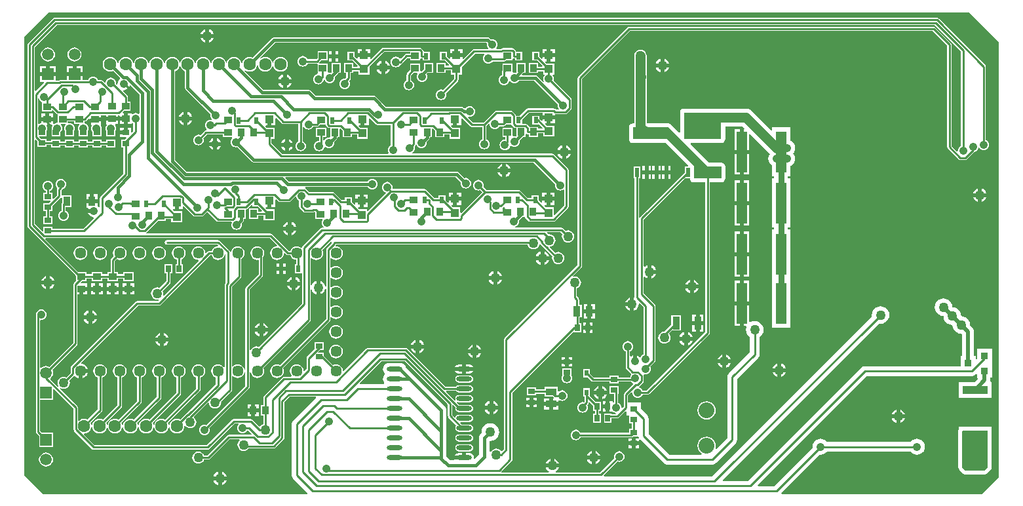
<source format=gbl>
G04 Layer_Physical_Order=2*
G04 Layer_Color=16711680*
%FSAX24Y24*%
%MOIN*%
G70*
G01*
G75*
%ADD13R,0.0358X0.0480*%
%ADD19R,0.0354X0.0276*%
%ADD20R,0.0276X0.0354*%
%ADD26R,0.0354X0.0394*%
%ADD32R,0.0360X0.0320*%
%ADD43C,0.0150*%
%ADD44C,0.0100*%
%ADD45C,0.0500*%
%ADD50C,0.0630*%
%ADD51C,0.0591*%
%ADD52R,0.0591X0.0591*%
%ADD53C,0.0800*%
%ADD54C,0.0570*%
%ADD55C,0.0420*%
%ADD56C,0.0500*%
%ADD57R,0.0394X0.0354*%
%ADD58R,0.0248X0.0327*%
%ADD59O,0.0787X0.0236*%
%ADD60R,0.0433X0.0433*%
%ADD61R,0.0374X0.0532*%
%ADD62R,0.0532X0.0374*%
%ADD63R,0.0374X0.0669*%
%ADD64R,0.0532X0.2087*%
%ADD65R,0.1280X0.0413*%
%ADD66R,0.0236X0.0315*%
%ADD67R,0.0220X0.0470*%
%ADD68C,0.0300*%
%ADD69C,0.0200*%
%ADD70R,0.1900X0.1350*%
G36*
X067650Y032450D02*
X067650Y010300D01*
X066800Y009450D01*
X056621D01*
X056602Y009496D01*
X058552Y011446D01*
X058600Y011440D01*
X058706Y011454D01*
X058805Y011495D01*
X058890Y011560D01*
X058920Y011598D01*
X063180D01*
X063210Y011560D01*
X063295Y011495D01*
X063394Y011454D01*
X063500Y011440D01*
X063606Y011454D01*
X063705Y011495D01*
X063790Y011560D01*
X063855Y011645D01*
X063896Y011744D01*
X063910Y011850D01*
X063896Y011956D01*
X063855Y012055D01*
X063790Y012140D01*
X063705Y012205D01*
X063606Y012246D01*
X063500Y012260D01*
X063394Y012246D01*
X063295Y012205D01*
X063210Y012140D01*
X063180Y012102D01*
X058920D01*
X058890Y012140D01*
X058805Y012205D01*
X058706Y012246D01*
X058600Y012260D01*
X058494Y012246D01*
X058395Y012205D01*
X058310Y012140D01*
X058245Y012055D01*
X058204Y011956D01*
X058190Y011850D01*
X058196Y011802D01*
X056246Y009852D01*
X055423D01*
X055404Y009898D01*
X060954Y015448D01*
X066300D01*
X066396Y015467D01*
X066478Y015522D01*
X066521Y015565D01*
X066567Y015546D01*
Y015363D01*
X066577D01*
X066598Y015313D01*
X066430Y015145D01*
X065613D01*
Y014338D01*
X067287D01*
Y015145D01*
X067279D01*
X067238Y015195D01*
X067243Y015235D01*
Y015363D01*
X067321D01*
Y016077D01*
X067321Y016077D01*
Y016117D01*
X067321D01*
X067321Y016127D01*
Y016831D01*
X066567D01*
Y016323D01*
X066533Y016289D01*
X066487Y016308D01*
Y016457D01*
X066409D01*
Y017690D01*
X066399Y017767D01*
X066369Y017840D01*
X066322Y017902D01*
X066198Y018026D01*
X066201Y018050D01*
X066185Y018167D01*
X066140Y018275D01*
X066069Y018369D01*
X065975Y018440D01*
X065867Y018485D01*
X065751Y018501D01*
X065735Y018617D01*
X065690Y018725D01*
X065619Y018819D01*
X065525Y018890D01*
X065417Y018935D01*
X065301Y018951D01*
X065285Y019067D01*
X065240Y019175D01*
X065169Y019269D01*
X065075Y019340D01*
X064967Y019385D01*
X064850Y019401D01*
X064733Y019385D01*
X064625Y019340D01*
X064531Y019269D01*
X064460Y019175D01*
X064415Y019067D01*
X064399Y018950D01*
X064415Y018833D01*
X064460Y018725D01*
X064531Y018631D01*
X064625Y018560D01*
X064733Y018515D01*
X064849Y018499D01*
X064865Y018383D01*
X064910Y018275D01*
X064981Y018181D01*
X065075Y018110D01*
X065183Y018065D01*
X065299Y018049D01*
X065315Y017933D01*
X065360Y017825D01*
X065431Y017731D01*
X065525Y017660D01*
X065633Y017615D01*
X065750Y017599D01*
X065774Y017602D01*
X065811Y017566D01*
Y016457D01*
X065733D01*
Y015952D01*
X060850D01*
X060754Y015933D01*
X060672Y015878D01*
X054913Y010119D01*
X053640D01*
X053621Y010165D01*
X061566Y018110D01*
X061650Y018099D01*
X061767Y018115D01*
X061875Y018160D01*
X061969Y018231D01*
X062040Y018325D01*
X062085Y018433D01*
X062101Y018550D01*
X062085Y018667D01*
X062040Y018775D01*
X061969Y018869D01*
X061875Y018940D01*
X061767Y018985D01*
X061650Y019001D01*
X061533Y018985D01*
X061425Y018940D01*
X061331Y018869D01*
X061260Y018775D01*
X061215Y018667D01*
X061199Y018550D01*
X061210Y018466D01*
X053096Y010352D01*
X047580D01*
X047559Y010402D01*
X048255Y011098D01*
X048280Y011088D01*
X048350Y011079D01*
X048420Y011088D01*
X048486Y011115D01*
X048542Y011158D01*
X048585Y011214D01*
X048612Y011280D01*
X048621Y011350D01*
X048612Y011420D01*
X048585Y011486D01*
X048542Y011542D01*
X048486Y011585D01*
X048420Y011612D01*
X048350Y011621D01*
X048280Y011612D01*
X048214Y011585D01*
X048158Y011542D01*
X048115Y011486D01*
X048088Y011420D01*
X048079Y011350D01*
X048088Y011280D01*
X048098Y011255D01*
X047385Y010542D01*
X045131D01*
X045121Y010592D01*
X045127Y010594D01*
X045200Y010650D01*
X045256Y010723D01*
X045287Y010800D01*
X044613D01*
X044644Y010723D01*
X044700Y010650D01*
X044773Y010594D01*
X044779Y010592D01*
X044769Y010542D01*
X042370D01*
X042349Y010592D01*
X042888Y011130D01*
X042912Y011166D01*
X042920Y011209D01*
Y014604D01*
X045993Y017677D01*
X046024Y017664D01*
Y017664D01*
X046418D01*
Y018136D01*
X046332D01*
Y018425D01*
X046453D01*
Y019075D01*
X046318D01*
Y019343D01*
X046318Y019343D01*
X046310Y019385D01*
X046286Y019422D01*
X046211Y019496D01*
Y019912D01*
X046256Y019930D01*
X046320Y019980D01*
X046370Y020044D01*
X046401Y020119D01*
X046412Y020200D01*
X046401Y020281D01*
X046370Y020356D01*
X046320Y020420D01*
X046256Y020470D01*
X046181Y020501D01*
X046100Y020512D01*
X046031Y020503D01*
X046009Y020533D01*
X046005Y020547D01*
X046429Y020971D01*
X046453Y021007D01*
X046461Y021050D01*
X046461Y021050D01*
Y030554D01*
X048896Y032989D01*
X064304D01*
X065039Y032254D01*
Y027100D01*
X065039Y027100D01*
X065047Y027057D01*
X065071Y027021D01*
X065621Y026471D01*
X065621Y026471D01*
X065657Y026447D01*
X065700Y026439D01*
X065951D01*
X065951Y026439D01*
X065994Y026447D01*
X066030Y026471D01*
X066393Y026834D01*
X066420Y026838D01*
X066486Y026865D01*
X066542Y026908D01*
X066585Y026964D01*
X066612Y027030D01*
X066615Y027054D01*
X066657Y027063D01*
X066667Y027062D01*
X066708Y027008D01*
X066764Y026965D01*
X066830Y026938D01*
X066900Y026929D01*
X066970Y026938D01*
X067036Y026965D01*
X067092Y027008D01*
X067135Y027064D01*
X067162Y027130D01*
X067171Y027200D01*
X067162Y027270D01*
X067135Y027336D01*
X067092Y027392D01*
X067036Y027435D01*
X067011Y027445D01*
Y031175D01*
X067011Y031175D01*
X067003Y031217D01*
X066979Y031254D01*
X064595Y033638D01*
X064558Y033662D01*
X064516Y033670D01*
X064516Y033670D01*
X019634D01*
X019634Y033670D01*
X019592Y033662D01*
X019555Y033638D01*
X019555Y033638D01*
X018284Y032366D01*
X018260Y032330D01*
X018252Y032288D01*
X018252Y032288D01*
Y023067D01*
X018252Y023067D01*
X018260Y023025D01*
X018284Y022989D01*
X020744Y020529D01*
Y020315D01*
X020615Y020186D01*
X020591Y020150D01*
X020583Y020107D01*
X020583Y020107D01*
Y017140D01*
X019360Y015917D01*
X019293Y015945D01*
X019200Y015957D01*
X019108Y015945D01*
X019021Y015910D01*
X018957Y015860D01*
X018907Y015875D01*
Y018258D01*
X018944Y018291D01*
X018960Y018289D01*
X019030Y018298D01*
X019096Y018325D01*
X019152Y018368D01*
X019195Y018424D01*
X019222Y018490D01*
X019231Y018560D01*
X019222Y018630D01*
X019195Y018696D01*
X019152Y018752D01*
X019096Y018795D01*
X019030Y018822D01*
X018960Y018831D01*
X018890Y018822D01*
X018824Y018795D01*
X018768Y018752D01*
X018725Y018696D01*
X018698Y018630D01*
X018691Y018579D01*
X018684Y018546D01*
X018684Y018546D01*
Y012604D01*
X018684Y012604D01*
X018693Y012562D01*
X018717Y012526D01*
X018846Y012397D01*
Y011846D01*
X019554D01*
Y012554D01*
X019003D01*
X018907Y012650D01*
Y014246D01*
X019554D01*
Y014773D01*
X019601Y014792D01*
X020605Y013788D01*
Y012724D01*
X020605Y012724D01*
X020614Y012682D01*
X020638Y012646D01*
X021541Y011743D01*
X021541Y011743D01*
X021577Y011719D01*
X021619Y011710D01*
X021619Y011710D01*
X027421D01*
X027421Y011710D01*
X027464Y011719D01*
X027500Y011743D01*
X028796Y013039D01*
X028987D01*
X029003Y013003D01*
X029006Y012989D01*
X028965Y012936D01*
X028938Y012870D01*
X028929Y012800D01*
X028938Y012730D01*
X028965Y012664D01*
X029008Y012608D01*
X029064Y012565D01*
X029130Y012538D01*
X029200Y012529D01*
X029270Y012538D01*
X029336Y012565D01*
X029392Y012608D01*
X029435Y012664D01*
X029436Y012667D01*
X029491Y012675D01*
X029659Y012507D01*
X029640Y012461D01*
X028500D01*
X028457Y012453D01*
X028421Y012429D01*
X028421Y012429D01*
X027404Y011411D01*
X027238D01*
X027220Y011456D01*
X027170Y011520D01*
X027106Y011570D01*
X027031Y011601D01*
X026950Y011612D01*
X026869Y011601D01*
X026794Y011570D01*
X026730Y011520D01*
X026680Y011456D01*
X026649Y011381D01*
X026638Y011300D01*
X026649Y011219D01*
X026680Y011144D01*
X026730Y011080D01*
X026794Y011030D01*
X026869Y010999D01*
X026950Y010988D01*
X027031Y010999D01*
X027106Y011030D01*
X027170Y011080D01*
X027220Y011144D01*
X027238Y011189D01*
X027450D01*
X027450Y011189D01*
X027493Y011197D01*
X027529Y011221D01*
X028546Y012239D01*
X029037D01*
X029054Y012189D01*
X029030Y012170D01*
X028980Y012106D01*
X028949Y012031D01*
X028938Y011950D01*
X028949Y011869D01*
X028980Y011794D01*
X029030Y011730D01*
X029094Y011680D01*
X029169Y011649D01*
X029250Y011638D01*
X029331Y011649D01*
X029406Y011680D01*
X029470Y011730D01*
X029504Y011773D01*
X030785D01*
X030785Y011773D01*
X030827Y011782D01*
X030863Y011806D01*
X031288Y012230D01*
X031312Y012266D01*
X031320Y012309D01*
X031320Y012309D01*
Y014114D01*
X031595Y014389D01*
X032918D01*
X032937Y014343D01*
X031772Y013178D01*
X031717Y013096D01*
X031698Y013000D01*
Y010400D01*
X031717Y010304D01*
X031772Y010222D01*
X032498Y009496D01*
X032479Y009450D01*
X019050D01*
X018100Y010400D01*
Y032700D01*
X019350Y033950D01*
X066150Y033950D01*
X067650Y032450D01*
D02*
G37*
G36*
X018865Y029514D02*
X018908Y029458D01*
X018958Y029420D01*
X018994Y029386D01*
Y028914D01*
X019506D01*
Y028943D01*
X019552Y028962D01*
X019729Y028785D01*
X019765Y028761D01*
X019794Y028755D01*
Y028353D01*
X019756Y028321D01*
X019750Y028321D01*
X019680Y028312D01*
X019614Y028285D01*
X019597Y028272D01*
X019547Y028296D01*
Y028420D01*
X018953D01*
Y028315D01*
X018930Y028312D01*
X018864Y028285D01*
X018842Y028268D01*
X018792Y028293D01*
Y029560D01*
X018842Y029569D01*
X018865Y029514D01*
D02*
G37*
G36*
X026042Y031202D02*
X026080Y031111D01*
X026140Y031033D01*
X026218Y030973D01*
X026270Y030952D01*
Y030115D01*
X026280Y030062D01*
X026310Y030018D01*
X027559Y028769D01*
X027550Y028700D01*
X027559Y028630D01*
X027586Y028564D01*
X027626Y028512D01*
X027623Y028497D01*
X027604Y028464D01*
X027550Y028471D01*
X027480Y028462D01*
X027414Y028435D01*
X027358Y028392D01*
X027315Y028336D01*
X027288Y028270D01*
X027279Y028200D01*
X027288Y028130D01*
X027315Y028064D01*
X027358Y028008D01*
X027374Y027996D01*
X027357Y027946D01*
X027335D01*
X027335Y027946D01*
X027292Y027938D01*
X027256Y027914D01*
X027256Y027914D01*
X027045Y027702D01*
X027020Y027712D01*
X026950Y027721D01*
X026880Y027712D01*
X026814Y027685D01*
X026758Y027642D01*
X026715Y027586D01*
X026688Y027520D01*
X026679Y027450D01*
X026688Y027380D01*
X026715Y027314D01*
X026758Y027258D01*
X026814Y027215D01*
X026880Y027188D01*
X026950Y027179D01*
X027020Y027188D01*
X027086Y027215D01*
X027142Y027258D01*
X027185Y027314D01*
X027212Y027380D01*
X027221Y027450D01*
X027212Y027520D01*
X027202Y027545D01*
X027381Y027724D01*
X028194D01*
Y027599D01*
X028650D01*
X028667Y027549D01*
X028658Y027542D01*
X028615Y027486D01*
X028588Y027420D01*
X028579Y027350D01*
X028588Y027280D01*
X028615Y027214D01*
X028658Y027158D01*
X028714Y027115D01*
X028780Y027088D01*
X028850Y027079D01*
X028919Y027088D01*
X029656Y026350D01*
X029701Y026321D01*
X029753Y026310D01*
X037058D01*
X037074Y026313D01*
X043993D01*
X045088Y025219D01*
X045079Y025150D01*
X045088Y025080D01*
X045115Y025014D01*
X045158Y024958D01*
X045214Y024915D01*
X045280Y024888D01*
X045350Y024879D01*
X045420Y024888D01*
X045486Y024915D01*
X045508Y024932D01*
X045558Y024907D01*
Y024123D01*
X045072Y023637D01*
X045026Y023657D01*
Y024021D01*
X044625D01*
X044555Y024092D01*
X044574Y024138D01*
X044650D01*
Y024354D01*
X044433D01*
Y024278D01*
X044387Y024259D01*
X044272Y024374D01*
Y024622D01*
X043906D01*
Y024511D01*
X043699D01*
X043324Y024886D01*
X043288Y024910D01*
X043245Y024918D01*
X043245Y024918D01*
X041589D01*
X041452Y025055D01*
X041462Y025080D01*
X041471Y025150D01*
X041462Y025220D01*
X041435Y025286D01*
X041392Y025342D01*
X041336Y025385D01*
X041270Y025412D01*
X041200Y025421D01*
X041130Y025412D01*
X041064Y025385D01*
X041008Y025342D01*
X040965Y025286D01*
X040938Y025220D01*
X040929Y025150D01*
X040938Y025080D01*
X040965Y025014D01*
X041008Y024958D01*
X041064Y024915D01*
X041130Y024888D01*
X041200Y024879D01*
X041270Y024888D01*
X041295Y024898D01*
X041386Y024807D01*
X040322Y023743D01*
X040276Y023763D01*
Y024021D01*
X039882D01*
X039811Y024092D01*
X039830Y024138D01*
X039900D01*
Y024354D01*
X039683D01*
Y024285D01*
X039637Y024266D01*
X039522Y024381D01*
Y024622D01*
X039156D01*
Y024511D01*
X038949D01*
X038531Y024929D01*
X038495Y024953D01*
X038453Y024961D01*
X038453Y024961D01*
X036855D01*
X036816Y025011D01*
X036821Y025050D01*
X036812Y025120D01*
X036785Y025186D01*
X036742Y025242D01*
X036686Y025285D01*
X036620Y025312D01*
X036550Y025321D01*
X036480Y025312D01*
X036414Y025285D01*
X036358Y025242D01*
X036315Y025186D01*
X036288Y025120D01*
X036279Y025050D01*
X036288Y024980D01*
X036315Y024914D01*
X036358Y024858D01*
X036414Y024815D01*
X036461Y024795D01*
X036478Y024742D01*
X035572Y023835D01*
X035526Y023854D01*
Y023921D01*
X035132D01*
X035061Y023992D01*
X035080Y024038D01*
X035150D01*
Y024254D01*
X034933D01*
Y024185D01*
X034887Y024166D01*
X034772Y024281D01*
Y024522D01*
X034406D01*
Y024411D01*
X034227D01*
X033859Y024779D01*
X033823Y024803D01*
X033780Y024811D01*
X033780Y024811D01*
X032597D01*
X032411Y024998D01*
X032387Y025013D01*
X032403Y025063D01*
X035566D01*
X035608Y025008D01*
X035664Y024965D01*
X035730Y024938D01*
X035800Y024929D01*
X035870Y024938D01*
X035936Y024965D01*
X035992Y025008D01*
X036035Y025064D01*
X036062Y025130D01*
X036071Y025200D01*
X036062Y025270D01*
X036035Y025336D01*
X035992Y025392D01*
X035936Y025435D01*
X035870Y025462D01*
X035800Y025471D01*
X035730Y025462D01*
X035664Y025435D01*
X035608Y025392D01*
X035566Y025337D01*
X031543D01*
X031359Y025521D01*
X031378Y025567D01*
X040039D01*
X040288Y025319D01*
X040279Y025250D01*
X040288Y025180D01*
X040315Y025114D01*
X040358Y025058D01*
X040414Y025015D01*
X040480Y024988D01*
X040550Y024979D01*
X040620Y024988D01*
X040686Y025015D01*
X040742Y025058D01*
X040785Y025114D01*
X040812Y025180D01*
X040821Y025250D01*
X040812Y025320D01*
X040785Y025386D01*
X040742Y025442D01*
X040686Y025485D01*
X040620Y025512D01*
X040550Y025521D01*
X040481Y025512D01*
X040193Y025801D01*
X040148Y025830D01*
X040096Y025841D01*
X026361D01*
X025761Y026441D01*
Y030952D01*
X025813Y030973D01*
X025891Y031033D01*
X025951Y031111D01*
X025989Y031202D01*
X025990Y031213D01*
X026040D01*
X026042Y031202D01*
D02*
G37*
G36*
X028339Y021634D02*
Y020211D01*
X028312Y020184D01*
X028288Y020148D01*
X028280Y020106D01*
X028280Y020106D01*
Y015918D01*
X028230Y015901D01*
X028195Y015945D01*
X028124Y016001D01*
X028040Y016035D01*
X027950Y016047D01*
X027860Y016035D01*
X027776Y016001D01*
X027705Y015945D01*
X027649Y015874D01*
X027615Y015790D01*
X027603Y015700D01*
X027615Y015610D01*
X027649Y015526D01*
X027705Y015455D01*
X027776Y015399D01*
X027839Y015374D01*
Y015031D01*
X026374Y013567D01*
X026350Y013562D01*
X026314Y013538D01*
X026314Y013538D01*
X026018Y013242D01*
X025962Y013264D01*
X025865Y013277D01*
X025767Y013264D01*
X025676Y013227D01*
X025598Y013167D01*
X025538Y013089D01*
X025500Y012998D01*
X025496Y012967D01*
X025446D01*
X025442Y012998D01*
X025410Y013075D01*
X027029Y014694D01*
X027029Y014694D01*
X027053Y014730D01*
X027061Y014773D01*
Y015374D01*
X027124Y015399D01*
X027195Y015455D01*
X027251Y015526D01*
X027285Y015610D01*
X027297Y015700D01*
X027285Y015790D01*
X027251Y015874D01*
X027195Y015945D01*
X027124Y016001D01*
X027040Y016035D01*
X026950Y016047D01*
X026860Y016035D01*
X026776Y016001D01*
X026705Y015945D01*
X026649Y015874D01*
X026615Y015790D01*
X026603Y015700D01*
X026615Y015610D01*
X026649Y015526D01*
X026705Y015455D01*
X026776Y015399D01*
X026839Y015374D01*
Y014819D01*
X025252Y013232D01*
X025175Y013264D01*
X025077Y013277D01*
X024980Y013264D01*
X024889Y013227D01*
X024811Y013167D01*
X024751Y013089D01*
X024713Y012998D01*
X024709Y012967D01*
X024658D01*
X024654Y012998D01*
X024622Y013075D01*
X026029Y014481D01*
X026029Y014481D01*
X026053Y014517D01*
X026061Y014560D01*
X026061Y014560D01*
Y015374D01*
X026124Y015399D01*
X026195Y015455D01*
X026251Y015526D01*
X026285Y015610D01*
X026297Y015700D01*
X026285Y015790D01*
X026251Y015874D01*
X026195Y015945D01*
X026124Y016001D01*
X026040Y016035D01*
X025950Y016047D01*
X025860Y016035D01*
X025776Y016001D01*
X025705Y015945D01*
X025649Y015874D01*
X025615Y015790D01*
X025603Y015700D01*
X025615Y015610D01*
X025649Y015526D01*
X025705Y015455D01*
X025776Y015399D01*
X025839Y015374D01*
Y014606D01*
X024465Y013232D01*
X024388Y013264D01*
X024290Y013277D01*
X024192Y013264D01*
X024101Y013227D01*
X024023Y013167D01*
X023963Y013089D01*
X023926Y012998D01*
X023920Y012957D01*
X023870D01*
X023864Y012998D01*
X023832Y013075D01*
X025029Y014271D01*
X025029Y014271D01*
X025053Y014307D01*
X025061Y014350D01*
X025061Y014350D01*
Y015374D01*
X025124Y015399D01*
X025195Y015455D01*
X025251Y015526D01*
X025285Y015610D01*
X025297Y015700D01*
X025285Y015790D01*
X025251Y015874D01*
X025195Y015945D01*
X025124Y016001D01*
X025040Y016035D01*
X024950Y016047D01*
X024860Y016035D01*
X024776Y016001D01*
X024705Y015945D01*
X024649Y015874D01*
X024615Y015790D01*
X024603Y015700D01*
X024615Y015610D01*
X024649Y015526D01*
X024705Y015455D01*
X024776Y015399D01*
X024839Y015374D01*
Y014396D01*
X023675Y013232D01*
X023598Y013264D01*
X023500Y013277D01*
X023402Y013264D01*
X023311Y013227D01*
X023233Y013167D01*
X023173Y013089D01*
X023136Y012998D01*
X023130Y012957D01*
X023080D01*
X023074Y012998D01*
X023042Y013075D01*
X024029Y014061D01*
X024029Y014061D01*
X024053Y014097D01*
X024061Y014140D01*
X024061Y014140D01*
Y015374D01*
X024124Y015399D01*
X024195Y015455D01*
X024251Y015526D01*
X024285Y015610D01*
X024297Y015700D01*
X024285Y015790D01*
X024251Y015874D01*
X024195Y015945D01*
X024124Y016001D01*
X024040Y016035D01*
X023950Y016047D01*
X023860Y016035D01*
X023776Y016001D01*
X023705Y015945D01*
X023649Y015874D01*
X023615Y015790D01*
X023603Y015700D01*
X023615Y015610D01*
X023649Y015526D01*
X023705Y015455D01*
X023776Y015399D01*
X023839Y015374D01*
Y014186D01*
X022885Y013232D01*
X022808Y013264D01*
X022710Y013277D01*
X022612Y013264D01*
X022521Y013227D01*
X022443Y013167D01*
X022383Y013089D01*
X022346Y012998D01*
X022344Y012987D01*
X022294D01*
X022292Y012998D01*
X022260Y013075D01*
X023029Y013844D01*
X023029Y013844D01*
X023053Y013880D01*
X023061Y013922D01*
Y015374D01*
X023124Y015399D01*
X023195Y015455D01*
X023251Y015526D01*
X023285Y015610D01*
X023297Y015700D01*
X023285Y015790D01*
X023251Y015874D01*
X023195Y015945D01*
X023124Y016001D01*
X023040Y016035D01*
X022950Y016047D01*
X022860Y016035D01*
X022776Y016001D01*
X022705Y015945D01*
X022649Y015874D01*
X022615Y015790D01*
X022603Y015700D01*
X022615Y015610D01*
X022649Y015526D01*
X022705Y015455D01*
X022776Y015399D01*
X022839Y015374D01*
Y013968D01*
X022103Y013232D01*
X022025Y013264D01*
X021928Y013277D01*
X021830Y013264D01*
X021739Y013227D01*
X021661Y013167D01*
X021601Y013089D01*
X021563Y012998D01*
X021559Y012967D01*
X021509D01*
X021505Y012998D01*
X021473Y013075D01*
X022029Y013631D01*
X022029Y013631D01*
X022053Y013667D01*
X022061Y013710D01*
X022061Y013710D01*
Y015374D01*
X022124Y015399D01*
X022195Y015455D01*
X022251Y015526D01*
X022285Y015610D01*
X022297Y015700D01*
X022285Y015790D01*
X022251Y015874D01*
X022195Y015945D01*
X022124Y016001D01*
X022040Y016035D01*
X021950Y016047D01*
X021860Y016035D01*
X021776Y016001D01*
X021705Y015945D01*
X021649Y015874D01*
X021615Y015790D01*
X021603Y015700D01*
X021615Y015610D01*
X021649Y015526D01*
X021705Y015455D01*
X021776Y015399D01*
X021839Y015374D01*
Y013756D01*
X021315Y013232D01*
X021238Y013264D01*
X021140Y013277D01*
X021043Y013264D01*
X020952Y013227D01*
X020878Y013170D01*
X020848Y013175D01*
X020828Y013182D01*
Y013834D01*
X020819Y013876D01*
X020795Y013912D01*
X020795Y013912D01*
X019918Y014789D01*
X019944Y014830D01*
X020019Y014799D01*
X020100Y014788D01*
X020181Y014799D01*
X020256Y014830D01*
X020320Y014880D01*
X020370Y014944D01*
X020401Y015019D01*
X020412Y015100D01*
X020401Y015181D01*
X020383Y015225D01*
X020599Y015442D01*
X020666Y015438D01*
X020675Y015425D01*
X020756Y015364D01*
X020849Y015325D01*
X020850Y015325D01*
Y015700D01*
X020950D01*
Y015800D01*
X021325D01*
X021325Y015801D01*
X021286Y015894D01*
X021225Y015975D01*
X021144Y016036D01*
X021051Y016075D01*
X021002Y016081D01*
X020984Y016134D01*
X023889Y019039D01*
X024957D01*
X024957Y019039D01*
X025000Y019047D01*
X025036Y019071D01*
X027553Y021589D01*
X027624D01*
X027649Y021526D01*
X027705Y021455D01*
X027776Y021399D01*
X027860Y021365D01*
X027950Y021353D01*
X028040Y021365D01*
X028124Y021399D01*
X028195Y021455D01*
X028251Y021526D01*
X028285Y021610D01*
X028289Y021638D01*
X028339Y021634D01*
D02*
G37*
G36*
X035983Y028251D02*
X035983Y028251D01*
X036019Y028227D01*
X036062Y028219D01*
X036062Y028219D01*
X036739D01*
Y027195D01*
X036714Y027185D01*
X036658Y027142D01*
X036615Y027086D01*
X036588Y027020D01*
X036579Y026950D01*
X036588Y026880D01*
X036615Y026814D01*
X036632Y026792D01*
X036607Y026742D01*
X031215D01*
X030661Y027296D01*
Y027520D01*
X030826D01*
Y028071D01*
X030432D01*
X030361Y028142D01*
X030380Y028188D01*
X030450D01*
Y028504D01*
X030650D01*
Y028188D01*
X030867D01*
Y028553D01*
X030913Y028572D01*
X031183Y028301D01*
X031219Y028277D01*
X031262Y028269D01*
X032039D01*
Y027395D01*
X032014Y027385D01*
X031958Y027342D01*
X031915Y027286D01*
X031888Y027220D01*
X031879Y027150D01*
X031888Y027080D01*
X031915Y027014D01*
X031958Y026958D01*
X032014Y026915D01*
X032080Y026888D01*
X032150Y026879D01*
X032220Y026888D01*
X032286Y026915D01*
X032342Y026958D01*
X032385Y027014D01*
X032412Y027080D01*
X032421Y027150D01*
X032412Y027220D01*
X032385Y027286D01*
X032342Y027342D01*
X032286Y027385D01*
X032261Y027395D01*
Y028114D01*
X032311Y028123D01*
X032315Y028114D01*
X032358Y028058D01*
X032414Y028015D01*
X032480Y027988D01*
X032550Y027979D01*
X032620Y027988D01*
X032686Y028015D01*
X032742Y028058D01*
X032785Y028114D01*
X032795Y028139D01*
X032985D01*
X032985Y028139D01*
X033028Y028147D01*
X033064Y028171D01*
X033121Y028229D01*
X033419D01*
X033425Y028199D01*
X033449Y028163D01*
X033513Y028099D01*
X033513Y028099D01*
X033549Y028075D01*
X033592Y028066D01*
X033649D01*
Y027615D01*
X033609Y027570D01*
X033600Y027571D01*
X033530Y027562D01*
X033464Y027535D01*
X033408Y027492D01*
X033365Y027436D01*
X033361Y027427D01*
X033311Y027436D01*
Y027599D01*
X033456D01*
Y028071D01*
X032944D01*
Y027599D01*
X033089D01*
Y027420D01*
X033030Y027412D01*
X032964Y027385D01*
X032908Y027342D01*
X032865Y027286D01*
X032838Y027220D01*
X032829Y027150D01*
X032838Y027080D01*
X032865Y027014D01*
X032908Y026958D01*
X032964Y026915D01*
X033030Y026888D01*
X033100Y026879D01*
X033170Y026888D01*
X033236Y026915D01*
X033292Y026958D01*
X033335Y027014D01*
X033362Y027080D01*
X033363Y027085D01*
X033386Y027097D01*
X033416Y027102D01*
X033464Y027065D01*
X033530Y027038D01*
X033600Y027029D01*
X033670Y027038D01*
X033736Y027065D01*
X033792Y027108D01*
X033835Y027164D01*
X033862Y027230D01*
X033871Y027300D01*
X033862Y027369D01*
X033982Y027488D01*
X034011Y027533D01*
X034022Y027585D01*
Y027594D01*
X034121D01*
Y028016D01*
X034171Y028036D01*
X034279Y027929D01*
Y027594D01*
X034751D01*
Y027739D01*
X035024D01*
Y027520D01*
X035576D01*
Y028071D01*
X035182D01*
X035111Y028142D01*
X035130Y028188D01*
X035200D01*
Y028504D01*
X035400D01*
Y028188D01*
X035617D01*
Y028553D01*
X035663Y028572D01*
X035983Y028251D01*
D02*
G37*
G36*
X030957Y022093D02*
X030934Y022045D01*
X030860Y022035D01*
X030776Y022001D01*
X030705Y021945D01*
X030649Y021874D01*
X030615Y021790D01*
X030603Y021700D01*
X030615Y021610D01*
X030649Y021526D01*
X030705Y021455D01*
X030776Y021399D01*
X030860Y021365D01*
X030950Y021353D01*
X031040Y021365D01*
X031124Y021399D01*
X031195Y021455D01*
X031251Y021526D01*
X031285Y021610D01*
X031295Y021684D01*
X031343Y021707D01*
X031429Y021621D01*
X031465Y021597D01*
X031507Y021589D01*
X031507Y021589D01*
X031624D01*
X031649Y021526D01*
X031705Y021455D01*
X031776Y021399D01*
X031860Y021365D01*
X031928Y021356D01*
Y021122D01*
X031856D01*
Y020678D01*
X032222D01*
X032233Y020632D01*
Y019140D01*
X030025Y016933D01*
X029981Y016951D01*
X029900Y016962D01*
X029819Y016951D01*
X029744Y016920D01*
X029680Y016870D01*
X029630Y016806D01*
X029611Y016760D01*
X029561Y016770D01*
Y019854D01*
X030203Y020496D01*
X030203Y020496D01*
X030227Y020532D01*
X030236Y020574D01*
Y021507D01*
X030251Y021526D01*
X030285Y021610D01*
X030297Y021700D01*
X030285Y021790D01*
X030251Y021874D01*
X030195Y021945D01*
X030124Y022001D01*
X030040Y022035D01*
X029950Y022047D01*
X029860Y022035D01*
X029776Y022001D01*
X029705Y021945D01*
X029649Y021874D01*
X029615Y021790D01*
X029603Y021700D01*
X029615Y021610D01*
X029649Y021526D01*
X029705Y021455D01*
X029776Y021399D01*
X029860Y021365D01*
X029950Y021353D01*
X029976Y021356D01*
X030013Y021323D01*
Y020620D01*
X029371Y019979D01*
X029347Y019943D01*
X029339Y019900D01*
X029339Y019900D01*
Y015766D01*
X029289Y015762D01*
X029285Y015790D01*
X029251Y015874D01*
X029195Y015945D01*
X029124Y016001D01*
X029040Y016035D01*
X028950Y016047D01*
X028860Y016035D01*
X028776Y016001D01*
X028711Y015950D01*
X028661Y015963D01*
Y019994D01*
X029103Y020436D01*
X029103Y020436D01*
X029127Y020472D01*
X029136Y020514D01*
X029136Y020514D01*
Y021409D01*
X029195Y021455D01*
X029251Y021526D01*
X029285Y021610D01*
X029297Y021700D01*
X029285Y021790D01*
X029251Y021874D01*
X029195Y021945D01*
X029124Y022001D01*
X029040Y022035D01*
X028950Y022047D01*
X028860Y022035D01*
X028776Y022001D01*
X028705Y021945D01*
X028649Y021874D01*
X028615Y021790D01*
X028611Y021759D01*
X028561Y021757D01*
X028561Y021757D01*
X028553Y021800D01*
X028529Y021836D01*
X028529Y021836D01*
X028036Y022329D01*
X028000Y022353D01*
X027957Y022361D01*
X027957Y022361D01*
X025350D01*
X025307Y022353D01*
X025271Y022329D01*
X025247Y022293D01*
X025239Y022250D01*
X025247Y022207D01*
X025271Y022171D01*
X025307Y022147D01*
X025350Y022139D01*
X027911D01*
X027957Y022093D01*
X027934Y022045D01*
X027860Y022035D01*
X027776Y022001D01*
X027705Y021945D01*
X027649Y021874D01*
X027624Y021811D01*
X027507D01*
X027507Y021811D01*
X027465Y021803D01*
X027429Y021779D01*
X027429Y021779D01*
X027343Y021693D01*
X027295Y021716D01*
X027285Y021790D01*
X027251Y021874D01*
X027195Y021945D01*
X027124Y022001D01*
X027040Y022035D01*
X026950Y022047D01*
X026860Y022035D01*
X026776Y022001D01*
X026705Y021945D01*
X026649Y021874D01*
X026615Y021790D01*
X026603Y021700D01*
X026615Y021610D01*
X026649Y021526D01*
X026705Y021455D01*
X026776Y021399D01*
X026860Y021365D01*
X026934Y021355D01*
X026957Y021307D01*
X025200Y019550D01*
X025155Y019568D01*
X025151Y019572D01*
X025162Y019650D01*
X025151Y019731D01*
X025133Y019775D01*
X025503Y020146D01*
X025527Y020182D01*
X025536Y020224D01*
X025536Y020224D01*
Y020664D01*
X025621D01*
Y021136D01*
X025228D01*
Y020664D01*
X025313D01*
Y020270D01*
X024975Y019933D01*
X024931Y019951D01*
X024850Y019962D01*
X024769Y019951D01*
X024694Y019920D01*
X024630Y019870D01*
X024580Y019806D01*
X024549Y019731D01*
X024538Y019650D01*
X024549Y019569D01*
X024580Y019494D01*
X024630Y019430D01*
X024694Y019380D01*
X024769Y019349D01*
X024850Y019338D01*
X024928Y019349D01*
X024932Y019345D01*
X024950Y019300D01*
X024911Y019261D01*
X023843D01*
X023843Y019261D01*
X023800Y019253D01*
X023764Y019229D01*
X020477Y015942D01*
X020453Y015906D01*
X020445Y015863D01*
X020445Y015863D01*
Y015602D01*
X020225Y015383D01*
X020181Y015401D01*
X020100Y015412D01*
X020019Y015401D01*
X019944Y015370D01*
X019880Y015320D01*
X019830Y015256D01*
X019799Y015181D01*
X019788Y015100D01*
X019799Y015019D01*
X019830Y014944D01*
X019789Y014918D01*
X019427Y015280D01*
X019430Y015330D01*
X019453Y015347D01*
X019510Y015421D01*
X019545Y015508D01*
X019557Y015600D01*
X019545Y015692D01*
X019517Y015760D01*
X020773Y017015D01*
X020797Y017052D01*
X020805Y017094D01*
X020805Y017094D01*
Y019608D01*
X020900D01*
Y019885D01*
X021000D01*
Y019985D01*
X021297D01*
Y020162D01*
X020972D01*
X020952Y020208D01*
X021023Y020279D01*
X021256D01*
Y020404D01*
X021544D01*
Y020279D01*
X022056D01*
Y020404D01*
X022344D01*
Y020279D01*
X022856D01*
Y020404D01*
X023144D01*
Y020279D01*
X023656D01*
Y020751D01*
X023144D01*
Y020626D01*
X022856D01*
Y020751D01*
X022711D01*
Y021304D01*
X022798Y021391D01*
X022860Y021365D01*
X022950Y021353D01*
X023040Y021365D01*
X023124Y021399D01*
X023195Y021455D01*
X023251Y021526D01*
X023285Y021610D01*
X023297Y021700D01*
X023285Y021790D01*
X023251Y021874D01*
X023195Y021945D01*
X023124Y022001D01*
X023040Y022035D01*
X022950Y022047D01*
X022860Y022035D01*
X022776Y022001D01*
X022705Y021945D01*
X022649Y021874D01*
X022615Y021790D01*
X022603Y021700D01*
X022615Y021610D01*
X022641Y021548D01*
X022521Y021429D01*
X022497Y021393D01*
X022489Y021350D01*
X022489Y021350D01*
Y020751D01*
X022344D01*
Y020626D01*
X022056D01*
Y020751D01*
X021544D01*
Y020626D01*
X021256D01*
Y020751D01*
X020836D01*
X019167Y022420D01*
X019187Y022466D01*
X030584D01*
X030957Y022093D01*
D02*
G37*
G36*
X065739Y031954D02*
Y027145D01*
X065714Y027135D01*
X065658Y027092D01*
X065615Y027036D01*
X065588Y026970D01*
X065579Y026900D01*
X065579Y026899D01*
X065531Y026876D01*
X065261Y027146D01*
Y032300D01*
X065261Y032300D01*
X065253Y032343D01*
X065229Y032379D01*
X064429Y033179D01*
X064393Y033203D01*
X064350Y033211D01*
X064350Y033211D01*
X048850D01*
X048850Y033211D01*
X048807Y033203D01*
X048771Y033179D01*
X046271Y030679D01*
X046247Y030643D01*
X046239Y030600D01*
X046239Y030600D01*
Y021096D01*
X042521Y017379D01*
X042497Y017343D01*
X042489Y017300D01*
X042489Y017300D01*
Y011746D01*
X042387Y011645D01*
X042338Y011648D01*
X042320Y011670D01*
X042256Y011720D01*
X042181Y011751D01*
X042100Y011762D01*
X042019Y011751D01*
X041944Y011720D01*
X041880Y011670D01*
X041830Y011606D01*
X041824Y011592D01*
X041774Y011602D01*
Y012127D01*
X041800Y012149D01*
X041917Y012165D01*
X042025Y012210D01*
X042119Y012281D01*
X042190Y012375D01*
X042235Y012483D01*
X042251Y012600D01*
X042235Y012717D01*
X042190Y012825D01*
X042119Y012919D01*
X042025Y012990D01*
X041917Y013035D01*
X041800Y013051D01*
X041683Y013035D01*
X041575Y012990D01*
X041481Y012919D01*
X041410Y012825D01*
X041365Y012717D01*
X041349Y012600D01*
X041357Y012544D01*
X041306Y012494D01*
X041263Y012437D01*
X041235Y012371D01*
X041226Y012300D01*
Y011464D01*
X041010Y011248D01*
X040964Y011273D01*
X040970Y011300D01*
X040953Y011385D01*
X040904Y011457D01*
X040832Y011505D01*
X040747Y011522D01*
X040572D01*
Y011300D01*
X040472D01*
Y011200D01*
X039976D01*
X039962Y011174D01*
X039764D01*
X039574Y011364D01*
Y013700D01*
X039565Y013771D01*
X039537Y013837D01*
X039494Y013894D01*
X037894Y015494D01*
X037512Y015876D01*
X037511Y015882D01*
X037479Y015959D01*
X037429Y016025D01*
X037363Y016075D01*
X037286Y016107D01*
X037204Y016118D01*
X036653D01*
X036571Y016107D01*
X036494Y016075D01*
X036428Y016025D01*
X036378Y015959D01*
X036346Y015882D01*
X036335Y015800D01*
X036346Y015718D01*
X036378Y015641D01*
X036428Y015575D01*
X036429Y015575D01*
Y015525D01*
X036428Y015525D01*
X036378Y015459D01*
X036346Y015382D01*
X036335Y015300D01*
X036346Y015218D01*
X036378Y015141D01*
X036408Y015102D01*
X036383Y015052D01*
X035174D01*
X035155Y015098D01*
X036246Y016189D01*
X037454D01*
X039639Y014004D01*
Y013425D01*
X039639Y013425D01*
X039647Y013382D01*
X039671Y013346D01*
X040070Y012947D01*
X040068Y012928D01*
X040029Y012869D01*
X040015Y012800D01*
X040029Y012731D01*
X040068Y012672D01*
X040127Y012633D01*
X040196Y012619D01*
X040747D01*
X040816Y012633D01*
X040875Y012672D01*
X040914Y012731D01*
X040928Y012800D01*
X040914Y012869D01*
X040875Y012928D01*
X040816Y012967D01*
X040747Y012981D01*
X040351D01*
X040259Y013073D01*
X040278Y013119D01*
X040747D01*
X040816Y013133D01*
X040875Y013172D01*
X040914Y013231D01*
X040928Y013300D01*
X040914Y013369D01*
X040875Y013428D01*
X040816Y013467D01*
X040747Y013481D01*
X040196D01*
X040127Y013467D01*
X040068Y013428D01*
X040031Y013372D01*
X040023Y013364D01*
X039981Y013351D01*
X039861Y013471D01*
Y013958D01*
X039907Y013977D01*
X040027Y013858D01*
X040015Y013800D01*
X040029Y013731D01*
X040068Y013672D01*
X040127Y013633D01*
X040196Y013619D01*
X040747D01*
X040816Y013633D01*
X040875Y013672D01*
X040914Y013731D01*
X040928Y013800D01*
X040914Y013869D01*
X040875Y013928D01*
X040816Y013967D01*
X040747Y013981D01*
X040218D01*
X040110Y014089D01*
X040139Y014131D01*
X040196Y014119D01*
X040747D01*
X040816Y014133D01*
X040875Y014172D01*
X040914Y014231D01*
X040928Y014300D01*
X040914Y014369D01*
X040875Y014428D01*
X040816Y014467D01*
X040747Y014481D01*
X040196D01*
X040127Y014467D01*
X040068Y014428D01*
X040029Y014369D01*
X040015Y014300D01*
X040027Y014243D01*
X039985Y014214D01*
X039556Y014643D01*
X039576Y014689D01*
X040057D01*
X040068Y014672D01*
X040127Y014633D01*
X040196Y014619D01*
X040747D01*
X040816Y014633D01*
X040875Y014672D01*
X040914Y014731D01*
X040928Y014800D01*
X040914Y014869D01*
X040875Y014928D01*
X040816Y014967D01*
X040747Y014981D01*
X040196D01*
X040127Y014967D01*
X040068Y014928D01*
X040057Y014911D01*
X039513D01*
X037586Y016838D01*
X037550Y016862D01*
X037508Y016870D01*
X037508Y016870D01*
X035566D01*
X035566Y016870D01*
X035524Y016862D01*
X035488Y016838D01*
X035488Y016838D01*
X034343Y015693D01*
X034295Y015716D01*
X034285Y015790D01*
X034251Y015874D01*
X034195Y015945D01*
X034124Y016001D01*
X034040Y016035D01*
X033950Y016047D01*
X033860Y016035D01*
X033798Y016009D01*
X033336Y016471D01*
Y016621D01*
X033050D01*
X033031Y016667D01*
X033142Y016779D01*
X033336D01*
Y017172D01*
X032864D01*
Y016815D01*
X032477Y016428D01*
X032453Y016392D01*
X032445Y016350D01*
X032445Y016350D01*
Y015795D01*
X032343Y015693D01*
X032295Y015716D01*
X032285Y015790D01*
X032251Y015874D01*
X032195Y015945D01*
X032124Y016001D01*
X032040Y016035D01*
X031950Y016047D01*
X031860Y016035D01*
X031776Y016001D01*
X031705Y015945D01*
X031649Y015874D01*
X031615Y015790D01*
X031603Y015700D01*
X031615Y015610D01*
X031649Y015526D01*
X031695Y015467D01*
X031677Y015417D01*
X031306D01*
X031263Y015409D01*
X031227Y015385D01*
X031227Y015385D01*
X030282Y014439D01*
X030258Y014403D01*
X030249Y014361D01*
X030249Y014361D01*
Y013956D01*
X030129D01*
Y013444D01*
X030249D01*
Y013003D01*
X030205Y012984D01*
X030140Y012935D01*
X030104Y012888D01*
X030044Y012876D01*
X029692Y013229D01*
X029656Y013253D01*
X029613Y013261D01*
X029613Y013261D01*
X028750D01*
X028707Y013253D01*
X028671Y013229D01*
X027375Y011932D01*
X021665D01*
X021119Y012479D01*
X021129Y012499D01*
X021145Y012523D01*
X021238Y012536D01*
X021329Y012573D01*
X021407Y012633D01*
X021467Y012711D01*
X021505Y012802D01*
X021509Y012833D01*
X021559D01*
X021563Y012802D01*
X021601Y012711D01*
X021661Y012633D01*
X021739Y012573D01*
X021830Y012536D01*
X021928Y012523D01*
X022025Y012536D01*
X022116Y012573D01*
X022195Y012633D01*
X022255Y012711D01*
X022292Y012802D01*
X022294Y012813D01*
X022344D01*
X022346Y012802D01*
X022383Y012711D01*
X022443Y012633D01*
X022521Y012573D01*
X022612Y012536D01*
X022710Y012523D01*
X022808Y012536D01*
X022899Y012573D01*
X022977Y012633D01*
X023037Y012711D01*
X023074Y012802D01*
X023080Y012843D01*
X023130D01*
X023136Y012802D01*
X023173Y012711D01*
X023233Y012633D01*
X023311Y012573D01*
X023402Y012536D01*
X023500Y012523D01*
X023598Y012536D01*
X023689Y012573D01*
X023767Y012633D01*
X023827Y012711D01*
X023864Y012802D01*
X023870Y012843D01*
X023920D01*
X023926Y012802D01*
X023963Y012711D01*
X024023Y012633D01*
X024101Y012573D01*
X024192Y012536D01*
X024290Y012523D01*
X024388Y012536D01*
X024479Y012573D01*
X024557Y012633D01*
X024617Y012711D01*
X024654Y012802D01*
X024658Y012833D01*
X024709D01*
X024713Y012802D01*
X024751Y012711D01*
X024811Y012633D01*
X024889Y012573D01*
X024980Y012536D01*
X025077Y012523D01*
X025175Y012536D01*
X025266Y012573D01*
X025344Y012633D01*
X025404Y012711D01*
X025442Y012802D01*
X025446Y012833D01*
X025496D01*
X025500Y012802D01*
X025538Y012711D01*
X025598Y012633D01*
X025676Y012573D01*
X025767Y012536D01*
X025865Y012523D01*
X025962Y012536D01*
X026053Y012573D01*
X026132Y012633D01*
X026192Y012711D01*
X026229Y012802D01*
X026242Y012900D01*
X026243Y012900D01*
X026290Y012919D01*
X026321Y012880D01*
X026385Y012830D01*
X026460Y012799D01*
X026541Y012788D01*
X026622Y012799D01*
X026697Y012830D01*
X026761Y012880D01*
X026811Y012944D01*
X026842Y013019D01*
X026853Y013100D01*
X026842Y013181D01*
X026811Y013256D01*
X026761Y013320D01*
X026738Y013338D01*
X026735Y013388D01*
X027439Y014092D01*
X027492Y014074D01*
X027499Y014019D01*
X027530Y013944D01*
X027580Y013880D01*
X027644Y013830D01*
X027719Y013799D01*
X027800Y013788D01*
X027881Y013799D01*
X027956Y013830D01*
X028020Y013880D01*
X028070Y013944D01*
X028101Y014019D01*
X028112Y014100D01*
X028106Y014142D01*
X028629Y014664D01*
X028629Y014664D01*
X028653Y014700D01*
X028661Y014743D01*
X028661Y014743D01*
Y015437D01*
X028711Y015450D01*
X028776Y015399D01*
X028860Y015365D01*
X028950Y015353D01*
X029040Y015365D01*
X029124Y015399D01*
X029195Y015455D01*
X029251Y015526D01*
X029285Y015610D01*
X029289Y015638D01*
X029339Y015634D01*
Y014946D01*
X027345Y012952D01*
X027320Y012962D01*
X027250Y012971D01*
X027180Y012962D01*
X027114Y012935D01*
X027058Y012892D01*
X027015Y012836D01*
X026988Y012770D01*
X026979Y012700D01*
X026988Y012630D01*
X027015Y012564D01*
X027058Y012508D01*
X027114Y012465D01*
X027180Y012438D01*
X027250Y012429D01*
X027320Y012438D01*
X027386Y012465D01*
X027442Y012508D01*
X027485Y012564D01*
X027512Y012630D01*
X027521Y012700D01*
X027512Y012770D01*
X027502Y012795D01*
X029529Y014821D01*
X029553Y014857D01*
X029561Y014900D01*
X029561Y014900D01*
Y015634D01*
X029611Y015638D01*
X029615Y015610D01*
X029649Y015526D01*
X029705Y015455D01*
X029776Y015399D01*
X029860Y015365D01*
X029950Y015353D01*
X030040Y015365D01*
X030124Y015399D01*
X030195Y015455D01*
X030251Y015526D01*
X030285Y015610D01*
X030297Y015700D01*
X030285Y015790D01*
X030259Y015852D01*
X032635Y018227D01*
X032635Y018227D01*
X032659Y018263D01*
X032667Y018306D01*
X032667Y018306D01*
Y019829D01*
X032717Y019839D01*
X032744Y019773D01*
X032800Y019700D01*
X032873Y019644D01*
X032950Y019613D01*
Y019950D01*
Y020287D01*
X032873Y020256D01*
X032800Y020200D01*
X032744Y020127D01*
X032717Y020061D01*
X032667Y020071D01*
Y021427D01*
X032717Y021445D01*
X032776Y021399D01*
X032860Y021365D01*
X032950Y021353D01*
X033040Y021365D01*
X033124Y021399D01*
X033195Y021455D01*
X033251Y021526D01*
X033285Y021610D01*
X033297Y021700D01*
X033285Y021790D01*
X033259Y021852D01*
X033695Y022288D01*
X033742Y022264D01*
X033739Y022250D01*
Y022203D01*
X033477Y021942D01*
X033453Y021906D01*
X033445Y021863D01*
X033445Y021863D01*
Y020016D01*
X033395Y020013D01*
X033391Y020041D01*
X033356Y020127D01*
X033300Y020200D01*
X033227Y020256D01*
X033150Y020287D01*
Y019950D01*
Y019613D01*
X033227Y019644D01*
X033300Y019700D01*
X033356Y019773D01*
X033391Y019859D01*
X033395Y019887D01*
X033445Y019884D01*
Y018352D01*
X031102Y016009D01*
X031040Y016035D01*
X030950Y016047D01*
X030860Y016035D01*
X030776Y016001D01*
X030705Y015945D01*
X030649Y015874D01*
X030615Y015790D01*
X030603Y015700D01*
X030615Y015610D01*
X030649Y015526D01*
X030705Y015455D01*
X030776Y015399D01*
X030860Y015365D01*
X030950Y015353D01*
X031040Y015365D01*
X031124Y015399D01*
X031195Y015455D01*
X031251Y015526D01*
X031285Y015610D01*
X031297Y015700D01*
X031285Y015790D01*
X031259Y015852D01*
X033635Y018227D01*
X033635Y018227D01*
X033659Y018263D01*
X033667Y018306D01*
X033667Y018306D01*
Y018427D01*
X033717Y018445D01*
X033776Y018399D01*
X033860Y018365D01*
X033950Y018353D01*
X034040Y018365D01*
X034124Y018399D01*
X034195Y018455D01*
X034251Y018526D01*
X034285Y018610D01*
X034297Y018700D01*
X034285Y018790D01*
X034251Y018874D01*
X034195Y018945D01*
X034124Y019001D01*
X034040Y019035D01*
X033950Y019047D01*
X033860Y019035D01*
X033776Y019001D01*
X033717Y018955D01*
X033667Y018973D01*
Y019427D01*
X033717Y019445D01*
X033776Y019399D01*
X033860Y019365D01*
X033950Y019353D01*
X034040Y019365D01*
X034124Y019399D01*
X034195Y019455D01*
X034251Y019526D01*
X034285Y019610D01*
X034297Y019700D01*
X034285Y019790D01*
X034251Y019874D01*
X034195Y019945D01*
X034124Y020001D01*
X034040Y020035D01*
X033950Y020047D01*
X033860Y020035D01*
X033776Y020001D01*
X033717Y019955D01*
X033667Y019973D01*
Y020427D01*
X033717Y020445D01*
X033776Y020399D01*
X033860Y020365D01*
X033950Y020353D01*
X034040Y020365D01*
X034124Y020399D01*
X034195Y020455D01*
X034251Y020526D01*
X034285Y020610D01*
X034297Y020700D01*
X034285Y020790D01*
X034251Y020874D01*
X034195Y020945D01*
X034124Y021001D01*
X034040Y021035D01*
X033950Y021047D01*
X033860Y021035D01*
X033776Y021001D01*
X033717Y020955D01*
X033667Y020973D01*
Y021427D01*
X033717Y021445D01*
X033776Y021399D01*
X033860Y021365D01*
X033950Y021353D01*
X034040Y021365D01*
X034124Y021399D01*
X034195Y021455D01*
X034251Y021526D01*
X034285Y021610D01*
X034297Y021700D01*
X034285Y021790D01*
X034251Y021874D01*
X034195Y021945D01*
X034124Y022001D01*
X034040Y022035D01*
X033965Y022045D01*
X033960Y022050D01*
X033944Y022079D01*
X033940Y022096D01*
X033941Y022098D01*
X033953Y022115D01*
X033954Y022123D01*
X033963Y022139D01*
X043696D01*
X043699Y022119D01*
X043730Y022044D01*
X043780Y021980D01*
X043844Y021930D01*
X043919Y021899D01*
X044000Y021888D01*
X044081Y021899D01*
X044156Y021930D01*
X044220Y021980D01*
X044270Y022044D01*
X044301Y022119D01*
X044302Y022123D01*
X044354Y022136D01*
X044362Y022123D01*
X044573Y021912D01*
X044573Y021912D01*
X044596Y021897D01*
X044953Y021540D01*
X044949Y021531D01*
X044938Y021450D01*
X044949Y021369D01*
X044980Y021294D01*
X045030Y021230D01*
X045094Y021180D01*
X045169Y021149D01*
X045250Y021138D01*
X045331Y021149D01*
X045406Y021180D01*
X045470Y021230D01*
X045520Y021294D01*
X045551Y021369D01*
X045562Y021450D01*
X045551Y021531D01*
X045520Y021606D01*
X045470Y021670D01*
X045406Y021720D01*
X045331Y021751D01*
X045250Y021762D01*
X045169Y021751D01*
X045094Y021720D01*
X045090Y021717D01*
X044817Y021990D01*
X044835Y022043D01*
X044881Y022049D01*
X044956Y022080D01*
X045020Y022130D01*
X045070Y022194D01*
X045101Y022269D01*
X045112Y022350D01*
X045101Y022431D01*
X045070Y022506D01*
X045020Y022570D01*
X044956Y022620D01*
X044881Y022651D01*
X044800Y022662D01*
X044752Y022655D01*
X044687Y022720D01*
X044707Y022766D01*
X045377D01*
X045467Y022675D01*
X045449Y022631D01*
X045438Y022550D01*
X045449Y022469D01*
X045480Y022394D01*
X045530Y022330D01*
X045594Y022280D01*
X045669Y022249D01*
X045750Y022238D01*
X045831Y022249D01*
X045906Y022280D01*
X045970Y022330D01*
X046020Y022394D01*
X046051Y022469D01*
X046062Y022550D01*
X046051Y022631D01*
X046020Y022706D01*
X045970Y022770D01*
X045906Y022820D01*
X045831Y022851D01*
X045750Y022862D01*
X045669Y022851D01*
X045625Y022833D01*
X045501Y022956D01*
X045465Y022980D01*
X045423Y022988D01*
X045423Y022988D01*
X043077D01*
X043070Y023038D01*
X043136Y023065D01*
X043192Y023108D01*
X043235Y023164D01*
X043262Y023230D01*
X043271Y023300D01*
X043262Y023369D01*
X043432Y023538D01*
X043436Y023544D01*
X043570D01*
X043576Y023515D01*
X043600Y023479D01*
X043738Y023341D01*
X043738Y023341D01*
X043774Y023317D01*
X043817Y023309D01*
X043817Y023309D01*
X045012D01*
X045012Y023309D01*
X045054Y023317D01*
X045090Y023341D01*
X045748Y023999D01*
X045748Y023999D01*
X045772Y024035D01*
X045780Y024077D01*
Y025931D01*
X045772Y025973D01*
X045748Y026010D01*
X045748Y026010D01*
X045029Y026729D01*
X044993Y026753D01*
X044950Y026761D01*
X044950Y026761D01*
X037836D01*
X037827Y026811D01*
X037836Y026815D01*
X037892Y026858D01*
X037935Y026914D01*
X037962Y026980D01*
X037971Y027050D01*
X037962Y027120D01*
X037952Y027145D01*
X037979Y027171D01*
X037979Y027171D01*
X037997Y027198D01*
X038031Y027201D01*
X038051Y027197D01*
X038065Y027164D01*
X038108Y027108D01*
X038164Y027065D01*
X038230Y027038D01*
X038300Y027029D01*
X038370Y027038D01*
X038436Y027065D01*
X038492Y027108D01*
X038535Y027164D01*
X038562Y027230D01*
X038571Y027300D01*
X038562Y027369D01*
X038682Y027488D01*
X038711Y027533D01*
X038722Y027585D01*
Y027594D01*
X038821D01*
Y028016D01*
X038871Y028036D01*
X038979Y027929D01*
Y027594D01*
X039451D01*
Y027739D01*
X039724D01*
Y027520D01*
X040276D01*
Y028071D01*
X039882D01*
X039811Y028142D01*
X039830Y028188D01*
X039900D01*
Y028504D01*
X040100D01*
Y028188D01*
X040317D01*
Y028553D01*
X040363Y028572D01*
X040783Y028151D01*
X040819Y028127D01*
X040862Y028119D01*
X041389D01*
Y027495D01*
X041364Y027485D01*
X041308Y027442D01*
X041265Y027386D01*
X041238Y027320D01*
X041229Y027250D01*
X041238Y027180D01*
X041265Y027114D01*
X041308Y027058D01*
X041364Y027015D01*
X041430Y026988D01*
X041500Y026979D01*
X041570Y026988D01*
X041636Y027015D01*
X041692Y027058D01*
X041735Y027114D01*
X041762Y027180D01*
X041771Y027250D01*
X041762Y027320D01*
X041735Y027386D01*
X041692Y027442D01*
X041636Y027485D01*
X041611Y027495D01*
Y028184D01*
X041708Y028281D01*
X041753Y028255D01*
X041761Y028194D01*
X041788Y028128D01*
X041831Y028072D01*
X041887Y028029D01*
X041953Y028002D01*
X042023Y027993D01*
X042093Y028002D01*
X042159Y028029D01*
X042215Y028072D01*
X042258Y028128D01*
X042268Y028153D01*
X042458D01*
X042458Y028153D01*
X042500Y028161D01*
X042537Y028186D01*
X042594Y028243D01*
X042874D01*
X042876Y028235D01*
X042900Y028199D01*
X043008Y028091D01*
X043008Y028091D01*
X043044Y028067D01*
X043086Y028059D01*
X043122D01*
Y027663D01*
X043084Y027628D01*
X043023Y027636D01*
X042979Y027630D01*
X042929Y027666D01*
Y028085D01*
X042417D01*
Y027613D01*
X042562D01*
Y027486D01*
X042544Y027471D01*
X042474Y027461D01*
X042408Y027434D01*
X042352Y027391D01*
X042309Y027335D01*
X042282Y027270D01*
X042272Y027199D01*
X042282Y027129D01*
X042309Y027064D01*
X042352Y027007D01*
X042408Y026964D01*
X042474Y026937D01*
X042544Y026928D01*
X042614Y026937D01*
X042679Y026964D01*
X042736Y027007D01*
X042779Y027064D01*
X042806Y027129D01*
X042859Y027151D01*
X042887Y027129D01*
X042953Y027102D01*
X043023Y027093D01*
X043093Y027102D01*
X043159Y027129D01*
X043215Y027172D01*
X043258Y027228D01*
X043285Y027294D01*
X043294Y027364D01*
X043285Y027433D01*
X043455Y027603D01*
X043458Y027608D01*
X043594D01*
Y027744D01*
X043644Y027770D01*
X043657Y027761D01*
X043700Y027753D01*
X043752D01*
Y027608D01*
X044224D01*
Y027799D01*
X044497D01*
Y027634D01*
X045048D01*
Y028185D01*
X044654D01*
X044584Y028256D01*
X044603Y028302D01*
X044673D01*
Y028519D01*
X044456D01*
Y028449D01*
X044410Y028430D01*
X044297Y028543D01*
X044295Y028544D01*
Y028687D01*
X043929D01*
Y028242D01*
X044284D01*
X044454Y028071D01*
X044434Y028021D01*
X044224D01*
Y028120D01*
X043785D01*
X043779Y028129D01*
X043779Y028129D01*
X043659Y028249D01*
X043623Y028273D01*
X043580Y028281D01*
X043580Y028281D01*
X043417D01*
Y028490D01*
X043760Y028833D01*
X044456D01*
Y028719D01*
X044773D01*
X045089D01*
Y028763D01*
X045098Y028770D01*
X045632D01*
X045632Y028770D01*
X045675Y028778D01*
X045711Y028802D01*
X045898Y028989D01*
X045922Y029025D01*
X045930Y029068D01*
Y029510D01*
X045922Y029552D01*
X045898Y029588D01*
X045898Y029588D01*
X045025Y030461D01*
X045035Y030486D01*
X045044Y030556D01*
X045035Y030626D01*
X045008Y030692D01*
X044975Y030734D01*
X044994Y030784D01*
X045048D01*
Y031335D01*
X044648D01*
X044577Y031406D01*
X044597Y031452D01*
X044673D01*
Y031669D01*
X044456D01*
Y031592D01*
X044410Y031573D01*
X044295Y031688D01*
Y031937D01*
X043929D01*
Y031492D01*
X044177D01*
X044448Y031221D01*
X044427Y031171D01*
X044224D01*
Y031370D01*
X043752D01*
Y030858D01*
X044224D01*
Y030949D01*
X044497D01*
Y030784D01*
X044551D01*
X044570Y030734D01*
X044538Y030692D01*
X044511Y030626D01*
X044501Y030556D01*
X044511Y030486D01*
X044534Y030430D01*
X044491Y030402D01*
X044182Y030711D01*
X044138Y030740D01*
X044086Y030751D01*
X043418D01*
X043399Y030797D01*
X043455Y030853D01*
X043458Y030858D01*
X043594D01*
Y031370D01*
X043122D01*
Y030913D01*
X043084Y030878D01*
X043023Y030886D01*
X042979Y030880D01*
X042929Y030916D01*
Y031335D01*
X042417D01*
Y030998D01*
X042397Y030969D01*
X042389Y030926D01*
X042389Y030926D01*
Y030745D01*
X042364Y030735D01*
X042308Y030692D01*
X042265Y030636D01*
X042238Y030570D01*
X042229Y030500D01*
X042238Y030430D01*
X042265Y030364D01*
X042308Y030308D01*
X042364Y030265D01*
X042430Y030238D01*
X042500Y030229D01*
X042570Y030238D01*
X042636Y030265D01*
X042692Y030308D01*
X042735Y030364D01*
X042762Y030430D01*
X042762Y030430D01*
X042814Y030444D01*
X042831Y030422D01*
X042887Y030379D01*
X042953Y030352D01*
X043023Y030343D01*
X043093Y030352D01*
X043159Y030379D01*
X043215Y030422D01*
X043257Y030477D01*
X044029D01*
X045238Y029269D01*
X045229Y029200D01*
X045238Y029130D01*
X045265Y029064D01*
X045282Y029042D01*
X045257Y028992D01*
X045144D01*
X045113Y029023D01*
X045077Y029047D01*
X045035Y029055D01*
X045035Y029055D01*
X043714D01*
X043714Y029055D01*
X043671Y029047D01*
X043635Y029023D01*
X043635Y029023D01*
X043299Y028687D01*
X043090D01*
Y028701D01*
X043081Y028744D01*
X043057Y028780D01*
X042929Y028909D01*
X042893Y028933D01*
X042850Y028941D01*
X042850Y028941D01*
X042100D01*
X042057Y028933D01*
X042021Y028909D01*
X041454Y028341D01*
X040908D01*
X040656Y028593D01*
X040678Y028634D01*
X040682Y028638D01*
X040750Y028629D01*
X040820Y028638D01*
X040886Y028665D01*
X040942Y028708D01*
X040985Y028764D01*
X041012Y028830D01*
X041021Y028900D01*
X041012Y028970D01*
X040985Y029036D01*
X040942Y029092D01*
X040886Y029135D01*
X040820Y029162D01*
X040750Y029171D01*
X040680Y029162D01*
X040614Y029135D01*
X040558Y029092D01*
X040543Y029073D01*
X040477Y029068D01*
X040435Y029111D01*
X040390Y029140D01*
X040338Y029151D01*
X036493D01*
X035991Y029653D01*
X035947Y029682D01*
X035895Y029693D01*
X032914D01*
X032642Y029965D01*
X032598Y029994D01*
X032545Y030005D01*
X030260D01*
X029302Y030962D01*
X029335Y031000D01*
X029370Y030973D01*
X029461Y030936D01*
X029558Y030923D01*
X029656Y030936D01*
X029747Y030973D01*
X029825Y031033D01*
X029885Y031111D01*
X029923Y031202D01*
X029928Y031243D01*
X029979D01*
X029984Y031202D01*
X030022Y031111D01*
X030082Y031033D01*
X030160Y030973D01*
X030251Y030936D01*
X030348Y030923D01*
X030446Y030936D01*
X030537Y030973D01*
X030615Y031033D01*
X030675Y031111D01*
X030713Y031202D01*
X030714Y031213D01*
X030765D01*
X030766Y031202D01*
X030804Y031111D01*
X030864Y031033D01*
X030942Y030973D01*
X031033Y030936D01*
X031131Y030923D01*
X031228Y030936D01*
X031319Y030973D01*
X031397Y031033D01*
X031457Y031111D01*
X031495Y031202D01*
X031508Y031300D01*
X031495Y031398D01*
X031457Y031489D01*
X031397Y031567D01*
X031319Y031627D01*
X031228Y031664D01*
X031131Y031677D01*
X031033Y031664D01*
X030942Y031627D01*
X030864Y031567D01*
X030804Y031489D01*
X030766Y031398D01*
X030765Y031387D01*
X030714D01*
X030713Y031398D01*
X030675Y031489D01*
X030615Y031567D01*
X030537Y031627D01*
X030446Y031664D01*
X030348Y031677D01*
X030251Y031664D01*
X030160Y031627D01*
X030125Y031600D01*
X030092Y031638D01*
X030868Y032413D01*
X041593D01*
X041638Y032369D01*
X041629Y032300D01*
X041638Y032230D01*
X041665Y032164D01*
X041698Y032121D01*
X041680Y032071D01*
X040973D01*
X040930Y032062D01*
X040894Y032038D01*
X040894Y032038D01*
X040436Y031580D01*
X040389Y031599D01*
Y031669D01*
X040073D01*
X039756D01*
Y031599D01*
X039710Y031580D01*
X039595Y031695D01*
Y031937D01*
X039229D01*
Y031492D01*
X039484D01*
X039704Y031272D01*
X039685Y031225D01*
X039524D01*
Y031370D01*
X039052D01*
Y030858D01*
X039524D01*
Y031003D01*
X039797D01*
Y030784D01*
X039962D01*
Y030569D01*
X039395Y030002D01*
X039370Y030012D01*
X039300Y030021D01*
X039230Y030012D01*
X039164Y029985D01*
X039108Y029942D01*
X039065Y029886D01*
X039038Y029820D01*
X039029Y029750D01*
X039038Y029680D01*
X039065Y029614D01*
X039108Y029558D01*
X039164Y029515D01*
X039230Y029488D01*
X039300Y029479D01*
X039370Y029488D01*
X039436Y029515D01*
X039492Y029558D01*
X039535Y029614D01*
X039562Y029680D01*
X039571Y029750D01*
X039562Y029820D01*
X039552Y029845D01*
X040151Y030444D01*
X040176Y030480D01*
X040184Y030523D01*
X040184Y030523D01*
Y030784D01*
X040348D01*
Y031178D01*
X041019Y031848D01*
X041500D01*
X041517Y031798D01*
X041508Y031792D01*
X041465Y031736D01*
X041438Y031670D01*
X041429Y031600D01*
X041438Y031530D01*
X041465Y031464D01*
X041508Y031408D01*
X041564Y031365D01*
X041630Y031338D01*
X041700Y031329D01*
X041770Y031338D01*
X041836Y031365D01*
X041892Y031408D01*
X041926Y031453D01*
X042508D01*
X042508Y031453D01*
X042550Y031461D01*
X042586Y031486D01*
X042594Y031493D01*
X042929D01*
Y031574D01*
X042979Y031607D01*
X042998Y031603D01*
X043051D01*
Y031492D01*
X043417D01*
Y031937D01*
X043110D01*
Y031960D01*
X043101Y032002D01*
X043077Y032038D01*
X043041Y032062D01*
X043021Y032066D01*
X042993Y032094D01*
X042957Y032118D01*
X042915Y032127D01*
X042915Y032127D01*
X042431D01*
X042388Y032118D01*
X042352Y032094D01*
X042329Y032071D01*
X042120D01*
X042102Y032121D01*
X042135Y032164D01*
X042162Y032230D01*
X042171Y032300D01*
X042162Y032370D01*
X042135Y032436D01*
X042092Y032492D01*
X042036Y032535D01*
X041970Y032562D01*
X041900Y032571D01*
X041831Y032562D01*
X041747Y032647D01*
X041702Y032676D01*
X041650Y032687D01*
X030811D01*
X030759Y032676D01*
X030714Y032647D01*
X029710Y031642D01*
X029656Y031664D01*
X029558Y031677D01*
X029461Y031664D01*
X029370Y031627D01*
X029292Y031567D01*
X029232Y031489D01*
X029194Y031398D01*
X029189Y031357D01*
X029138D01*
X029133Y031398D01*
X029095Y031489D01*
X029035Y031567D01*
X028957Y031627D01*
X028866Y031664D01*
X028768Y031677D01*
X028671Y031664D01*
X028580Y031627D01*
X028502Y031567D01*
X028442Y031489D01*
X028404Y031398D01*
X028400Y031367D01*
X028350D01*
X028346Y031398D01*
X028308Y031489D01*
X028248Y031567D01*
X028170Y031627D01*
X028079Y031664D01*
X027981Y031677D01*
X027883Y031664D01*
X027792Y031627D01*
X027714Y031567D01*
X027654Y031489D01*
X027617Y031398D01*
X027613Y031367D01*
X027562D01*
X027558Y031398D01*
X027520Y031489D01*
X027460Y031567D01*
X027382Y031627D01*
X027291Y031664D01*
X027194Y031677D01*
X027096Y031664D01*
X027005Y031627D01*
X026927Y031567D01*
X026867Y031489D01*
X026829Y031398D01*
X026825Y031367D01*
X026775D01*
X026771Y031398D01*
X026733Y031489D01*
X026673Y031567D01*
X026595Y031627D01*
X026504Y031664D01*
X026406Y031677D01*
X026309Y031664D01*
X026218Y031627D01*
X026140Y031567D01*
X026080Y031489D01*
X026042Y031398D01*
X026040Y031387D01*
X025990D01*
X025989Y031398D01*
X025951Y031489D01*
X025891Y031567D01*
X025813Y031627D01*
X025722Y031664D01*
X025624Y031677D01*
X025526Y031664D01*
X025435Y031627D01*
X025357Y031567D01*
X025297Y031489D01*
X025260Y031398D01*
X025254Y031357D01*
X025204D01*
X025199Y031398D01*
X025161Y031489D01*
X025101Y031567D01*
X025023Y031627D01*
X024932Y031664D01*
X024834Y031677D01*
X024736Y031664D01*
X024645Y031627D01*
X024567Y031567D01*
X024507Y031489D01*
X024470Y031398D01*
X024464Y031357D01*
X024414D01*
X024409Y031398D01*
X024371Y031489D01*
X024311Y031567D01*
X024233Y031627D01*
X024142Y031664D01*
X024044Y031677D01*
X023946Y031664D01*
X023855Y031627D01*
X023777Y031567D01*
X023717Y031489D01*
X023680Y031398D01*
X023676Y031367D01*
X023625D01*
X023621Y031398D01*
X023583Y031489D01*
X023523Y031567D01*
X023445Y031627D01*
X023354Y031664D01*
X023257Y031677D01*
X023159Y031664D01*
X023068Y031627D01*
X022990Y031567D01*
X022930Y031489D01*
X022892Y031398D01*
X022888Y031367D01*
X022838D01*
X022834Y031398D01*
X022796Y031489D01*
X022736Y031567D01*
X022658Y031627D01*
X022567Y031664D01*
X022469Y031677D01*
X022372Y031664D01*
X022281Y031627D01*
X022203Y031567D01*
X022143Y031489D01*
X022105Y031398D01*
X022092Y031300D01*
X022105Y031202D01*
X022143Y031111D01*
X022203Y031033D01*
X022281Y030973D01*
X022372Y030936D01*
X022469Y030923D01*
X022567Y030936D01*
X022619Y030957D01*
X022965Y030611D01*
X022960Y030545D01*
X022929Y030521D01*
X022879Y030456D01*
X022848Y030381D01*
X022838Y030307D01*
X022817Y030294D01*
X022789Y030285D01*
X022765Y030305D01*
X022771Y030350D01*
X022762Y030420D01*
X022735Y030486D01*
X022692Y030542D01*
X022636Y030585D01*
X022570Y030612D01*
X022500Y030621D01*
X022430Y030612D01*
X022364Y030585D01*
X022308Y030542D01*
X022265Y030486D01*
X022238Y030420D01*
X022234Y030393D01*
X022181Y030375D01*
X022077Y030479D01*
X022041Y030503D01*
X021999Y030511D01*
X021999Y030511D01*
X021846D01*
X021836Y030536D01*
X021793Y030592D01*
X021737Y030635D01*
X021671Y030662D01*
X021601Y030671D01*
X021531Y030662D01*
X021466Y030635D01*
X021409Y030592D01*
X021366Y030536D01*
X021354Y030507D01*
X021045D01*
Y030700D01*
X020650D01*
X020255D01*
Y030507D01*
X019921D01*
X019921Y030507D01*
X019878Y030498D01*
X019851Y030480D01*
X019695D01*
Y030700D01*
X019300D01*
X018905D01*
Y030405D01*
X019082D01*
X019101Y030359D01*
X018679Y029937D01*
X018633Y029956D01*
Y032176D01*
X019746Y033289D01*
X064404D01*
X065739Y031954D01*
D02*
G37*
G36*
X031934Y024557D02*
X031938Y024530D01*
X031965Y024464D01*
X032008Y024408D01*
X032064Y024365D01*
X032070Y024363D01*
Y024068D01*
X032070Y024068D01*
X032078Y024025D01*
X032102Y023989D01*
X032289Y023802D01*
X032325Y023778D01*
X032368Y023770D01*
X032763D01*
X032763Y023770D01*
X032805Y023778D01*
X032840Y023801D01*
X032877D01*
X032894Y023784D01*
Y023449D01*
X033250D01*
X033275Y023399D01*
X033265Y023386D01*
X033238Y023320D01*
X033229Y023250D01*
X033238Y023180D01*
X033265Y023114D01*
X033308Y023058D01*
X033334Y023038D01*
X033317Y022988D01*
X033227D01*
X033185Y022980D01*
X033149Y022956D01*
X032256Y022063D01*
X032232Y022027D01*
X032223Y021985D01*
X032223Y021985D01*
X032173Y021962D01*
X032124Y022001D01*
X032040Y022035D01*
X031950Y022047D01*
X031860Y022035D01*
X031776Y022001D01*
X031705Y021945D01*
X031649Y021874D01*
X031624Y021811D01*
X031553D01*
X030708Y022656D01*
X030672Y022680D01*
X030630Y022689D01*
X030630Y022689D01*
X024306D01*
X024290Y022739D01*
X024311Y022752D01*
X024903Y023344D01*
X025301D01*
Y023434D01*
X025574D01*
Y023270D01*
X026126D01*
Y023821D01*
X025725D01*
X025655Y023892D01*
X025674Y023938D01*
X025750D01*
Y024254D01*
X025950D01*
Y023938D01*
X026167D01*
Y024060D01*
X026213Y024079D01*
X026689Y023602D01*
X026689Y023602D01*
X026725Y023578D01*
X026768Y023570D01*
X026768Y023570D01*
X027135D01*
X027135Y023570D01*
X027177Y023578D01*
X027214Y023602D01*
X027400Y023789D01*
X027869Y023320D01*
X027869Y023320D01*
X027905Y023296D01*
X027947Y023288D01*
X028612D01*
X028645Y023238D01*
X028638Y023220D01*
X028629Y023150D01*
X028638Y023080D01*
X028665Y023014D01*
X028708Y022958D01*
X028764Y022915D01*
X028830Y022888D01*
X028900Y022879D01*
X028970Y022888D01*
X029036Y022915D01*
X029092Y022958D01*
X029135Y023014D01*
X029162Y023080D01*
X029171Y023150D01*
X029162Y023219D01*
X029232Y023288D01*
X029261Y023333D01*
X029272Y023385D01*
Y023444D01*
X029371D01*
Y023869D01*
X029372Y023916D01*
X029415Y023925D01*
X029451Y023949D01*
X029660Y024158D01*
X029706Y024139D01*
Y024078D01*
X029961D01*
X030181Y023857D01*
X030162Y023811D01*
X030001D01*
Y023956D01*
X029529D01*
Y023444D01*
X030001D01*
Y023589D01*
X030274D01*
Y023370D01*
X030826D01*
Y023921D01*
X030432D01*
X030361Y023992D01*
X030380Y024038D01*
X030450D01*
Y024354D01*
X030650D01*
Y024038D01*
X030867D01*
Y024403D01*
X030913Y024422D01*
X031013Y024321D01*
X031049Y024297D01*
X031092Y024289D01*
X031549D01*
X031549Y024289D01*
X031591Y024297D01*
X031627Y024321D01*
X031881Y024575D01*
X031934Y024557D01*
D02*
G37*
G36*
X023957Y029786D02*
Y028793D01*
X023907Y028768D01*
X023886Y028785D01*
X023820Y028812D01*
X023750Y028821D01*
X023680Y028812D01*
X023614Y028785D01*
X023597Y028772D01*
X023547Y028796D01*
Y028812D01*
X023350D01*
Y028535D01*
Y028258D01*
X023547D01*
Y028304D01*
X023597Y028328D01*
X023614Y028315D01*
X023639Y028305D01*
Y027902D01*
X023573Y027837D01*
X023527Y027856D01*
Y028063D01*
X023350D01*
Y027826D01*
X023250D01*
Y027726D01*
X022973D01*
Y027588D01*
X023259D01*
X023278Y027542D01*
X023208Y027471D01*
X023014D01*
Y027078D01*
X023139D01*
Y025746D01*
X021971Y024579D01*
X021947Y024543D01*
X021939Y024500D01*
X021939Y024500D01*
Y024044D01*
X021889Y024027D01*
X021859Y024066D01*
X021823Y024094D01*
Y024250D01*
X021544D01*
X021265D01*
Y024010D01*
X021316D01*
X021350Y023960D01*
X021344Y023945D01*
X021638D01*
Y023745D01*
X021344D01*
X021367Y023689D01*
X021417Y023624D01*
X021482Y023574D01*
X021557Y023543D01*
X021608Y023536D01*
X021626Y023484D01*
X021078Y022936D01*
X019536D01*
Y023021D01*
X019064D01*
Y022814D01*
X019018Y022795D01*
X018633Y023179D01*
Y027443D01*
X018679Y027462D01*
X018764Y027378D01*
Y027102D01*
X019236D01*
Y027188D01*
X019464D01*
Y027078D01*
X019936D01*
Y027163D01*
X020164D01*
Y027078D01*
X020636D01*
Y027163D01*
X020864D01*
Y027078D01*
X021336D01*
Y027163D01*
X021564D01*
Y027078D01*
X022036D01*
Y027163D01*
X022264D01*
Y027078D01*
X022736D01*
Y027471D01*
X022264D01*
Y027386D01*
X022036D01*
Y027471D01*
X021564D01*
Y027386D01*
X021336D01*
Y027471D01*
X020864D01*
Y027386D01*
X020636D01*
Y027471D01*
X020164D01*
Y027386D01*
X019936D01*
Y027471D01*
X019464D01*
Y027410D01*
X019236D01*
Y027496D01*
X018960D01*
X018849Y027607D01*
X018868Y027653D01*
X019236D01*
Y027917D01*
X019262Y027980D01*
X019271Y028050D01*
X019262Y028120D01*
X019235Y028186D01*
X019229Y028193D01*
X019254Y028243D01*
X019496D01*
X019521Y028193D01*
X019515Y028186D01*
X019488Y028120D01*
X019481Y028067D01*
X019464Y028022D01*
X019464Y028022D01*
X019464Y028022D01*
Y027629D01*
X019936D01*
Y027854D01*
X019942Y027858D01*
X019985Y027914D01*
X020012Y027980D01*
X020021Y028050D01*
X020012Y028120D01*
X019985Y028186D01*
X019948Y028234D01*
X019962Y028284D01*
X020188D01*
X020202Y028234D01*
X020165Y028186D01*
X020138Y028120D01*
X020129Y028050D01*
X020138Y027980D01*
X020164Y027917D01*
Y027629D01*
X020636D01*
Y027917D01*
X020662Y027980D01*
X020671Y028050D01*
X020662Y028120D01*
X020635Y028186D01*
X020592Y028242D01*
X020536Y028285D01*
X020470Y028312D01*
X020400Y028321D01*
X020356Y028316D01*
X020306Y028352D01*
Y028409D01*
X020644D01*
Y028284D01*
X020888D01*
X020902Y028234D01*
X020865Y028186D01*
X020838Y028120D01*
X020829Y028050D01*
X020838Y027980D01*
X020864Y027917D01*
Y027629D01*
X021336D01*
Y027917D01*
X021362Y027980D01*
X021371Y028050D01*
X021362Y028120D01*
X021335Y028186D01*
X021292Y028242D01*
X021236Y028285D01*
X021170Y028312D01*
X021156Y028314D01*
Y028364D01*
X021172Y028409D01*
X021214Y028417D01*
X021250Y028441D01*
X021357Y028548D01*
X021403Y028529D01*
Y028243D01*
X021496D01*
X021521Y028193D01*
X021515Y028186D01*
X021488Y028120D01*
X021479Y028050D01*
X021488Y027980D01*
X021515Y027914D01*
X021558Y027858D01*
X021564Y027854D01*
Y027629D01*
X022036D01*
Y028022D01*
X022036D01*
X022019Y028065D01*
X022012Y028120D01*
X021985Y028186D01*
X021979Y028193D01*
X021997Y028243D01*
X021997D01*
Y028420D01*
X021700D01*
Y028620D01*
X021997D01*
Y028710D01*
X022253D01*
Y028635D01*
X022847D01*
Y028710D01*
X022906D01*
X022906Y028710D01*
X022953Y028668D01*
Y028635D01*
X023150D01*
Y028812D01*
X023120D01*
X023101Y028858D01*
X023171Y028929D01*
X023506D01*
Y029401D01*
X023361D01*
Y029649D01*
X023353Y029691D01*
X023329Y029727D01*
X023114Y029942D01*
X023138Y029989D01*
X023150Y029987D01*
X023231Y029998D01*
X023306Y030029D01*
X023371Y030079D01*
X023421Y030144D01*
X023452Y030219D01*
X023453Y030227D01*
X023500Y030243D01*
X023957Y029786D01*
D02*
G37*
%LPC*%
G36*
X046672Y017800D02*
X046534D01*
Y017623D01*
X046672D01*
Y017800D01*
D02*
G37*
G36*
X054506Y019050D02*
X054240D01*
Y018007D01*
X054506D01*
Y019050D01*
D02*
G37*
G36*
X030050Y017700D02*
X029813D01*
X029844Y017623D01*
X029900Y017550D01*
X029973Y017494D01*
X030050Y017463D01*
Y017700D01*
D02*
G37*
G36*
X030487D02*
X030250D01*
Y017463D01*
X030327Y017494D01*
X030400Y017550D01*
X030456Y017623D01*
X030487Y017700D01*
D02*
G37*
G36*
X047010Y017800D02*
X046872D01*
Y017623D01*
X047010D01*
Y017800D01*
D02*
G37*
G36*
X046672Y018177D02*
X046534D01*
Y018000D01*
X046672D01*
Y018177D01*
D02*
G37*
G36*
X049436Y032048D02*
X049356Y032037D01*
X049280Y032006D01*
X049216Y031957D01*
X049166Y031892D01*
X049135Y031817D01*
X049124Y031736D01*
Y031200D01*
Y030676D01*
X049126Y030662D01*
X049124Y030648D01*
Y028301D01*
X049050D01*
X048973Y028285D01*
X048908Y028242D01*
X048865Y028177D01*
X048849Y028100D01*
Y027500D01*
X048865Y027423D01*
X048908Y027358D01*
X048973Y027315D01*
X049050Y027299D01*
X050717D01*
X051871Y026145D01*
X051852Y026099D01*
X051681D01*
Y025793D01*
X049421Y023534D01*
X049411Y023518D01*
X049361Y023533D01*
Y025511D01*
X049419D01*
Y026099D01*
X049081D01*
Y025511D01*
X049139D01*
Y019475D01*
X049100Y019445D01*
Y019100D01*
Y018763D01*
X049177Y018794D01*
X049250Y018850D01*
X049306Y018923D01*
X049341Y019009D01*
X049353Y019100D01*
X049350Y019123D01*
X049397Y019147D01*
X049589Y018955D01*
Y016545D01*
X049564Y016535D01*
X049508Y016492D01*
X049465Y016436D01*
X049450Y016400D01*
X049393Y016393D01*
X049371Y016421D01*
X049306Y016471D01*
X049250Y016494D01*
Y016200D01*
X049050D01*
Y016494D01*
X048994Y016471D01*
X048961Y016446D01*
X048911Y016471D01*
Y016705D01*
X048936Y016715D01*
X048992Y016758D01*
X049035Y016814D01*
X049062Y016880D01*
X049071Y016950D01*
X049062Y017020D01*
X049035Y017086D01*
X048992Y017142D01*
X048936Y017185D01*
X048870Y017212D01*
X048800Y017221D01*
X048730Y017212D01*
X048664Y017185D01*
X048608Y017142D01*
X048565Y017086D01*
X048538Y017020D01*
X048529Y016950D01*
X048538Y016880D01*
X048565Y016814D01*
X048608Y016758D01*
X048664Y016715D01*
X048689Y016705D01*
Y015889D01*
X048689Y015889D01*
X048697Y015847D01*
X048721Y015811D01*
X048964Y015568D01*
X048966Y015566D01*
X048969Y015555D01*
X048970Y015503D01*
X048939Y015462D01*
X048912Y015396D01*
X048910Y015387D01*
X048336D01*
Y015472D01*
X047864D01*
Y015387D01*
X047063D01*
X046877Y015572D01*
Y015809D01*
X046523D01*
Y015376D01*
X046759D01*
X046938Y015197D01*
X046974Y015173D01*
X047017Y015164D01*
X047864D01*
Y015079D01*
X048336D01*
Y015164D01*
X048959D01*
X048982Y015134D01*
X049038Y015091D01*
X049056Y015084D01*
X049068Y015025D01*
X048621Y014579D01*
X048597Y014543D01*
X048589Y014500D01*
X048589Y014500D01*
Y013896D01*
X048519Y013826D01*
X048471Y013849D01*
X048471Y013850D01*
X048462Y013920D01*
X048435Y013986D01*
X048392Y014042D01*
X048336Y014085D01*
X048311Y014095D01*
Y014528D01*
X048336D01*
Y014921D01*
X047864D01*
Y014528D01*
X048089D01*
Y014116D01*
X048063Y014101D01*
X048013Y014128D01*
Y014177D01*
X047876D01*
Y013900D01*
Y013623D01*
X048013D01*
Y013623D01*
X048038Y013635D01*
X048064Y013615D01*
X048130Y013588D01*
X048167Y013583D01*
X048191Y013529D01*
X048178Y013511D01*
X047972D01*
Y013536D01*
X047579D01*
Y013064D01*
X047972D01*
Y013289D01*
X048250D01*
X048250Y013289D01*
X048293Y013297D01*
X048329Y013321D01*
X048680Y013673D01*
X048726Y013653D01*
Y013441D01*
X048822D01*
X048864Y013421D01*
Y013028D01*
X048989D01*
Y012772D01*
X048864D01*
Y012561D01*
X046395D01*
X046385Y012586D01*
X046342Y012642D01*
X046286Y012685D01*
X046220Y012712D01*
X046150Y012721D01*
X046080Y012712D01*
X046014Y012685D01*
X045958Y012642D01*
X045915Y012586D01*
X045888Y012520D01*
X045879Y012450D01*
X045888Y012380D01*
X045915Y012314D01*
X045958Y012258D01*
X046014Y012215D01*
X046080Y012188D01*
X046150Y012179D01*
X046220Y012188D01*
X046286Y012215D01*
X046342Y012258D01*
X046385Y012314D01*
X046395Y012339D01*
X048974D01*
X048974Y012339D01*
X049017Y012347D01*
X049053Y012371D01*
X049060Y012379D01*
X049336D01*
X049360Y012339D01*
X049366Y012312D01*
X049349Y012280D01*
X049335Y012262D01*
X049200D01*
Y012124D01*
X049377D01*
Y012199D01*
X049406Y012214D01*
X049427Y012217D01*
X050622Y011022D01*
X050704Y010967D01*
X050800Y010948D01*
X053100D01*
X053196Y010967D01*
X053278Y011022D01*
X054278Y012022D01*
X054333Y012104D01*
X054352Y012200D01*
Y015296D01*
X055428Y016372D01*
X055483Y016454D01*
X055502Y016550D01*
Y017430D01*
X055569Y017481D01*
X055640Y017575D01*
X055685Y017683D01*
X055701Y017800D01*
X055685Y017917D01*
X055640Y018025D01*
X055569Y018119D01*
X055475Y018190D01*
X055367Y018235D01*
X055250Y018251D01*
X055133Y018235D01*
X055025Y018190D01*
X055016Y018184D01*
X054972Y018206D01*
Y019050D01*
X054706D01*
Y018007D01*
X054807D01*
X054835Y017965D01*
X054815Y017917D01*
X054799Y017800D01*
X054815Y017683D01*
X054860Y017575D01*
X054931Y017481D01*
X054998Y017430D01*
Y016654D01*
X053922Y015578D01*
X053867Y015496D01*
X053848Y015400D01*
Y012304D01*
X053285Y011741D01*
X053243Y011769D01*
X053247Y011780D01*
X053263Y011900D01*
X053247Y012020D01*
X053201Y012132D01*
X053127Y012227D01*
X053032Y012301D01*
X052920Y012347D01*
X052800Y012363D01*
X052680Y012347D01*
X052568Y012301D01*
X052473Y012227D01*
X052399Y012132D01*
X052353Y012020D01*
X052337Y011900D01*
X052353Y011780D01*
X052399Y011668D01*
X052473Y011573D01*
X052565Y011502D01*
X052565Y011496D01*
X052536Y011452D01*
X050904D01*
X049852Y012504D01*
Y013276D01*
X049833Y013372D01*
X049778Y013454D01*
X049474Y013758D01*
Y014110D01*
X048811D01*
Y014454D01*
X048981Y014624D01*
X049029Y014601D01*
X049029Y014600D01*
X049038Y014530D01*
X049065Y014464D01*
X049108Y014408D01*
X049164Y014365D01*
X049230Y014338D01*
X049300Y014329D01*
X049370Y014338D01*
X049436Y014365D01*
X049492Y014408D01*
X049535Y014464D01*
X049545Y014489D01*
X049800D01*
X049800Y014489D01*
X049843Y014497D01*
X049879Y014521D01*
X052929Y017571D01*
X052929Y017571D01*
X052953Y017607D01*
X052961Y017650D01*
Y025299D01*
X053550D01*
X053627Y025315D01*
X053692Y025358D01*
X053735Y025423D01*
X053751Y025500D01*
Y026100D01*
X053735Y026177D01*
X053692Y026242D01*
X053627Y026285D01*
X053550Y026301D01*
X052933D01*
X051981Y027253D01*
X052000Y027299D01*
X053550D01*
X053627Y027315D01*
X053692Y027358D01*
X053735Y027423D01*
X053751Y027500D01*
Y028149D01*
X054613D01*
X054723Y028040D01*
X054706Y027998D01*
Y026950D01*
X054972D01*
Y027726D01*
X055018Y027745D01*
X056022Y026741D01*
X055995Y026705D01*
X055954Y026606D01*
X055940Y026500D01*
X055954Y026394D01*
X055995Y026295D01*
X056060Y026210D01*
X056132Y026155D01*
Y025610D01*
X056244D01*
Y025490D01*
X056132D01*
Y023010D01*
X056244D01*
Y022890D01*
X056132D01*
Y020410D01*
X056132D01*
Y020390D01*
X056132D01*
Y017910D01*
X057057D01*
Y020390D01*
X057057D01*
Y020410D01*
X057057D01*
Y022890D01*
X056944D01*
Y023010D01*
X057057D01*
Y025490D01*
X056944D01*
Y025610D01*
X057057D01*
Y026125D01*
X057105Y026145D01*
X057190Y026210D01*
X057255Y026295D01*
X057296Y026394D01*
X057310Y026500D01*
X057296Y026606D01*
X057255Y026705D01*
X057202Y026775D01*
X057255Y026845D01*
X057296Y026944D01*
X057310Y027050D01*
X057296Y027156D01*
X057255Y027255D01*
X057190Y027340D01*
X057105Y027405D01*
X057057Y027425D01*
Y028090D01*
X056132D01*
Y027971D01*
X056085Y027952D01*
X055119Y028919D01*
X055025Y028990D01*
X054917Y029035D01*
X054800Y029051D01*
X053550D01*
X053550Y029051D01*
X051650D01*
X051573Y029035D01*
X051508Y028992D01*
X051465Y028927D01*
X051449Y028850D01*
Y027850D01*
X051403Y027831D01*
X050992Y028242D01*
X050927Y028285D01*
X050850Y028301D01*
X049748D01*
Y030574D01*
X049751Y030581D01*
X049762Y030662D01*
X049751Y030742D01*
X049748Y030750D01*
Y031200D01*
Y031736D01*
X049737Y031817D01*
X049706Y031892D01*
X049657Y031957D01*
X049592Y032006D01*
X049517Y032037D01*
X049436Y032048D01*
D02*
G37*
G36*
X047010Y018177D02*
X046872D01*
Y018000D01*
X047010D01*
Y018177D01*
D02*
G37*
G36*
X030050Y018137D02*
X029973Y018106D01*
X029900Y018050D01*
X029844Y017977D01*
X029813Y017900D01*
X030050D01*
Y018137D01*
D02*
G37*
G36*
X030250D02*
Y017900D01*
X030487D01*
X030456Y017977D01*
X030400Y018050D01*
X030327Y018106D01*
X030250Y018137D01*
D02*
G37*
G36*
X025200Y017637D02*
Y017400D01*
X025437D01*
X025406Y017477D01*
X025350Y017550D01*
X025277Y017606D01*
X025200Y017637D01*
D02*
G37*
G36*
X041337Y016600D02*
X041100D01*
Y016363D01*
X041177Y016394D01*
X041250Y016450D01*
X041306Y016523D01*
X041337Y016600D01*
D02*
G37*
G36*
X038000Y016850D02*
X037763D01*
X037794Y016773D01*
X037850Y016700D01*
X037923Y016644D01*
X038000Y016613D01*
Y016850D01*
D02*
G37*
G36*
X038437D02*
X038200D01*
Y016613D01*
X038277Y016644D01*
X038350Y016700D01*
X038406Y016773D01*
X038437Y016850D01*
D02*
G37*
G36*
X040900Y016600D02*
X040663D01*
X040694Y016523D01*
X040750Y016450D01*
X040823Y016394D01*
X040900Y016363D01*
Y016600D01*
D02*
G37*
G36*
X053600Y016537D02*
X053523Y016506D01*
X053450Y016450D01*
X053394Y016377D01*
X053363Y016300D01*
X053600D01*
Y016537D01*
D02*
G37*
G36*
X053800D02*
Y016300D01*
X054037D01*
X054006Y016377D01*
X053950Y016450D01*
X053877Y016506D01*
X053800Y016537D01*
D02*
G37*
G36*
X033950Y017047D02*
X033860Y017035D01*
X033776Y017001D01*
X033705Y016945D01*
X033649Y016874D01*
X033615Y016790D01*
X033603Y016700D01*
X033615Y016610D01*
X033649Y016526D01*
X033705Y016455D01*
X033776Y016399D01*
X033860Y016365D01*
X033950Y016353D01*
X034040Y016365D01*
X034124Y016399D01*
X034195Y016455D01*
X034251Y016526D01*
X034285Y016610D01*
X034297Y016700D01*
X034285Y016790D01*
X034251Y016874D01*
X034195Y016945D01*
X034124Y017001D01*
X034040Y017035D01*
X033950Y017047D01*
D02*
G37*
G36*
X040900Y017037D02*
X040823Y017006D01*
X040750Y016950D01*
X040694Y016877D01*
X040663Y016800D01*
X040900D01*
Y017037D01*
D02*
G37*
G36*
X038200Y017287D02*
Y017050D01*
X038437D01*
X038406Y017127D01*
X038350Y017200D01*
X038277Y017256D01*
X038200Y017287D01*
D02*
G37*
G36*
X033950Y018047D02*
X033860Y018035D01*
X033776Y018001D01*
X033705Y017945D01*
X033649Y017874D01*
X033615Y017790D01*
X033603Y017700D01*
X033615Y017610D01*
X033649Y017526D01*
X033705Y017455D01*
X033776Y017399D01*
X033860Y017365D01*
X033950Y017353D01*
X034040Y017365D01*
X034124Y017399D01*
X034195Y017455D01*
X034251Y017526D01*
X034285Y017610D01*
X034297Y017700D01*
X034285Y017790D01*
X034251Y017874D01*
X034195Y017945D01*
X034124Y018001D01*
X034040Y018035D01*
X033950Y018047D01*
D02*
G37*
G36*
X025000Y017637D02*
X024923Y017606D01*
X024850Y017550D01*
X024794Y017477D01*
X024763Y017400D01*
X025000D01*
Y017637D01*
D02*
G37*
G36*
X038000Y017287D02*
X037923Y017256D01*
X037850Y017200D01*
X037794Y017127D01*
X037763Y017050D01*
X038000D01*
Y017287D01*
D02*
G37*
G36*
X041100Y017037D02*
Y016800D01*
X041337D01*
X041306Y016877D01*
X041250Y016950D01*
X041177Y017006D01*
X041100Y017037D01*
D02*
G37*
G36*
X025000Y017200D02*
X024763D01*
X024794Y017123D01*
X024850Y017050D01*
X024923Y016994D01*
X025000Y016963D01*
Y017200D01*
D02*
G37*
G36*
X025437D02*
X025200D01*
Y016963D01*
X025277Y016994D01*
X025350Y017050D01*
X025406Y017123D01*
X025437Y017200D01*
D02*
G37*
G36*
X021350Y018350D02*
X021113D01*
X021144Y018273D01*
X021200Y018200D01*
X021273Y018144D01*
X021350Y018113D01*
Y018350D01*
D02*
G37*
G36*
X021700Y020162D02*
X021503D01*
Y019985D01*
X021700D01*
Y020162D01*
D02*
G37*
G36*
X019637Y020100D02*
X019400D01*
Y019863D01*
X019477Y019894D01*
X019550Y019950D01*
X019606Y020023D01*
X019637Y020100D01*
D02*
G37*
G36*
X022500Y020162D02*
X022303D01*
Y019985D01*
X022500D01*
Y020162D01*
D02*
G37*
G36*
X022097D02*
X021900D01*
Y019985D01*
X022097D01*
Y020162D01*
D02*
G37*
G36*
X031700Y020050D02*
X031463D01*
X031494Y019973D01*
X031550Y019900D01*
X031623Y019844D01*
X031700Y019813D01*
Y020050D01*
D02*
G37*
G36*
X023697Y019785D02*
X023500D01*
Y019608D01*
X023697D01*
Y019785D01*
D02*
G37*
G36*
X019200Y020100D02*
X018963D01*
X018994Y020023D01*
X019050Y019950D01*
X019123Y019894D01*
X019200Y019863D01*
Y020100D01*
D02*
G37*
G36*
X032137Y020050D02*
X031900D01*
Y019813D01*
X031977Y019844D01*
X032050Y019900D01*
X032106Y019973D01*
X032137Y020050D01*
D02*
G37*
G36*
X031700Y020487D02*
X031623Y020456D01*
X031550Y020400D01*
X031494Y020327D01*
X031463Y020250D01*
X031700D01*
Y020487D01*
D02*
G37*
G36*
X042387Y020350D02*
X042150D01*
Y020113D01*
X042227Y020144D01*
X042300Y020200D01*
X042356Y020273D01*
X042387Y020350D01*
D02*
G37*
G36*
X019200Y020537D02*
X019123Y020506D01*
X019050Y020450D01*
X018994Y020377D01*
X018963Y020300D01*
X019200D01*
Y020537D01*
D02*
G37*
G36*
X031900Y020487D02*
Y020250D01*
X032137D01*
X032106Y020327D01*
X032050Y020400D01*
X031977Y020456D01*
X031900Y020487D01*
D02*
G37*
G36*
X023300Y020162D02*
X023103D01*
Y019985D01*
X023300D01*
Y020162D01*
D02*
G37*
G36*
X022897D02*
X022700D01*
Y019985D01*
X022897D01*
Y020162D01*
D02*
G37*
G36*
X041950Y020350D02*
X041713D01*
X041744Y020273D01*
X041800Y020200D01*
X041873Y020144D01*
X041950Y020113D01*
Y020350D01*
D02*
G37*
G36*
X023697Y020162D02*
X023500D01*
Y019985D01*
X023697D01*
Y020162D01*
D02*
G37*
G36*
X023300Y019785D02*
X023103D01*
Y019608D01*
X023300D01*
Y019785D01*
D02*
G37*
G36*
X048900Y019000D02*
X048663D01*
X048694Y018923D01*
X048750Y018850D01*
X048823Y018794D01*
X048900Y018763D01*
Y019000D01*
D02*
G37*
G36*
X021550Y018787D02*
Y018550D01*
X021787D01*
X021756Y018627D01*
X021700Y018700D01*
X021627Y018756D01*
X021550Y018787D01*
D02*
G37*
G36*
X047124Y019116D02*
X046937D01*
Y018850D01*
X047124D01*
Y019116D01*
D02*
G37*
G36*
X046737D02*
X046550D01*
Y018850D01*
X046737D01*
Y019116D01*
D02*
G37*
G36*
Y018650D02*
X046550D01*
Y018384D01*
X046737D01*
Y018650D01*
D02*
G37*
G36*
X021787Y018350D02*
X021550D01*
Y018113D01*
X021627Y018144D01*
X021700Y018200D01*
X021756Y018273D01*
X021787Y018350D01*
D02*
G37*
G36*
X021350Y018787D02*
X021273Y018756D01*
X021200Y018700D01*
X021144Y018627D01*
X021113Y018550D01*
X021350D01*
Y018787D01*
D02*
G37*
G36*
X047124Y018650D02*
X046937D01*
Y018384D01*
X047124D01*
Y018650D01*
D02*
G37*
G36*
X022097Y019785D02*
X021900D01*
Y019608D01*
X022097D01*
Y019785D01*
D02*
G37*
G36*
X021700D02*
X021503D01*
Y019608D01*
X021700D01*
Y019785D01*
D02*
G37*
G36*
X022897D02*
X022700D01*
Y019608D01*
X022897D01*
Y019785D01*
D02*
G37*
G36*
X022500D02*
X022303D01*
Y019608D01*
X022500D01*
Y019785D01*
D02*
G37*
G36*
X054506Y020293D02*
X054240D01*
Y019250D01*
X054506D01*
Y020293D01*
D02*
G37*
G36*
X048900Y019437D02*
X048823Y019406D01*
X048750Y019350D01*
X048694Y019277D01*
X048663Y019200D01*
X048900D01*
Y019437D01*
D02*
G37*
G36*
X021297Y019785D02*
X021100D01*
Y019608D01*
X021297D01*
Y019785D01*
D02*
G37*
G36*
X054972Y020293D02*
X054706D01*
Y019250D01*
X054972D01*
Y020293D01*
D02*
G37*
G36*
X052800Y014163D02*
X052680Y014147D01*
X052568Y014101D01*
X052473Y014027D01*
X052399Y013932D01*
X052353Y013820D01*
X052337Y013700D01*
X052353Y013580D01*
X052399Y013468D01*
X052473Y013373D01*
X052568Y013299D01*
X052680Y013253D01*
X052800Y013237D01*
X052920Y013253D01*
X053032Y013299D01*
X053127Y013373D01*
X053201Y013468D01*
X053247Y013580D01*
X053263Y013700D01*
X053247Y013820D01*
X053201Y013932D01*
X053127Y014027D01*
X053032Y014101D01*
X052920Y014147D01*
X052800Y014163D01*
D02*
G37*
G36*
X029635Y013600D02*
X029458D01*
Y013403D01*
X029635D01*
Y013600D01*
D02*
G37*
G36*
X030012D02*
X029835D01*
Y013403D01*
X030012D01*
Y013600D01*
D02*
G37*
G36*
X062887Y013300D02*
X062650D01*
Y013063D01*
X062727Y013094D01*
X062800Y013150D01*
X062856Y013223D01*
X062887Y013300D01*
D02*
G37*
G36*
X040747Y012481D02*
X040196D01*
X040127Y012467D01*
X040068Y012428D01*
X040029Y012369D01*
X040015Y012300D01*
X040029Y012231D01*
X040068Y012172D01*
X040127Y012133D01*
X040196Y012119D01*
X040747D01*
X040816Y012133D01*
X040875Y012172D01*
X040914Y012231D01*
X040928Y012300D01*
X040914Y012369D01*
X040875Y012428D01*
X040816Y012467D01*
X040747Y012481D01*
D02*
G37*
G36*
X049000Y012262D02*
X048823D01*
Y012124D01*
X049000D01*
Y012262D01*
D02*
G37*
G36*
X062450Y013300D02*
X062213D01*
X062244Y013223D01*
X062300Y013150D01*
X062373Y013094D01*
X062450Y013063D01*
Y013300D01*
D02*
G37*
G36*
Y013737D02*
X062373Y013706D01*
X062300Y013650D01*
X062244Y013577D01*
X062213Y013500D01*
X062450D01*
Y013737D01*
D02*
G37*
G36*
X044800Y013923D02*
X044534D01*
Y013736D01*
X044800D01*
Y013923D01*
D02*
G37*
G36*
X045266D02*
X045000D01*
Y013736D01*
X045266D01*
Y013923D01*
D02*
G37*
G36*
X029635Y013997D02*
X029458D01*
Y013800D01*
X029635D01*
Y013997D01*
D02*
G37*
G36*
X047676Y013800D02*
X047538D01*
Y013623D01*
X047676D01*
Y013800D01*
D02*
G37*
G36*
X062650Y013737D02*
Y013500D01*
X062887D01*
X062856Y013577D01*
X062800Y013650D01*
X062727Y013706D01*
X062650Y013737D01*
D02*
G37*
G36*
X041750Y013750D02*
X041513D01*
X041544Y013673D01*
X041600Y013600D01*
X041673Y013544D01*
X041750Y013513D01*
Y013750D01*
D02*
G37*
G36*
X042187D02*
X041950D01*
Y013513D01*
X042027Y013544D01*
X042100Y013600D01*
X042156Y013673D01*
X042187Y013750D01*
D02*
G37*
G36*
X049377Y011924D02*
X049200D01*
Y011787D01*
X049377D01*
Y011924D01*
D02*
G37*
G36*
X067287Y012862D02*
X065613D01*
Y012721D01*
X065599Y012650D01*
Y010800D01*
X065615Y010723D01*
X065658Y010658D01*
X065808Y010508D01*
X065873Y010465D01*
X065950Y010449D01*
X066950D01*
X067027Y010465D01*
X067092Y010508D01*
X067242Y010658D01*
X067285Y010723D01*
X067301Y010800D01*
Y012650D01*
X067287Y012721D01*
Y012862D01*
D02*
G37*
G36*
X019200Y011557D02*
X019108Y011545D01*
X019021Y011510D01*
X018947Y011453D01*
X018890Y011379D01*
X018855Y011293D01*
X018843Y011200D01*
X018855Y011107D01*
X018890Y011021D01*
X018947Y010947D01*
X019021Y010890D01*
X019108Y010855D01*
X019200Y010843D01*
X019293Y010855D01*
X019379Y010890D01*
X019453Y010947D01*
X019510Y011021D01*
X019545Y011107D01*
X019557Y011200D01*
X019545Y011293D01*
X019510Y011379D01*
X019453Y011453D01*
X019379Y011510D01*
X019293Y011545D01*
X019200Y011557D01*
D02*
G37*
G36*
X046950Y011200D02*
X046713D01*
X046744Y011123D01*
X046800Y011050D01*
X046873Y010994D01*
X046950Y010963D01*
Y011200D01*
D02*
G37*
G36*
X028150Y010587D02*
Y010350D01*
X028387D01*
X028356Y010427D01*
X028300Y010500D01*
X028227Y010556D01*
X028150Y010587D01*
D02*
G37*
G36*
X027950Y010150D02*
X027713D01*
X027744Y010073D01*
X027800Y010000D01*
X027873Y009944D01*
X027950Y009913D01*
Y010150D01*
D02*
G37*
G36*
X028387D02*
X028150D01*
Y009913D01*
X028227Y009944D01*
X028300Y010000D01*
X028356Y010073D01*
X028387Y010150D01*
D02*
G37*
G36*
X027950Y010587D02*
X027873Y010556D01*
X027800Y010500D01*
X027744Y010427D01*
X027713Y010350D01*
X027950D01*
Y010587D01*
D02*
G37*
G36*
X047387Y011200D02*
X047150D01*
Y010963D01*
X047227Y010994D01*
X047300Y011050D01*
X047356Y011123D01*
X047387Y011200D01*
D02*
G37*
G36*
X047150Y011637D02*
Y011400D01*
X047387D01*
X047356Y011477D01*
X047300Y011550D01*
X047227Y011606D01*
X047150Y011637D01*
D02*
G37*
G36*
X040747Y011981D02*
X040196D01*
X040127Y011967D01*
X040068Y011928D01*
X040029Y011869D01*
X040015Y011800D01*
X040029Y011731D01*
X040068Y011672D01*
X040127Y011633D01*
X040196Y011619D01*
X040747D01*
X040816Y011633D01*
X040875Y011672D01*
X040914Y011731D01*
X040928Y011800D01*
X040914Y011869D01*
X040875Y011928D01*
X040816Y011967D01*
X040747Y011981D01*
D02*
G37*
G36*
X049000Y011924D02*
X048823D01*
Y011787D01*
X049000D01*
Y011924D01*
D02*
G37*
G36*
X046950Y011637D02*
X046873Y011606D01*
X046800Y011550D01*
X046744Y011477D01*
X046713Y011400D01*
X046950D01*
Y011637D01*
D02*
G37*
G36*
X044850Y011237D02*
X044773Y011206D01*
X044700Y011150D01*
X044644Y011077D01*
X044613Y011000D01*
X044850D01*
Y011237D01*
D02*
G37*
G36*
X045050D02*
Y011000D01*
X045287D01*
X045256Y011077D01*
X045200Y011150D01*
X045127Y011206D01*
X045050Y011237D01*
D02*
G37*
G36*
X040372Y011522D02*
X040196D01*
X040111Y011505D01*
X040039Y011457D01*
X040001Y011400D01*
X040372D01*
Y011522D01*
D02*
G37*
G36*
X030012Y013997D02*
X029835D01*
Y013800D01*
X030012D01*
Y013997D01*
D02*
G37*
G36*
X040943Y015700D02*
X040572D01*
Y015578D01*
X040747D01*
X040832Y015595D01*
X040904Y015643D01*
X040943Y015700D01*
D02*
G37*
G36*
X056400Y016087D02*
X056323Y016056D01*
X056250Y016000D01*
X056194Y015927D01*
X056163Y015850D01*
X056400D01*
Y016087D01*
D02*
G37*
G36*
X056600D02*
Y015850D01*
X056837D01*
X056806Y015927D01*
X056750Y016000D01*
X056677Y016056D01*
X056600Y016087D01*
D02*
G37*
G36*
X040372Y015700D02*
X040001D01*
X040039Y015643D01*
X040111Y015595D01*
X040196Y015578D01*
X040372D01*
Y015700D01*
D02*
G37*
G36*
X021325Y015600D02*
X021050D01*
Y015325D01*
X021051Y015325D01*
X021144Y015364D01*
X021225Y015425D01*
X021286Y015506D01*
X021325Y015599D01*
X021325Y015600D01*
D02*
G37*
G36*
X056400Y015650D02*
X056163D01*
X056194Y015573D01*
X056250Y015500D01*
X056323Y015444D01*
X056400Y015413D01*
Y015650D01*
D02*
G37*
G36*
X056837D02*
X056600D01*
Y015413D01*
X056677Y015444D01*
X056750Y015500D01*
X056806Y015573D01*
X056837Y015650D01*
D02*
G37*
G36*
X053600Y016100D02*
X053363D01*
X053394Y016023D01*
X053450Y015950D01*
X053523Y015894D01*
X053600Y015863D01*
Y016100D01*
D02*
G37*
G36*
X045977Y016076D02*
X045800D01*
Y015938D01*
X045977D01*
Y016076D01*
D02*
G37*
G36*
X045600Y016413D02*
X045423D01*
Y016276D01*
X045600D01*
Y016413D01*
D02*
G37*
G36*
X045977D02*
X045800D01*
Y016276D01*
X045977D01*
Y016413D01*
D02*
G37*
G36*
X045600Y016076D02*
X045423D01*
Y015938D01*
X045600D01*
Y016076D01*
D02*
G37*
G36*
X054037Y016100D02*
X053800D01*
Y015863D01*
X053877Y015894D01*
X053950Y015950D01*
X054006Y016023D01*
X054037Y016100D01*
D02*
G37*
G36*
X040372Y016022D02*
X040196D01*
X040111Y016005D01*
X040039Y015957D01*
X040001Y015900D01*
X040372D01*
Y016022D01*
D02*
G37*
G36*
X040747D02*
X040572D01*
Y015900D01*
X040943D01*
X040904Y015957D01*
X040832Y016005D01*
X040747Y016022D01*
D02*
G37*
G36*
Y015481D02*
X040196D01*
X040127Y015467D01*
X040068Y015428D01*
X040029Y015369D01*
X040015Y015300D01*
X040029Y015231D01*
X040068Y015172D01*
X040127Y015133D01*
X040196Y015119D01*
X040747D01*
X040816Y015133D01*
X040875Y015172D01*
X040914Y015231D01*
X040928Y015300D01*
X040914Y015369D01*
X040875Y015428D01*
X040816Y015467D01*
X040747Y015481D01*
D02*
G37*
G36*
X047676Y014177D02*
X047538D01*
Y014000D01*
X047676D01*
Y014177D01*
D02*
G37*
G36*
X046877Y014824D02*
X046523D01*
Y014391D01*
X046589D01*
Y014149D01*
X046552Y014115D01*
X046500Y014121D01*
X046430Y014112D01*
X046364Y014085D01*
X046308Y014042D01*
X046265Y013986D01*
X046238Y013920D01*
X046229Y013850D01*
X046238Y013780D01*
X046265Y013714D01*
X046308Y013658D01*
X046364Y013615D01*
X046430Y013588D01*
X046500Y013579D01*
X046570Y013588D01*
X046636Y013615D01*
X046692Y013658D01*
X046735Y013714D01*
X046762Y013780D01*
X046771Y013850D01*
X046762Y013920D01*
X046737Y013980D01*
X046779Y014021D01*
X046779Y014021D01*
X046803Y014057D01*
X046809Y014088D01*
X046844Y014105D01*
X046860Y014107D01*
X047028Y013940D01*
Y013664D01*
X047113D01*
Y013536D01*
X047028D01*
Y013064D01*
X047421D01*
Y013536D01*
X047336D01*
Y013664D01*
X047421D01*
Y014136D01*
X047145D01*
X046877Y014404D01*
Y014824D01*
D02*
G37*
G36*
X044800Y014310D02*
X044534D01*
Y014123D01*
X044800D01*
Y014310D01*
D02*
G37*
G36*
X041950Y014187D02*
Y013950D01*
X042187D01*
X042156Y014027D01*
X042100Y014100D01*
X042027Y014156D01*
X041950Y014187D01*
D02*
G37*
G36*
X043800Y014012D02*
X043623D01*
Y013874D01*
X043800D01*
Y014012D01*
D02*
G37*
G36*
X044177D02*
X044000D01*
Y013874D01*
X044177D01*
Y014012D01*
D02*
G37*
G36*
X041750Y014187D02*
X041673Y014156D01*
X041600Y014100D01*
X041544Y014027D01*
X041513Y013950D01*
X041750D01*
Y014187D01*
D02*
G37*
G36*
X043800Y014350D02*
X043623D01*
Y014212D01*
X043800D01*
Y014350D01*
D02*
G37*
G36*
X047500Y014937D02*
Y014700D01*
X047737D01*
X047706Y014777D01*
X047650Y014850D01*
X047577Y014906D01*
X047500Y014937D01*
D02*
G37*
G36*
X045225Y014899D02*
X044575D01*
Y014775D01*
X044136D01*
Y014860D01*
X043664D01*
Y014467D01*
X044136D01*
Y014552D01*
X044575D01*
Y014407D01*
X044989D01*
X045024Y014371D01*
X045024Y014371D01*
X045017Y014318D01*
X045012Y014310D01*
X045000D01*
Y014123D01*
X045266D01*
Y014196D01*
X045311Y014218D01*
X045314Y014215D01*
X045380Y014188D01*
X045450Y014179D01*
X045520Y014188D01*
X045586Y014215D01*
X045642Y014258D01*
X045685Y014314D01*
X045712Y014380D01*
X045721Y014450D01*
X045712Y014520D01*
X045685Y014586D01*
X045642Y014642D01*
X045586Y014685D01*
X045520Y014712D01*
X045450Y014721D01*
X045380Y014712D01*
X045314Y014685D01*
X045275Y014655D01*
X045225Y014677D01*
Y014899D01*
D02*
G37*
G36*
X045936Y015821D02*
X045464D01*
Y015483D01*
X045438Y015420D01*
X045429Y015350D01*
X045438Y015280D01*
X045465Y015214D01*
X045508Y015158D01*
X045564Y015115D01*
X045630Y015088D01*
X045700Y015079D01*
X045770Y015088D01*
X045836Y015115D01*
X045892Y015158D01*
X045935Y015214D01*
X045962Y015280D01*
X045971Y015350D01*
X045962Y015420D01*
X045936Y015483D01*
Y015821D01*
D02*
G37*
G36*
X047300Y014937D02*
X047223Y014906D01*
X047150Y014850D01*
X047094Y014777D01*
X047063Y014700D01*
X047300D01*
Y014937D01*
D02*
G37*
G36*
X044177Y014350D02*
X044000D01*
Y014212D01*
X044177D01*
Y014350D01*
D02*
G37*
G36*
X047300Y014500D02*
X047063D01*
X047094Y014423D01*
X047150Y014350D01*
X047223Y014294D01*
X047300Y014263D01*
Y014500D01*
D02*
G37*
G36*
X047737D02*
X047500D01*
Y014263D01*
X047577Y014294D01*
X047650Y014350D01*
X047706Y014423D01*
X047737Y014500D01*
D02*
G37*
G36*
X019400Y020537D02*
Y020300D01*
X019637D01*
X019606Y020377D01*
X019550Y020450D01*
X019477Y020506D01*
X019400Y020537D01*
D02*
G37*
G36*
X022847Y028435D02*
X022253D01*
Y028258D01*
X022257D01*
X022282Y028208D01*
X022265Y028186D01*
X022238Y028120D01*
X022229Y028050D01*
X022238Y027980D01*
X022264Y027917D01*
Y027629D01*
X022736D01*
Y027917D01*
X022762Y027980D01*
X022771Y028050D01*
X022762Y028120D01*
X022735Y028186D01*
X022718Y028208D01*
X022743Y028258D01*
X022847D01*
Y028435D01*
D02*
G37*
G36*
X027900Y027544D02*
Y027350D01*
X028094D01*
X028071Y027406D01*
X028021Y027471D01*
X027956Y027521D01*
X027900Y027544D01*
D02*
G37*
G36*
X026200Y028450D02*
X025963D01*
X025994Y028373D01*
X026050Y028300D01*
X026123Y028244D01*
X026200Y028213D01*
Y028450D01*
D02*
G37*
G36*
X023150Y028063D02*
X022973D01*
Y027926D01*
X023150D01*
Y028063D01*
D02*
G37*
G36*
X031350Y027494D02*
X031294Y027471D01*
X031229Y027421D01*
X031179Y027356D01*
X031156Y027300D01*
X031350D01*
Y027494D01*
D02*
G37*
G36*
X028094Y027150D02*
X027900D01*
Y026956D01*
X027956Y026979D01*
X028021Y027029D01*
X028071Y027094D01*
X028094Y027150D01*
D02*
G37*
G36*
X027700Y027544D02*
X027644Y027521D01*
X027579Y027471D01*
X027529Y027406D01*
X027506Y027350D01*
X027700D01*
Y027544D01*
D02*
G37*
G36*
X031550Y027494D02*
Y027300D01*
X031744D01*
X031721Y027356D01*
X031671Y027421D01*
X031606Y027471D01*
X031550Y027494D01*
D02*
G37*
G36*
X026637Y028450D02*
X026400D01*
Y028213D01*
X026477Y028244D01*
X026550Y028300D01*
X026606Y028373D01*
X026637Y028450D01*
D02*
G37*
G36*
X026400Y028887D02*
Y028650D01*
X026637D01*
X026606Y028727D01*
X026550Y028800D01*
X026477Y028856D01*
X026400Y028887D01*
D02*
G37*
G36*
X026200D02*
X026123Y028856D01*
X026050Y028800D01*
X025994Y028727D01*
X025963Y028650D01*
X026200D01*
Y028887D01*
D02*
G37*
G36*
X031687Y030350D02*
X031450D01*
Y030113D01*
X031527Y030144D01*
X031600Y030200D01*
X031656Y030273D01*
X031687Y030350D01*
D02*
G37*
G36*
X031250D02*
X031013D01*
X031044Y030273D01*
X031100Y030200D01*
X031173Y030144D01*
X031250Y030113D01*
Y030350D01*
D02*
G37*
G36*
X045089Y028519D02*
X044873D01*
Y028302D01*
X045089D01*
Y028519D01*
D02*
G37*
G36*
X023150Y028435D02*
X022953D01*
Y028258D01*
X023150D01*
Y028435D01*
D02*
G37*
G36*
X019547Y028797D02*
X019350D01*
Y028620D01*
X019547D01*
Y028797D01*
D02*
G37*
G36*
X019150D02*
X018953D01*
Y028620D01*
X019150D01*
Y028797D01*
D02*
G37*
G36*
X050650Y026140D02*
X050540D01*
Y025905D01*
X050650D01*
Y026140D01*
D02*
G37*
G36*
X050460D02*
X050350D01*
Y025905D01*
X050460D01*
Y026140D01*
D02*
G37*
G36*
X042400Y026237D02*
X042323Y026206D01*
X042250Y026150D01*
X042194Y026077D01*
X042163Y026000D01*
X042400D01*
Y026237D01*
D02*
G37*
G36*
X050960Y026140D02*
X050850D01*
Y025905D01*
X050960D01*
Y026140D01*
D02*
G37*
G36*
X049650D02*
X049540D01*
Y025905D01*
X049650D01*
Y026140D01*
D02*
G37*
G36*
X054972Y026750D02*
X054706D01*
Y025707D01*
X054972D01*
Y026750D01*
D02*
G37*
G36*
X050150Y026140D02*
X050040D01*
Y025905D01*
X050150D01*
Y026140D01*
D02*
G37*
G36*
X049960D02*
X049850D01*
Y025905D01*
X049960D01*
Y026140D01*
D02*
G37*
G36*
X042600Y026237D02*
Y026000D01*
X042837D01*
X042806Y026077D01*
X042750Y026150D01*
X042677Y026206D01*
X042600Y026237D01*
D02*
G37*
G36*
X045450Y027187D02*
X045373Y027156D01*
X045300Y027100D01*
X045244Y027027D01*
X045213Y026950D01*
X045450D01*
Y027187D01*
D02*
G37*
G36*
X054506Y027993D02*
X054240D01*
Y026950D01*
X054506D01*
Y027993D01*
D02*
G37*
G36*
X027700Y027150D02*
X027506D01*
X027529Y027094D01*
X027579Y027029D01*
X027644Y026979D01*
X027700Y026956D01*
Y027150D01*
D02*
G37*
G36*
X045650Y027187D02*
Y026950D01*
X045887D01*
X045856Y027027D01*
X045800Y027100D01*
X045727Y027156D01*
X045650Y027187D01*
D02*
G37*
G36*
X045887Y026750D02*
X045650D01*
Y026513D01*
X045727Y026544D01*
X045800Y026600D01*
X045856Y026673D01*
X045887Y026750D01*
D02*
G37*
G36*
X045450D02*
X045213D01*
X045244Y026673D01*
X045300Y026600D01*
X045373Y026544D01*
X045450Y026513D01*
Y026750D01*
D02*
G37*
G36*
X031744Y027100D02*
X031550D01*
Y026906D01*
X031606Y026929D01*
X031671Y026979D01*
X031721Y027044D01*
X031744Y027100D01*
D02*
G37*
G36*
X031350D02*
X031156D01*
X031179Y027044D01*
X031229Y026979D01*
X031294Y026929D01*
X031350Y026906D01*
Y027100D01*
D02*
G37*
G36*
X033734Y031978D02*
X033610D01*
Y031814D01*
X033734D01*
Y031978D01*
D02*
G37*
G36*
X038223Y032146D02*
X038223Y032146D01*
X036348D01*
X036305Y032138D01*
X036269Y032114D01*
X036269Y032114D01*
X035736Y031580D01*
X035689Y031599D01*
Y031669D01*
X035373D01*
X035056D01*
Y031599D01*
X035010Y031580D01*
X034895Y031695D01*
Y031937D01*
X034529D01*
Y031492D01*
X034784D01*
X035054Y031221D01*
X035034Y031171D01*
X034824D01*
Y031370D01*
X034352D01*
Y030858D01*
X034477D01*
Y030634D01*
X034412Y030570D01*
X034400Y030571D01*
X034330Y030562D01*
X034264Y030535D01*
X034208Y030492D01*
X034165Y030436D01*
X034138Y030370D01*
X034129Y030300D01*
X034138Y030230D01*
X034165Y030164D01*
X034208Y030108D01*
X034264Y030065D01*
X034330Y030038D01*
X034400Y030029D01*
X034470Y030038D01*
X034536Y030065D01*
X034592Y030108D01*
X034635Y030164D01*
X034662Y030230D01*
X034671Y030300D01*
X034662Y030370D01*
X034635Y030436D01*
X034617Y030459D01*
X034666Y030509D01*
X034666Y030509D01*
X034691Y030545D01*
X034699Y030588D01*
X034699Y030588D01*
Y030858D01*
X034824D01*
Y030949D01*
X035097D01*
Y030784D01*
X035648D01*
Y031178D01*
X036394Y031924D01*
X037717D01*
Y031840D01*
X037538D01*
X037538Y031840D01*
X037495Y031832D01*
X037459Y031808D01*
X037459Y031808D01*
X037249Y031598D01*
X037200Y031601D01*
X037192Y031611D01*
X037136Y031654D01*
X037070Y031681D01*
X037000Y031691D01*
X036930Y031681D01*
X036864Y031654D01*
X036808Y031611D01*
X036765Y031555D01*
X036738Y031490D01*
X036729Y031419D01*
X036738Y031349D01*
X036765Y031284D01*
X036808Y031227D01*
X036864Y031184D01*
X036930Y031157D01*
X037000Y031148D01*
X037070Y031157D01*
X037136Y031184D01*
X037192Y031227D01*
X037235Y031284D01*
X037247Y031312D01*
X037271Y031317D01*
X037307Y031341D01*
X037584Y031618D01*
X037717D01*
Y031493D01*
X038229D01*
Y031574D01*
X038279Y031607D01*
X038298Y031603D01*
X038351D01*
Y031492D01*
X038717D01*
Y031937D01*
X038450D01*
X038410Y031960D01*
X038401Y032002D01*
X038377Y032038D01*
X038302Y032114D01*
X038266Y032138D01*
X038223Y032146D01*
D02*
G37*
G36*
X044673Y032085D02*
X044456D01*
Y031869D01*
X044673D01*
Y032085D01*
D02*
G37*
G36*
X034058Y031978D02*
X033934D01*
Y031814D01*
X034058D01*
Y031978D01*
D02*
G37*
G36*
Y031614D02*
X033934D01*
Y031451D01*
X034058D01*
Y031614D01*
D02*
G37*
G36*
X033734D02*
X033610D01*
Y031451D01*
X033734D01*
Y031614D01*
D02*
G37*
G36*
X033529Y031965D02*
X033017D01*
Y031630D01*
X032948Y031561D01*
X032514D01*
X032504Y031586D01*
X032461Y031642D01*
X032405Y031685D01*
X032340Y031712D01*
X032269Y031721D01*
X032199Y031712D01*
X032134Y031685D01*
X032077Y031642D01*
X032034Y031586D01*
X032007Y031520D01*
X031998Y031450D01*
X032007Y031380D01*
X032034Y031314D01*
X032077Y031258D01*
X032134Y031215D01*
X032199Y031188D01*
X032269Y031179D01*
X032340Y031188D01*
X032405Y031215D01*
X032461Y031258D01*
X032504Y031314D01*
X032514Y031339D01*
X032968D01*
X032995Y031337D01*
X033017Y031292D01*
Y030863D01*
X033017D01*
X033010Y030816D01*
X032980Y030812D01*
X032914Y030785D01*
X032858Y030742D01*
X032815Y030686D01*
X032788Y030620D01*
X032779Y030550D01*
X032788Y030480D01*
X032815Y030414D01*
X032858Y030358D01*
X032914Y030315D01*
X032980Y030288D01*
X033050Y030279D01*
X033120Y030288D01*
X033186Y030315D01*
X033242Y030358D01*
X033285Y030414D01*
X033312Y030480D01*
X033317Y030518D01*
X033369Y030525D01*
X033388Y030478D01*
X033431Y030422D01*
X033487Y030379D01*
X033553Y030352D01*
X033623Y030343D01*
X033693Y030352D01*
X033759Y030379D01*
X033815Y030422D01*
X033858Y030478D01*
X033885Y030544D01*
X033894Y030614D01*
X033885Y030683D01*
X034055Y030853D01*
X034058Y030858D01*
X034194D01*
Y031370D01*
X033722D01*
Y030913D01*
X033684Y030878D01*
X033623Y030886D01*
X033579Y030880D01*
X033529Y030916D01*
Y031335D01*
X033106D01*
X033086Y031385D01*
X033194Y031493D01*
X033529D01*
Y031965D01*
D02*
G37*
G36*
X045089Y031669D02*
X044873D01*
Y031452D01*
X045089D01*
Y031669D01*
D02*
G37*
G36*
X039973Y032085D02*
X039756D01*
Y031869D01*
X039973D01*
Y032085D01*
D02*
G37*
G36*
X027737Y032650D02*
X027500D01*
Y032413D01*
X027577Y032444D01*
X027650Y032500D01*
X027706Y032573D01*
X027737Y032650D01*
D02*
G37*
G36*
X027300D02*
X027063D01*
X027094Y032573D01*
X027150Y032500D01*
X027223Y032444D01*
X027300Y032413D01*
Y032650D01*
D02*
G37*
G36*
X027500Y033087D02*
Y032850D01*
X027737D01*
X027706Y032927D01*
X027650Y033000D01*
X027577Y033056D01*
X027500Y033087D01*
D02*
G37*
G36*
X027300D02*
X027223Y033056D01*
X027150Y033000D01*
X027094Y032927D01*
X027063Y032850D01*
X027300D01*
Y033087D01*
D02*
G37*
G36*
X045089Y032085D02*
X044873D01*
Y031869D01*
X045089D01*
Y032085D01*
D02*
G37*
G36*
X035273D02*
X035056D01*
Y031869D01*
X035273D01*
Y032085D01*
D02*
G37*
G36*
X035689D02*
X035473D01*
Y031869D01*
X035689D01*
Y032085D01*
D02*
G37*
G36*
X040389D02*
X040173D01*
Y031869D01*
X040389D01*
Y032085D01*
D02*
G37*
G36*
X020550Y031195D02*
X020255D01*
Y030900D01*
X020550D01*
Y031195D01*
D02*
G37*
G36*
X019200D02*
X018905D01*
Y030900D01*
X019200D01*
Y031195D01*
D02*
G37*
G36*
X021045D02*
X020750D01*
Y030900D01*
X021045D01*
Y031195D01*
D02*
G37*
G36*
X019695D02*
X019400D01*
Y030900D01*
X019695D01*
Y031195D01*
D02*
G37*
G36*
X031450Y030787D02*
Y030550D01*
X031687D01*
X031656Y030627D01*
X031600Y030700D01*
X031527Y030756D01*
X031450Y030787D01*
D02*
G37*
G36*
X031250D02*
X031173Y030756D01*
X031100Y030700D01*
X031044Y030627D01*
X031013Y030550D01*
X031250D01*
Y030787D01*
D02*
G37*
G36*
X036687Y031050D02*
X036450D01*
Y030813D01*
X036527Y030844D01*
X036600Y030900D01*
X036656Y030973D01*
X036687Y031050D01*
D02*
G37*
G36*
X036250D02*
X036013D01*
X036044Y030973D01*
X036100Y030900D01*
X036173Y030844D01*
X036250Y030813D01*
Y031050D01*
D02*
G37*
G36*
X050450Y031150D02*
X050213D01*
X050244Y031073D01*
X050300Y031000D01*
X050373Y030944D01*
X050450Y030913D01*
Y031150D01*
D02*
G37*
G36*
X050650Y031587D02*
Y031350D01*
X050887D01*
X050856Y031427D01*
X050800Y031500D01*
X050727Y031556D01*
X050650Y031587D01*
D02*
G37*
G36*
X050450D02*
X050373Y031556D01*
X050300Y031500D01*
X050244Y031427D01*
X050213Y031350D01*
X050450D01*
Y031587D01*
D02*
G37*
G36*
X020650Y032157D02*
X020557Y032145D01*
X020471Y032110D01*
X020397Y032053D01*
X020340Y031979D01*
X020305Y031892D01*
X020293Y031800D01*
X020305Y031707D01*
X020340Y031621D01*
X020397Y031547D01*
X020471Y031490D01*
X020557Y031455D01*
X020650Y031443D01*
X020742Y031455D01*
X020829Y031490D01*
X020903Y031547D01*
X020960Y031621D01*
X020995Y031707D01*
X021007Y031800D01*
X020995Y031892D01*
X020960Y031979D01*
X020903Y032053D01*
X020829Y032110D01*
X020742Y032145D01*
X020650Y032157D01*
D02*
G37*
G36*
X019300D02*
X019208Y032145D01*
X019121Y032110D01*
X019047Y032053D01*
X018990Y031979D01*
X018955Y031892D01*
X018943Y031800D01*
X018955Y031707D01*
X018990Y031621D01*
X019047Y031547D01*
X019121Y031490D01*
X019208Y031455D01*
X019300Y031443D01*
X019392Y031455D01*
X019479Y031490D01*
X019553Y031547D01*
X019610Y031621D01*
X019645Y031707D01*
X019657Y031800D01*
X019645Y031892D01*
X019610Y031979D01*
X019553Y032053D01*
X019479Y032110D01*
X019392Y032145D01*
X019300Y032157D01*
D02*
G37*
G36*
X038894Y031370D02*
X038422D01*
Y031056D01*
X038298Y030932D01*
X038279Y030930D01*
X038229Y030966D01*
Y031335D01*
X037717D01*
Y031001D01*
X037571Y030855D01*
X037547Y030819D01*
X037539Y030776D01*
X037539Y030776D01*
Y030495D01*
X037514Y030485D01*
X037458Y030442D01*
X037415Y030386D01*
X037388Y030320D01*
X037379Y030250D01*
X037388Y030180D01*
X037415Y030114D01*
X037458Y030058D01*
X037514Y030015D01*
X037580Y029988D01*
X037650Y029979D01*
X037720Y029988D01*
X037786Y030015D01*
X037842Y030058D01*
X037885Y030114D01*
X037912Y030180D01*
X037921Y030250D01*
X037912Y030320D01*
X037885Y030386D01*
X037842Y030442D01*
X037786Y030485D01*
X037761Y030495D01*
Y030730D01*
X037894Y030863D01*
X038073D01*
X038098Y030813D01*
X038088Y030800D01*
X038061Y030734D01*
X038051Y030664D01*
X038061Y030594D01*
X038088Y030528D01*
X038131Y030472D01*
X038187Y030429D01*
X038253Y030402D01*
X038323Y030393D01*
X038393Y030402D01*
X038459Y030429D01*
X038515Y030472D01*
X038558Y030528D01*
X038585Y030594D01*
X038594Y030664D01*
X038585Y030734D01*
X038558Y030800D01*
X038555Y030803D01*
X038610Y030858D01*
X038894D01*
Y031370D01*
D02*
G37*
G36*
X050887Y031150D02*
X050650D01*
Y030913D01*
X050727Y030944D01*
X050800Y031000D01*
X050856Y031073D01*
X050887Y031150D01*
D02*
G37*
G36*
X036450Y031487D02*
Y031250D01*
X036687D01*
X036656Y031327D01*
X036600Y031400D01*
X036527Y031456D01*
X036450Y031487D01*
D02*
G37*
G36*
X036250D02*
X036173Y031456D01*
X036100Y031400D01*
X036044Y031327D01*
X036013Y031250D01*
X036250D01*
Y031487D01*
D02*
G37*
G36*
X054506Y026750D02*
X054240D01*
Y025707D01*
X054506D01*
Y026750D01*
D02*
G37*
G36*
X031500Y022850D02*
X031263D01*
X031294Y022773D01*
X031350Y022700D01*
X031423Y022644D01*
X031500Y022613D01*
Y022850D01*
D02*
G37*
G36*
X031937D02*
X031700D01*
Y022613D01*
X031777Y022644D01*
X031850Y022700D01*
X031906Y022773D01*
X031937Y022850D01*
D02*
G37*
G36*
X031500Y023287D02*
X031423Y023256D01*
X031350Y023200D01*
X031294Y023127D01*
X031263Y023050D01*
X031500D01*
Y023287D01*
D02*
G37*
G36*
X054972Y022793D02*
X054706D01*
Y021750D01*
X054972D01*
Y022793D01*
D02*
G37*
G36*
X044350Y021787D02*
X044273Y021756D01*
X044200Y021700D01*
X044144Y021627D01*
X044113Y021550D01*
X044350D01*
Y021787D01*
D02*
G37*
G36*
X044550D02*
Y021550D01*
X044787D01*
X044756Y021627D01*
X044700Y021700D01*
X044627Y021756D01*
X044550Y021787D01*
D02*
G37*
G36*
X054506Y022793D02*
X054240D01*
Y021750D01*
X054506D01*
Y022793D01*
D02*
G37*
G36*
X040317Y024354D02*
X040100D01*
Y024138D01*
X040317D01*
Y024354D01*
D02*
G37*
G36*
X045067D02*
X044850D01*
Y024138D01*
X045067D01*
Y024354D01*
D02*
G37*
G36*
X066600Y024550D02*
X066363D01*
X066394Y024473D01*
X066450Y024400D01*
X066523Y024344D01*
X066600Y024313D01*
Y024550D01*
D02*
G37*
G36*
X035567Y024254D02*
X035350D01*
Y024038D01*
X035567D01*
Y024254D01*
D02*
G37*
G36*
X031700Y023287D02*
Y023050D01*
X031937D01*
X031906Y023127D01*
X031850Y023200D01*
X031777Y023256D01*
X031700Y023287D01*
D02*
G37*
G36*
X054506Y024150D02*
X054240D01*
Y023107D01*
X054506D01*
Y024150D01*
D02*
G37*
G36*
X054972D02*
X054706D01*
Y023107D01*
X054972D01*
Y024150D01*
D02*
G37*
G36*
X024950Y022047D02*
X024860Y022035D01*
X024776Y022001D01*
X024705Y021945D01*
X024649Y021874D01*
X024615Y021790D01*
X024603Y021700D01*
X024615Y021610D01*
X024649Y021526D01*
X024705Y021455D01*
X024776Y021399D01*
X024860Y021365D01*
X024950Y021353D01*
X025040Y021365D01*
X025124Y021399D01*
X025195Y021455D01*
X025251Y021526D01*
X025285Y021610D01*
X025297Y021700D01*
X025285Y021790D01*
X025251Y021874D01*
X025195Y021945D01*
X025124Y022001D01*
X025040Y022035D01*
X024950Y022047D01*
D02*
G37*
G36*
X031061Y020800D02*
X030937D01*
Y020637D01*
X031061D01*
Y020800D01*
D02*
G37*
G36*
X031385D02*
X031261D01*
Y020637D01*
X031385D01*
Y020800D01*
D02*
G37*
G36*
X025950Y022047D02*
X025860Y022035D01*
X025776Y022001D01*
X025705Y021945D01*
X025649Y021874D01*
X025615Y021790D01*
X025603Y021700D01*
X025615Y021610D01*
X025649Y021526D01*
X025705Y021455D01*
X025776Y021399D01*
X025860Y021365D01*
X025864Y021364D01*
Y021136D01*
X025779D01*
Y020664D01*
X026172D01*
Y021136D01*
X026087D01*
Y021384D01*
X026124Y021399D01*
X026195Y021455D01*
X026251Y021526D01*
X026285Y021610D01*
X026297Y021700D01*
X026285Y021790D01*
X026251Y021874D01*
X026195Y021945D01*
X026124Y022001D01*
X026040Y022035D01*
X025950Y022047D01*
D02*
G37*
G36*
X042150Y020787D02*
Y020550D01*
X042387D01*
X042356Y020627D01*
X042300Y020700D01*
X042227Y020756D01*
X042150Y020787D01*
D02*
G37*
G36*
X054506Y021550D02*
X054240D01*
Y020507D01*
X054506D01*
Y021550D01*
D02*
G37*
G36*
X054972D02*
X054706D01*
Y020507D01*
X054972D01*
Y021550D01*
D02*
G37*
G36*
X041950Y020787D02*
X041873Y020756D01*
X041800Y020700D01*
X041744Y020627D01*
X041713Y020550D01*
X041950D01*
Y020787D01*
D02*
G37*
G36*
X020950Y022047D02*
X020860Y022035D01*
X020776Y022001D01*
X020705Y021945D01*
X020649Y021874D01*
X020615Y021790D01*
X020603Y021700D01*
X020615Y021610D01*
X020649Y021526D01*
X020705Y021455D01*
X020776Y021399D01*
X020860Y021365D01*
X020950Y021353D01*
X021040Y021365D01*
X021124Y021399D01*
X021195Y021455D01*
X021251Y021526D01*
X021285Y021610D01*
X021297Y021700D01*
X021285Y021790D01*
X021251Y021874D01*
X021195Y021945D01*
X021124Y022001D01*
X021040Y022035D01*
X020950Y022047D01*
D02*
G37*
G36*
X021950D02*
X021860Y022035D01*
X021776Y022001D01*
X021705Y021945D01*
X021649Y021874D01*
X021615Y021790D01*
X021603Y021700D01*
X021615Y021610D01*
X021649Y021526D01*
X021705Y021455D01*
X021776Y021399D01*
X021860Y021365D01*
X021950Y021353D01*
X022040Y021365D01*
X022124Y021399D01*
X022195Y021455D01*
X022251Y021526D01*
X022285Y021610D01*
X022297Y021700D01*
X022285Y021790D01*
X022251Y021874D01*
X022195Y021945D01*
X022124Y022001D01*
X022040Y022035D01*
X021950Y022047D01*
D02*
G37*
G36*
X023950D02*
X023860Y022035D01*
X023776Y022001D01*
X023705Y021945D01*
X023649Y021874D01*
X023615Y021790D01*
X023603Y021700D01*
X023615Y021610D01*
X023649Y021526D01*
X023705Y021455D01*
X023776Y021399D01*
X023860Y021365D01*
X023950Y021353D01*
X024040Y021365D01*
X024124Y021399D01*
X024195Y021455D01*
X024251Y021526D01*
X024285Y021610D01*
X024297Y021700D01*
X024285Y021790D01*
X024251Y021874D01*
X024195Y021945D01*
X024124Y022001D01*
X024040Y022035D01*
X023950Y022047D01*
D02*
G37*
G36*
X044787Y021350D02*
X044550D01*
Y021113D01*
X044627Y021144D01*
X044700Y021200D01*
X044756Y021273D01*
X044787Y021350D01*
D02*
G37*
G36*
X031061Y021163D02*
X030937D01*
Y021000D01*
X031061D01*
Y021163D01*
D02*
G37*
G36*
X031385D02*
X031261D01*
Y021000D01*
X031385D01*
Y021163D01*
D02*
G37*
G36*
X044350Y021350D02*
X044113D01*
X044144Y021273D01*
X044200Y021200D01*
X044273Y021144D01*
X044350Y021113D01*
Y021350D01*
D02*
G37*
G36*
X067037Y024550D02*
X066800D01*
Y024313D01*
X066877Y024344D01*
X066950Y024400D01*
X067006Y024473D01*
X067037Y024550D01*
D02*
G37*
G36*
X040317Y024771D02*
X040100D01*
Y024554D01*
X040317D01*
Y024771D01*
D02*
G37*
G36*
X066600Y024987D02*
X066523Y024956D01*
X066450Y024900D01*
X066394Y024827D01*
X066363Y024750D01*
X066600D01*
Y024987D01*
D02*
G37*
G36*
X050960Y025705D02*
X050850D01*
Y025470D01*
X050960D01*
Y025705D01*
D02*
G37*
G36*
X044650Y024771D02*
X044433D01*
Y024554D01*
X044650D01*
Y024771D01*
D02*
G37*
G36*
X039900D02*
X039683D01*
Y024554D01*
X039900D01*
Y024771D01*
D02*
G37*
G36*
X045067D02*
X044850D01*
Y024554D01*
X045067D01*
Y024771D01*
D02*
G37*
G36*
X050150Y025705D02*
X050040D01*
Y025470D01*
X050150D01*
Y025705D01*
D02*
G37*
G36*
X050650D02*
X050540D01*
Y025470D01*
X050650D01*
Y025705D01*
D02*
G37*
G36*
X050460D02*
X050350D01*
Y025470D01*
X050460D01*
Y025705D01*
D02*
G37*
G36*
X066800Y024987D02*
Y024750D01*
X067037D01*
X067006Y024827D01*
X066950Y024900D01*
X066877Y024956D01*
X066800Y024987D01*
D02*
G37*
G36*
X049650Y025705D02*
X049540D01*
Y025470D01*
X049650D01*
Y025705D01*
D02*
G37*
G36*
X049960D02*
X049850D01*
Y025470D01*
X049960D01*
Y025705D01*
D02*
G37*
G36*
X021823Y024690D02*
X021644D01*
Y024450D01*
X021823D01*
Y024690D01*
D02*
G37*
G36*
X035150Y024671D02*
X034933D01*
Y024454D01*
X035150D01*
Y024671D01*
D02*
G37*
G36*
X035567D02*
X035350D01*
Y024454D01*
X035567D01*
Y024671D01*
D02*
G37*
G36*
X054506Y025393D02*
X054240D01*
Y024350D01*
X054506D01*
Y025393D01*
D02*
G37*
G36*
X054972D02*
X054706D01*
Y024350D01*
X054972D01*
Y025393D01*
D02*
G37*
G36*
X021444Y024690D02*
X021265D01*
Y024450D01*
X021444D01*
Y024690D01*
D02*
G37*
G36*
X019950Y025471D02*
X019880Y025462D01*
X019814Y025435D01*
X019758Y025392D01*
X019715Y025336D01*
X019688Y025270D01*
X019679Y025200D01*
X019688Y025130D01*
X019715Y025064D01*
X019758Y025008D01*
X019770Y024999D01*
X019765Y024992D01*
X019757Y024949D01*
X019757Y024949D01*
Y024639D01*
X019582Y024464D01*
X019536Y024483D01*
Y024772D01*
X019411D01*
Y024855D01*
X019436Y024865D01*
X019492Y024908D01*
X019535Y024964D01*
X019562Y025030D01*
X019571Y025100D01*
X019562Y025170D01*
X019535Y025236D01*
X019492Y025292D01*
X019436Y025335D01*
X019370Y025362D01*
X019300Y025371D01*
X019230Y025362D01*
X019164Y025335D01*
X019108Y025292D01*
X019065Y025236D01*
X019038Y025170D01*
X019037Y025166D01*
X019022Y025143D01*
X019013Y025100D01*
X019022Y025057D01*
X019037Y025034D01*
X019038Y025030D01*
X019065Y024964D01*
X019108Y024908D01*
X019164Y024865D01*
X019189Y024855D01*
Y024772D01*
X019064D01*
Y024379D01*
X019432D01*
X019451Y024333D01*
X019340Y024221D01*
X019064D01*
Y023828D01*
X019189D01*
Y023572D01*
X019064D01*
Y023179D01*
X019536D01*
Y023572D01*
X019411D01*
Y023828D01*
X019536D01*
Y024103D01*
X019947Y024514D01*
X019947Y024514D01*
X020010Y024520D01*
X020018Y024514D01*
Y024267D01*
X019997Y024236D01*
X019989Y024194D01*
X019989Y024194D01*
Y023845D01*
X019964Y023835D01*
X019908Y023792D01*
X019865Y023736D01*
X019838Y023670D01*
X019829Y023600D01*
X019838Y023530D01*
X019865Y023464D01*
X019908Y023408D01*
X019964Y023365D01*
X020030Y023338D01*
X020100Y023329D01*
X020170Y023338D01*
X020236Y023365D01*
X020292Y023408D01*
X020335Y023464D01*
X020362Y023530D01*
X020371Y023600D01*
X020362Y023670D01*
X020335Y023736D01*
X020292Y023792D01*
X020236Y023835D01*
X020211Y023845D01*
Y024051D01*
X020494D01*
Y024649D01*
X020029D01*
X020018Y024649D01*
X019979Y024676D01*
Y024903D01*
X020013Y024937D01*
X020020Y024938D01*
X020086Y024965D01*
X020142Y025008D01*
X020185Y025064D01*
X020212Y025130D01*
X020221Y025200D01*
X020212Y025270D01*
X020185Y025336D01*
X020142Y025392D01*
X020086Y025435D01*
X020020Y025462D01*
X019950Y025471D01*
D02*
G37*
G36*
X042837Y025800D02*
X042600D01*
Y025563D01*
X042677Y025594D01*
X042750Y025650D01*
X042806Y025723D01*
X042837Y025800D01*
D02*
G37*
G36*
X042400D02*
X042163D01*
X042194Y025723D01*
X042250Y025650D01*
X042323Y025594D01*
X042400Y025563D01*
Y025800D01*
D02*
G37*
%LPD*%
G36*
X051949Y025500D02*
X051965Y025423D01*
X052008Y025358D01*
X052073Y025315D01*
X052150Y025299D01*
X052739D01*
Y017696D01*
X049754Y014711D01*
X049545D01*
X049535Y014736D01*
X049492Y014792D01*
X049436Y014835D01*
X049371Y014862D01*
X049370Y014865D01*
X049362Y014914D01*
X049385Y014929D01*
X049571Y015115D01*
X049596Y015151D01*
X049604Y015194D01*
Y015458D01*
X049596Y015498D01*
X049607Y015513D01*
X049625Y015533D01*
X049631Y015538D01*
X049700Y015529D01*
X049770Y015538D01*
X049836Y015565D01*
X049892Y015608D01*
X049935Y015664D01*
X049962Y015730D01*
X049971Y015800D01*
X049962Y015870D01*
X049938Y015929D01*
X050179Y016170D01*
X050179Y016170D01*
X050203Y016206D01*
X050211Y016249D01*
X050211Y016249D01*
Y019000D01*
X050203Y019043D01*
X050179Y019079D01*
X049611Y019646D01*
Y020476D01*
X049661Y020492D01*
X049723Y020444D01*
X049800Y020413D01*
Y020750D01*
Y021087D01*
X049723Y021056D01*
X049661Y021008D01*
X049611Y021024D01*
Y023409D01*
X051713Y025511D01*
X051949D01*
Y025500D01*
D02*
G37*
G36*
X052850Y026100D02*
X053550D01*
Y025500D01*
X052150D01*
Y026150D01*
X050800Y027500D01*
X049050D01*
Y028100D01*
X050850D01*
X052850Y026100D01*
D02*
G37*
G36*
X067100Y010800D02*
X066950Y010650D01*
X065950D01*
X065800Y010800D01*
Y012650D01*
X067100D01*
Y010800D01*
D02*
G37*
%LPC*%
G36*
X050237Y020650D02*
X050000D01*
Y020413D01*
X050077Y020444D01*
X050150Y020500D01*
X050206Y020573D01*
X050237Y020650D01*
D02*
G37*
G36*
X052150Y020337D02*
Y020100D01*
X052387D01*
X052356Y020177D01*
X052300Y020250D01*
X052227Y020306D01*
X052150Y020337D01*
D02*
G37*
G36*
X051950D02*
X051873Y020306D01*
X051800Y020250D01*
X051744Y020177D01*
X051713Y020100D01*
X051950D01*
Y020337D01*
D02*
G37*
G36*
X051650Y017250D02*
X051413D01*
X051444Y017173D01*
X051500Y017100D01*
X051573Y017044D01*
X051650Y017013D01*
Y017250D01*
D02*
G37*
G36*
X052251Y018050D02*
X052064D01*
Y017715D01*
X052251D01*
Y018050D01*
D02*
G37*
G36*
X051495Y018544D02*
X051003D01*
Y018061D01*
X050653Y017711D01*
X050650Y017712D01*
X050569Y017701D01*
X050494Y017670D01*
X050430Y017620D01*
X050380Y017556D01*
X050349Y017481D01*
X050338Y017400D01*
X050349Y017319D01*
X050380Y017244D01*
X050430Y017180D01*
X050494Y017130D01*
X050569Y017099D01*
X050650Y017088D01*
X050731Y017099D01*
X050806Y017130D01*
X050870Y017180D01*
X050920Y017244D01*
X050951Y017319D01*
X050962Y017400D01*
X050951Y017481D01*
X050920Y017556D01*
X050873Y017617D01*
X051012Y017756D01*
X051495D01*
Y018544D01*
D02*
G37*
G36*
X052638Y018050D02*
X052451D01*
Y017715D01*
X052638D01*
Y018050D01*
D02*
G37*
G36*
X052251Y018585D02*
X052064D01*
Y018250D01*
X052251D01*
Y018585D01*
D02*
G37*
G36*
X052638D02*
X052451D01*
Y018250D01*
X052638D01*
Y018585D01*
D02*
G37*
G36*
X051850Y017687D02*
Y017450D01*
X052087D01*
X052056Y017527D01*
X052000Y017600D01*
X051927Y017656D01*
X051850Y017687D01*
D02*
G37*
G36*
X052087Y017250D02*
X051850D01*
Y017013D01*
X051927Y017044D01*
X052000Y017100D01*
X052056Y017173D01*
X052087Y017250D01*
D02*
G37*
G36*
X050000Y021087D02*
Y020850D01*
X050237D01*
X050206Y020927D01*
X050150Y021000D01*
X050077Y021056D01*
X050000Y021087D01*
D02*
G37*
G36*
X052387Y019900D02*
X052150D01*
Y019663D01*
X052227Y019694D01*
X052300Y019750D01*
X052356Y019823D01*
X052387Y019900D01*
D02*
G37*
G36*
X051650Y017687D02*
X051573Y017656D01*
X051500Y017600D01*
X051444Y017527D01*
X051413Y017450D01*
X051650D01*
Y017687D01*
D02*
G37*
G36*
X051950Y019900D02*
X051713D01*
X051744Y019823D01*
X051800Y019750D01*
X051873Y019694D01*
X051950Y019663D01*
Y019900D01*
D02*
G37*
%LPD*%
D13*
X020256Y024350D02*
D03*
X021544D02*
D03*
D19*
X045700Y015624D02*
D03*
Y016176D02*
D03*
X048100Y014724D02*
D03*
Y015276D02*
D03*
X043900Y014112D02*
D03*
Y014663D02*
D03*
X049100Y012024D02*
D03*
Y012576D02*
D03*
Y013224D02*
D03*
Y013776D02*
D03*
X033100Y016424D02*
D03*
Y016976D02*
D03*
X019300Y023376D02*
D03*
Y022824D02*
D03*
Y024576D02*
D03*
Y024024D02*
D03*
X023250Y027274D02*
D03*
Y027826D02*
D03*
X022500Y027826D02*
D03*
Y027274D02*
D03*
X021800Y027826D02*
D03*
Y027274D02*
D03*
X021100Y027826D02*
D03*
Y027274D02*
D03*
X020400Y027826D02*
D03*
Y027274D02*
D03*
X019700Y027826D02*
D03*
Y027274D02*
D03*
X019000Y027850D02*
D03*
Y027299D02*
D03*
D20*
X047224Y013900D02*
D03*
X047776D02*
D03*
X046772Y017900D02*
D03*
X046221D02*
D03*
X047224Y013300D02*
D03*
X047776D02*
D03*
X025424Y020900D02*
D03*
X025976D02*
D03*
D26*
X029765Y027850D02*
D03*
X029135D02*
D03*
X039215D02*
D03*
X038585D02*
D03*
X043988Y027864D02*
D03*
X043358D02*
D03*
X029735Y013700D02*
D03*
X030365D02*
D03*
X043988Y031114D02*
D03*
X043358D02*
D03*
X039288D02*
D03*
X038658D02*
D03*
X034588D02*
D03*
X033958D02*
D03*
X025065Y023600D02*
D03*
X024435D02*
D03*
X029765Y023700D02*
D03*
X029135D02*
D03*
X043965Y023800D02*
D03*
X043335D02*
D03*
X034515Y027850D02*
D03*
X033885D02*
D03*
X034465Y023700D02*
D03*
X033835D02*
D03*
X039215Y023800D02*
D03*
X038585D02*
D03*
D32*
X066944Y016474D02*
D03*
Y015720D02*
D03*
X066110Y016100D02*
D03*
D43*
X022850Y024550D02*
Y025040D01*
X028850Y027350D02*
X028900D01*
X028850D02*
X029753Y026447D01*
X024400Y026552D02*
X026900Y024052D01*
X024400Y026552D02*
Y029904D01*
X039300Y011300D02*
Y013700D01*
Y011250D02*
Y011300D01*
X033600Y027300D02*
X033885Y027585D01*
X029753Y026447D02*
X037058D01*
X037062Y026450D02*
X044050D01*
X037058Y026447D02*
X037062Y026450D01*
X044050D02*
X045350Y025150D01*
X041050Y010900D02*
X041500Y011350D01*
X039650Y010900D02*
X041050D01*
X039300Y011250D02*
X039650Y010900D01*
X041500Y011350D02*
Y012300D01*
X041800Y012600D01*
X036928Y011300D02*
X039300D01*
X037645Y013300D02*
X039297Y011647D01*
X037700Y015300D02*
X039300Y013700D01*
X036928Y015800D02*
X037200D01*
X037700Y015300D01*
X036928D02*
X037700D01*
X036928Y014300D02*
X037650D01*
X039275Y012675D01*
X036928Y013300D02*
X037645D01*
X022469Y031300D02*
X023125Y030644D01*
X023293D01*
X038585Y027585D02*
Y027850D01*
X033885Y027585D02*
Y027850D01*
X029135Y027585D02*
Y027850D01*
X028900Y027350D02*
X029135Y027585D01*
X043335Y023635D02*
Y023800D01*
X043000Y023300D02*
X043335Y023635D01*
X038300Y023515D02*
X038585Y023800D01*
X038300Y023300D02*
Y023515D01*
X043358Y030949D02*
Y031114D01*
X038658Y031099D02*
Y031114D01*
X038323Y030764D02*
X038658Y031099D01*
X038323Y030664D02*
Y030764D01*
X033958Y030949D02*
Y031114D01*
X033623Y030614D02*
X033958Y030949D01*
X043023Y027364D02*
X043358Y027699D01*
Y027864D01*
X043335Y023800D02*
X043399Y023864D01*
X038300Y027300D02*
X038585Y027585D01*
X033835Y023585D02*
Y023700D01*
X024100Y023265D02*
X024435Y023600D01*
X024100Y023150D02*
Y023265D01*
X028900Y023150D02*
X029135Y023385D01*
Y023700D01*
X044086Y030614D02*
X045500Y029200D01*
X033500Y023250D02*
X033835Y023585D01*
X026900Y024000D02*
Y024052D01*
X023293Y030644D02*
X024094Y029843D01*
Y027358D02*
Y029843D01*
X024044Y030556D02*
Y031300D01*
X023257D02*
X023835Y030722D01*
Y030469D02*
Y030722D01*
Y030469D02*
X024400Y029904D01*
X024044Y030556D02*
X024609Y029991D01*
Y026791D02*
Y029991D01*
Y026791D02*
X026200Y025200D01*
X028596D01*
X028681Y025285D01*
X031487Y025200D02*
X035800D01*
X031193Y025494D02*
X031487Y025200D01*
X026218Y025494D02*
X031193D01*
X024840Y026873D02*
X026218Y025494D01*
X024823Y026873D02*
X024840D01*
X024823D02*
Y031289D01*
X024834Y031300D01*
X025624Y026384D02*
Y031300D01*
X026406Y030115D02*
X027821Y028700D01*
X026406Y030115D02*
Y031300D01*
X030750Y029450D02*
X031450Y028750D01*
X027700Y029450D02*
X030750D01*
X027194Y029956D02*
X027700Y029450D01*
X027194Y029956D02*
Y031300D01*
X035902Y028750D02*
X036100D01*
X035638Y029014D02*
X035902Y028750D01*
X031149Y029659D02*
X031794Y029014D01*
X029622Y029659D02*
X031149D01*
X027981Y031300D02*
X029622Y029659D01*
X040452Y028900D02*
X040750D01*
X040338Y029014D02*
X040452Y028900D01*
X036437Y029014D02*
X040338D01*
X035895Y029556D02*
X036437Y029014D01*
X028771Y031300D02*
X030203Y029868D01*
X032545D01*
X031794Y029014D02*
X035638D01*
X032545Y029868D02*
X032857Y029556D01*
X035895D01*
X043023Y030614D02*
X043358Y030949D01*
X043023Y030614D02*
X044086D01*
X022850Y025040D02*
X023434Y025624D01*
Y026698D01*
X024094Y027358D01*
X028681Y025285D02*
X030915D01*
X031300Y024900D01*
X025624Y026384D02*
X026304Y025704D01*
X040096D02*
X040550Y025250D01*
X026304Y025704D02*
X040096D01*
X029561Y031300D02*
X030811Y032550D01*
X041650D01*
X041900Y032300D01*
D44*
X019250Y028329D02*
Y028520D01*
Y028329D02*
X019414Y028165D01*
X019478Y027579D02*
X021322D01*
X020400Y027274D02*
X021100D01*
X022050Y024500D02*
X023250Y025700D01*
X022400Y024050D02*
Y024200D01*
X028778Y028241D02*
Y028822D01*
X028650Y028950D02*
X028778Y028822D01*
Y028241D02*
X028842Y028178D01*
X029011Y028450D02*
X029447D01*
X029827Y028830D01*
X029522Y028178D02*
X029765Y027935D01*
X028842Y028178D02*
X029522D01*
X026040Y024600D02*
X026060Y024580D01*
X025119Y024600D02*
X026040D01*
X026060Y024580D02*
X026112D01*
X024720Y024200D02*
X025119Y024600D01*
X033528Y028241D02*
Y028665D01*
X032600Y028830D02*
X033363D01*
X033528Y028665D01*
X043580Y028170D02*
X043700Y028050D01*
Y027864D02*
Y028050D01*
Y027864D02*
X043988D01*
X043679Y023558D02*
Y024121D01*
X043401Y024399D02*
X043679Y024121D01*
X043212Y024399D02*
X043401D01*
X043211Y024400D02*
X043212Y024399D01*
X033856Y024400D02*
X034150Y024106D01*
Y023487D02*
Y024106D01*
Y023487D02*
X034317Y023320D01*
X028800Y023893D02*
X028934Y024028D01*
X028800Y023507D02*
Y023893D01*
X028692Y023399D02*
X028800Y023507D01*
X042544Y027199D02*
X042673Y027328D01*
X049665Y015964D02*
X049816D01*
X049600Y015900D02*
X049665Y015964D01*
X019921Y030396D02*
X021606D01*
X032556Y016350D02*
X033182Y016976D01*
X021102Y020515D02*
X021800D01*
X020694Y020107D02*
X021102Y020515D01*
X030361Y012714D02*
Y014361D01*
X021947Y029397D02*
Y029903D01*
X019250Y029500D02*
X019987Y030237D01*
X019250Y029150D02*
Y029300D01*
X042448Y023781D02*
Y023988D01*
X021800Y027826D02*
Y028050D01*
X019124Y025100D02*
X019300Y024924D01*
X029372Y024028D02*
X029767Y024422D01*
X027400Y023946D02*
X027446Y023992D01*
X027135Y023681D02*
X027400Y023946D01*
X027335Y027835D02*
X028450D01*
X026950Y027450D02*
X027335Y027835D01*
X031169Y026631D02*
X036982D01*
X030550Y027250D02*
X031169Y026631D01*
X030550Y027250D02*
Y027796D01*
X032150Y027150D02*
Y028380D01*
X033100Y027150D02*
Y027181D01*
X033081Y027200D02*
X033100Y027181D01*
X033081Y027200D02*
X033200Y027319D01*
Y027835D01*
X032550Y028250D02*
X032985D01*
X022050Y023750D02*
Y024500D01*
X021124Y022824D02*
X022050Y023750D01*
X019300Y022824D02*
X021124D01*
X036982Y026631D02*
X037001Y026650D01*
X044950D01*
X045669Y025931D01*
X064516Y033559D02*
X066900Y031175D01*
Y027200D02*
Y031175D01*
X029450Y014900D02*
Y019900D01*
X027250Y012700D02*
X029450Y014900D01*
X021000Y020515D02*
X021102D01*
X023250Y027356D02*
X023750Y027856D01*
X023250Y027274D02*
Y027356D01*
X033300Y013950D02*
X033850D01*
X032250Y012900D02*
X033300Y013950D01*
X032250Y010571D02*
Y012900D01*
X033500Y013650D02*
X033800D01*
X032550Y012700D02*
X033500Y013650D01*
X032550Y010600D02*
Y012700D01*
X033800Y013650D02*
X034650Y012800D01*
X032900Y010750D02*
Y012450D01*
X032550Y010600D02*
X033050Y010100D01*
X033219Y010431D02*
X047431D01*
X032900Y010750D02*
X033219Y010431D01*
X033850Y013950D02*
X034000Y013800D01*
X034500Y014250D02*
X035050Y014800D01*
X033200Y014250D02*
X034500D01*
X031950Y013000D02*
X033200Y014250D01*
X034400Y014500D02*
X036200Y016300D01*
X031549Y014500D02*
X034400D01*
X031209Y014160D02*
X031549Y014500D01*
X036200Y016300D02*
X037500D01*
X039750Y013425D02*
Y014050D01*
X037500Y016300D02*
X039750Y014050D01*
X037442Y016600D02*
X040242Y013800D01*
X039467Y014800D02*
X040472D01*
X037508Y016759D02*
X039467Y014800D01*
X036200Y016600D02*
X037442D01*
X035566Y016759D02*
X037508D01*
X056350Y009600D02*
X058600Y011850D01*
X032750Y009600D02*
X056350D01*
X031950Y010400D02*
X032750Y009600D01*
X031950Y010400D02*
Y013000D01*
X035050Y014800D02*
X036928D01*
X032250Y010571D02*
X032954Y009867D01*
X066944Y016344D02*
Y016474D01*
X066300Y015700D02*
X066944Y016344D01*
X060850Y015700D02*
X066300D01*
X055017Y009867D02*
X060850Y015700D01*
X032954Y009867D02*
X055017D01*
X034000Y013800D02*
X036928D01*
X053200Y010100D02*
X061650Y018550D01*
X033050Y010100D02*
X053200D01*
X034650Y012800D02*
X036928D01*
X047431Y010431D02*
X048350Y011350D01*
X042250Y010650D02*
X042809Y011209D01*
X033550Y010650D02*
X042250D01*
X033450Y010750D02*
X033550Y010650D01*
X042100Y011450D02*
X042350D01*
X042600Y011700D01*
X032900Y012450D02*
X033600Y013150D01*
X034300Y014700D02*
X036200Y016600D01*
X031400Y014700D02*
X034300D01*
X031050Y014350D02*
X031400Y014700D01*
X031622Y015147D02*
X033954D01*
X032556Y015749D02*
Y016350D01*
X032113Y015306D02*
X032556Y015749D01*
X031306Y015306D02*
X032113D01*
X033954Y015147D02*
X035566Y016759D01*
X030720Y014245D02*
X031622Y015147D01*
X030720Y012566D02*
Y014245D01*
X030509Y012355D02*
X030720Y012566D01*
X029968Y012355D02*
X030509D01*
X029523Y012800D02*
X029968Y012355D01*
X029200Y012800D02*
X029523D01*
X029613Y013150D02*
X030049Y012714D01*
X028750Y013150D02*
X029613D01*
X027421Y011821D02*
X028750Y013150D01*
X026541Y013351D02*
X028391Y015201D01*
X025865Y012932D02*
X026392Y013459D01*
X025865Y012900D02*
Y012932D01*
X026424Y013459D02*
X027950Y014985D01*
X026392Y013459D02*
X026424D01*
X026541Y013100D02*
Y013351D01*
X031050Y012400D02*
Y014350D01*
X030694Y012044D02*
X031050Y012400D01*
X030055Y012044D02*
X030694D01*
X030785Y011885D02*
X031209Y012309D01*
X029315Y011885D02*
X030785D01*
X031209Y012309D02*
Y014160D01*
X029748Y012350D02*
X030055Y012044D01*
X028500Y012350D02*
X029748D01*
X030361Y014361D02*
X031306Y015306D01*
X027450Y011300D02*
X028500Y012350D01*
X030049Y012714D02*
X030361D01*
X040375Y012800D02*
X040472D01*
X039750Y013425D02*
X040375Y012800D01*
X029250Y011950D02*
X029315Y011885D01*
X040242Y013800D02*
X040472D01*
X026950Y011300D02*
X027450D01*
X021619Y011821D02*
X027421D01*
X055250Y016550D02*
Y017800D01*
X054100Y015400D02*
X055250Y016550D01*
X049250Y019451D02*
X049700Y019001D01*
X049250Y019451D02*
Y025805D01*
X049500Y023455D02*
X051850Y025805D01*
X049500Y019600D02*
Y023455D01*
Y019600D02*
X050100Y019000D01*
Y016249D02*
Y019000D01*
X049700Y016300D02*
Y019001D01*
X031950Y021700D02*
X032039Y021611D01*
Y020900D02*
Y021611D01*
X042809Y011209D02*
Y014650D01*
X042600Y011700D02*
Y017300D01*
X046350Y021050D01*
Y030600D01*
X042809Y014650D02*
X046059Y017900D01*
X045103Y014450D02*
X045450D01*
X044900Y014653D02*
X045103Y014450D01*
X045423Y022877D02*
X045750Y022550D01*
X033227Y022877D02*
X045423D01*
X045669Y024077D02*
Y025931D01*
X045012Y023420D02*
X045669Y024077D01*
X043817Y023420D02*
X045012D01*
X044089Y024400D02*
X044743Y023746D01*
X044019D02*
X044743D01*
X044659Y021991D02*
X045200Y021450D01*
X046059Y017900D02*
X046221D01*
X044773Y030556D02*
X045819Y029510D01*
Y029068D02*
Y029510D01*
X045632Y028881D02*
X045819Y029068D01*
X045098Y028881D02*
X045632D01*
X052850Y017650D02*
Y025805D01*
X033850Y022250D02*
X043950D01*
X033809Y022559D02*
X044149D01*
X033411Y022718D02*
X044532D01*
X042448Y023988D02*
X042650Y023785D01*
X041968Y023781D02*
X042448D01*
X043653Y024400D02*
X044089D01*
X043245Y024807D02*
X043653Y024400D01*
X041543Y024807D02*
X043245D01*
X044033Y027910D02*
X044773D01*
X040326Y023590D02*
X041543Y024807D01*
X042979Y028278D02*
X043086Y028170D01*
X042979Y028278D02*
Y028701D01*
X042850Y028830D02*
X042979Y028701D01*
X042100Y028830D02*
X042850D01*
X046350Y030600D02*
X048850Y033100D01*
X043900Y014663D02*
X044889D01*
X044651Y021991D02*
X044659D01*
X044441Y022201D02*
X044651Y021991D01*
X046100Y019450D02*
Y020200D01*
Y019450D02*
X046207Y019343D01*
Y018750D02*
Y019343D01*
X043950Y022250D02*
X044000Y022200D01*
X044441Y022201D02*
Y022267D01*
X044149Y022559D02*
X044441Y022267D01*
X045200Y021450D02*
X045250D01*
X046207Y018750D02*
X046221Y018736D01*
Y017900D02*
Y018736D01*
X033100Y016976D02*
X033182D01*
X050650Y017400D02*
Y017551D01*
X051249Y018150D01*
X044889Y014663D02*
X044900Y014653D01*
X065700Y026550D02*
X065951D01*
X065150Y027100D02*
X065700Y026550D01*
X065150Y027100D02*
Y032300D01*
X065951Y026550D02*
X066350Y026949D01*
Y027100D01*
X023250Y029165D02*
Y029649D01*
X022550Y029165D02*
Y029849D01*
X021999Y030400D02*
X022550Y029849D01*
X021601Y030400D02*
X021999D01*
X025119Y023546D02*
X025843D01*
X025065Y023600D02*
X025119Y023546D01*
X029889Y024300D02*
X029896D01*
X028285Y024150D02*
X028450Y024315D01*
X034589Y024300D02*
X034596D01*
X035196Y023700D01*
X034465D02*
X035196D01*
X033035Y024200D02*
X033150Y024315D01*
X039339Y028450D02*
X039346D01*
X039946Y027850D01*
X039215D02*
X039946D01*
X037685Y028250D02*
X037900Y028465D01*
X037250Y028250D02*
X037685D01*
X034639Y028450D02*
X034646D01*
X034515Y027850D02*
X035246D01*
X032985Y028250D02*
X033200Y028465D01*
X029889Y028450D02*
X029896D01*
X029765Y027850D02*
X030496D01*
X028285Y028300D02*
X028450Y028465D01*
X039339Y024400D02*
X039346D01*
X039946Y023800D01*
X039215D02*
X039946D01*
X037465Y024415D02*
X037900D01*
X037250Y024200D02*
X037465Y024415D01*
X034712Y031714D02*
X034718D01*
X034642Y031060D02*
X035373D01*
X034588Y031114D02*
X034642Y031060D01*
X039412Y031714D02*
X039418D01*
X039288Y031114D02*
X040019D01*
X037538Y031729D02*
X037973D01*
X044112Y031714D02*
X044766Y031060D01*
X044042D02*
X044766D01*
X043988Y031114D02*
X044042Y031060D01*
X042508Y031564D02*
X042673Y031729D01*
X044112Y028464D02*
X044219D01*
X044773Y027910D01*
X043988Y027864D02*
X044033Y027910D01*
X042458Y028264D02*
X042673Y028479D01*
X042023Y028264D02*
X042458D01*
X042998Y031714D02*
X043234D01*
X042998D02*
Y031960D01*
X038298Y031714D02*
X038534D01*
X034391Y023700D02*
X034465D01*
X024311Y024200D02*
X024720D01*
X029691Y023700D02*
X029765D01*
X034180Y024300D02*
X034589D01*
X033711D02*
X033791D01*
X029011D02*
X029420D01*
X027947Y023399D02*
X028692D01*
X028934Y024028D02*
X029372D01*
X038903Y024400D02*
X039339D01*
X038461D02*
X038678D01*
Y024236D02*
Y024400D01*
Y024236D02*
X038871Y024042D01*
Y023615D02*
Y024042D01*
Y023615D02*
X039067Y023420D01*
X023600Y023100D02*
X023699D01*
X023968Y022831D01*
X024232D01*
X025001Y023600D01*
X025065D01*
X028450Y023685D02*
Y023850D01*
X028692Y024029D02*
X028756Y024093D01*
Y024537D01*
X032923Y023912D02*
X033150Y023685D01*
X032794Y023912D02*
X032923D01*
X032763Y023881D02*
X032794Y023912D01*
X032368Y023881D02*
X032763D01*
X032181Y024068D02*
X032368Y023881D01*
X036550Y025044D02*
Y025050D01*
X029011Y024300D02*
Y024589D01*
X028814Y024786D02*
X029011Y024589D01*
X036550Y025044D02*
X036744Y024850D01*
X038453D02*
X038903Y024400D01*
X035512Y023320D02*
X035576Y023384D01*
Y023682D01*
X036744Y024850D01*
X037673Y024012D02*
X037900Y023785D01*
X037569Y024012D02*
X037673D01*
X037438Y023881D02*
X037569Y024012D01*
X037118Y023881D02*
X037438D01*
X036931Y024068D02*
X037118Y023881D01*
X036931Y024068D02*
Y024503D01*
X036903Y024531D02*
X036931Y024503D01*
X036744Y024850D02*
X038453D01*
X041200Y025150D02*
X041543Y024807D01*
X028814Y024786D02*
Y024931D01*
X039067Y023420D02*
X040262D01*
X040326Y023484D01*
Y023590D01*
X042100Y024100D02*
X042335D01*
X042650Y024415D01*
X041781Y023968D02*
X041968Y023781D01*
X041781Y023968D02*
Y024319D01*
X041650Y024450D02*
X041781Y024319D01*
X043086Y028170D02*
X043580D01*
X038800Y028800D02*
X039708D01*
X038800Y028789D02*
Y028800D01*
X038461Y028450D02*
X038800Y028789D01*
X038063Y028830D02*
X038228Y028665D01*
Y028241D02*
Y028665D01*
Y028241D02*
X038292Y028178D01*
X038887D01*
X039215Y027850D01*
X042673Y027328D02*
Y027849D01*
X041500Y027250D02*
Y028230D01*
X042100Y028830D01*
X037700Y027050D02*
X037900Y027250D01*
Y027835D01*
X036850Y026950D02*
Y028330D01*
X037350Y028830D02*
X038063D01*
X033528Y028241D02*
X033592Y028178D01*
X034187D01*
X034515Y027850D01*
X027400Y023946D02*
X027947Y023399D01*
X028293Y025000D02*
X028756Y024537D01*
X027943Y024650D02*
X028293Y025000D01*
X027864Y024729D02*
X027943Y024650D01*
X027900Y024150D02*
X028285D01*
X028389Y024029D02*
X028692D01*
X028351Y023991D02*
X028389Y024029D01*
X028309Y023991D02*
X028351D01*
X028309D02*
X028450Y023850D01*
X027807Y024729D02*
X027864D01*
X027446Y023992D02*
Y024412D01*
X029765Y027850D02*
Y027935D01*
X043234Y028464D02*
X043714Y028944D01*
X045035D01*
X045098Y028881D01*
X044773Y030556D02*
Y031060D01*
X042500Y030500D02*
Y030926D01*
X042673Y031099D01*
X039300Y029750D02*
X040073Y030523D01*
Y031060D01*
X037650Y030250D02*
Y030776D01*
X037973Y031099D01*
X034588Y030588D02*
Y031114D01*
X033273Y030673D02*
Y031099D01*
X019300Y023376D02*
Y024024D01*
X019868Y024593D01*
Y024949D01*
X019950Y025031D01*
Y025200D01*
X019000Y027299D02*
X019676D01*
X019700Y027274D01*
X020400D01*
X021100D02*
X021800D01*
X022500D01*
X023250Y027826D02*
Y028535D01*
X023250Y028535D01*
X022550D02*
X023250D01*
X021700Y028520D02*
X021715Y028535D01*
X020050Y028520D02*
X020900D01*
X021172D01*
X021473Y028821D01*
X022906D02*
X023250Y029165D01*
X021428Y029150D02*
X021700D01*
X020578D02*
X020900D01*
X020292Y028864D02*
X020578Y029150D01*
X019808Y028864D02*
X020292D01*
X019522Y029150D02*
X019808Y028864D01*
X022500Y027826D02*
Y028050D01*
X021100Y027826D02*
Y028050D01*
X019700Y027826D02*
X019750Y027876D01*
X019400Y029150D02*
X019522D01*
X020900D02*
X020900Y029150D01*
X020050D02*
X020336Y029436D01*
X019000Y027850D02*
Y028050D01*
X019750Y027876D02*
Y028050D01*
X021715Y028535D02*
X022550D01*
X021142Y029436D02*
X021428Y029150D01*
X023250Y028535D02*
Y028879D01*
X023750Y027856D02*
Y028550D01*
X022500Y028050D02*
X022500Y028050D01*
X021100Y028050D02*
X021100Y028050D01*
X021750Y028050D02*
X021800D01*
X021700Y029150D02*
X021947Y029397D01*
X021473Y028821D02*
X022906D01*
X020336Y029436D02*
X021142D01*
X021947Y029903D02*
X021994Y029950D01*
X019100Y029650D02*
X019250Y029500D01*
Y029300D02*
Y029500D01*
X019269Y030369D02*
X019894D01*
X020050Y029150D02*
Y029849D01*
X020119Y029918D01*
X033226Y016424D02*
X033950Y015700D01*
X033100Y016424D02*
X033226D01*
X021544Y024350D02*
X021643Y024251D01*
X020100Y023600D02*
Y024194D01*
X020256Y024350D01*
X019414Y027643D02*
Y028165D01*
Y027643D02*
X019478Y027579D01*
X021322D02*
X021419Y027675D01*
Y028520D02*
X021700D01*
X021419Y027675D02*
Y028520D01*
X030124Y020574D02*
Y021526D01*
X029950Y021700D02*
X030124Y021526D01*
X028950Y021700D02*
X029024Y021626D01*
X025976Y020900D02*
Y021674D01*
X025950Y021700D02*
X025976Y021674D01*
X022600Y020515D02*
X023400D01*
X021800D02*
X022600D01*
Y021350D01*
X022950Y021700D01*
X020694Y017094D02*
Y020107D01*
X019200Y015600D02*
X020694Y017094D01*
X020716Y012724D02*
X021619Y011821D01*
X019200Y015350D02*
Y015600D01*
Y015350D02*
X020716Y013834D01*
Y012724D02*
Y013834D01*
X020100Y015100D02*
X020556Y015556D01*
Y015863D01*
X027507Y021700D02*
X027950D01*
X021950Y013710D02*
Y015700D01*
X021140Y012900D02*
X021950Y013710D01*
X022950Y013922D02*
Y015700D01*
X021928Y012900D02*
X022950Y013922D01*
X023950Y014140D02*
Y015700D01*
X022710Y012900D02*
X023950Y014140D01*
X024950Y014350D02*
Y015700D01*
X023500Y012900D02*
X024950Y014350D01*
X025950Y014560D02*
Y015700D01*
X024290Y012900D02*
X025950Y014560D01*
X026950Y014773D02*
Y015700D01*
X027950Y014985D02*
Y015700D01*
X023635Y023700D02*
X023750Y023585D01*
X023535Y024215D02*
X023750D01*
X023100Y024250D02*
X023500D01*
X023535Y024215D01*
X021994Y029950D02*
X022045Y029899D01*
X022549Y030350D02*
X023250Y029649D01*
X023150Y030300D02*
X023200D01*
X022045Y029899D02*
X022049D01*
X022500Y030350D02*
X022549D01*
X025189Y024200D02*
X025843Y023546D01*
X026176Y024273D02*
X026768Y023681D01*
X027135D01*
X029765Y023700D02*
X030496D01*
X032181Y024068D02*
Y024581D01*
X032500Y024200D02*
X033035D01*
X032181Y024581D02*
X032200Y024600D01*
X029896Y024300D02*
X030496Y023700D01*
X029767Y024422D02*
X029889Y024300D01*
X029799Y024680D02*
X030812D01*
X029420Y024300D02*
X029799Y024680D01*
X030812D02*
X031092Y024400D01*
X026112Y024580D02*
X026176Y024516D01*
Y024273D02*
Y024516D01*
X023250Y028879D02*
X023492D01*
X023556Y028943D01*
X023200Y030300D02*
X023556Y029944D01*
Y028943D02*
Y029944D01*
X027850Y028300D02*
X028285D01*
X027750Y028200D02*
X027850Y028300D01*
X027550Y028200D02*
X027750D01*
X029896Y028450D02*
X030496Y027850D01*
X032150Y028380D02*
X032600Y028830D01*
X031262Y028380D02*
X032150D01*
X030812Y028830D02*
X031262Y028380D01*
X029827Y028830D02*
X030812D01*
X034646Y028450D02*
X035246Y027850D01*
X036850Y028330D02*
X037350Y028830D01*
X036062Y028330D02*
X036850D01*
X035562Y028830D02*
X036062Y028330D01*
X040862Y028230D02*
X041500D01*
X040262Y028830D02*
X040862Y028230D01*
X039738Y028830D02*
X040262D01*
X039708Y028800D02*
X039738Y028830D01*
X033150Y030550D02*
X033273Y030673D01*
X033050Y030550D02*
X033150D01*
X033761Y028450D02*
X034197D01*
X034577Y028830D01*
X035562D01*
X034400Y030400D02*
X034588Y030588D01*
X034400Y030300D02*
Y030400D01*
X037228Y031419D02*
X037538Y031729D01*
X037000Y031419D02*
X037228D01*
X041736Y031564D02*
X042508D01*
X042431Y032015D02*
X042915D01*
X042971Y031960D01*
X042998D01*
X041700Y031600D02*
X041736Y031564D01*
X020556Y015863D02*
X023843Y019150D01*
X024957D01*
X024850Y019650D02*
X025424Y020224D01*
Y020900D01*
X045700Y015350D02*
Y015624D01*
X045700Y015624D01*
X018796Y012604D02*
Y018546D01*
Y012604D02*
X019200Y012200D01*
X049600Y012400D02*
Y013276D01*
X049100Y013776D02*
X049600Y013276D01*
X049100Y012576D02*
Y013224D01*
X047017Y015276D02*
X048100D01*
X046700Y015592D02*
X047017Y015276D01*
X046150Y012450D02*
X048974D01*
X049100Y012576D01*
X018522Y023133D02*
X019078Y022578D01*
X030630D02*
X031507Y021700D01*
X031950D01*
X018522Y023133D02*
Y032222D01*
X065850Y026900D02*
Y032000D01*
X018522Y032222D02*
X019700Y033400D01*
X064450D01*
X065850Y032000D01*
X043965Y023800D02*
X044019Y023746D01*
X043679Y023558D02*
X043817Y023420D01*
X064350Y033100D02*
X065150Y032300D01*
X048850Y033100D02*
X064350D01*
X019634Y033559D02*
X064516D01*
X018363Y032288D02*
X019634Y033559D01*
X018363Y023067D02*
Y032288D01*
Y023067D02*
X020915Y020515D01*
X021000D01*
X022400Y024050D02*
X022750Y023700D01*
X023635D01*
X022900Y024050D02*
X023100Y024250D01*
X019078Y022578D02*
X030630D01*
X023250Y025700D02*
Y027274D01*
X047224Y013300D02*
Y013900D01*
X047224Y013900D02*
X047224Y013900D01*
X046700Y014424D02*
X047224Y013900D01*
X046500Y013900D02*
X046700Y014100D01*
X046500Y013850D02*
Y013900D01*
X046700Y014100D02*
Y014424D01*
Y014608D01*
X049123Y015276D02*
X049174Y015326D01*
X048100Y015276D02*
X049123D01*
X054100Y012200D02*
Y015400D01*
X049600Y012400D02*
X050800Y011200D01*
X053100D01*
X054100Y012200D01*
X034317Y023320D02*
X035512D01*
X031092Y024400D02*
X031549D01*
X033711Y024300D02*
X033811Y024400D01*
X033856D01*
X031549D02*
X032068Y024919D01*
X032332D01*
X032551Y024700D01*
X033780D01*
X034180Y024300D01*
X039418Y031714D02*
X040019Y031114D01*
X034718Y031714D02*
X035373Y031060D01*
X032269Y031450D02*
X032994D01*
X033273Y031729D01*
X042375Y031960D02*
X042431Y032015D01*
X040073Y031060D02*
X040973Y031960D01*
X042375D01*
X038298Y031714D02*
Y031960D01*
X038223Y032035D02*
X038298Y031960D01*
X036348Y032035D02*
X038223D01*
X035373Y031060D02*
X036348Y032035D01*
X048100Y014724D02*
X048200Y014624D01*
Y013850D02*
Y014624D01*
X047776Y013300D02*
X047876Y013400D01*
X048250D01*
X048700Y013850D01*
Y014500D01*
X049207Y015007D01*
X049300Y014600D02*
X049800D01*
X048800Y015889D02*
X049044Y015645D01*
X048800Y015889D02*
Y016950D01*
X049600Y015900D02*
X049700Y015800D01*
X049800Y014600D02*
X052850Y017650D01*
X049207Y015007D02*
X049306D01*
X049493Y015194D01*
Y015458D01*
X049306Y015645D02*
X049493Y015458D01*
X049044Y015645D02*
X049306D01*
X049816Y015964D02*
X050100Y016249D01*
X024957Y019150D02*
X027507Y021700D01*
X025350Y022250D02*
X027957D01*
X028450Y021757D01*
X029024Y020514D02*
Y021626D01*
X027800Y014100D02*
X027907D01*
X028450Y020165D02*
Y021757D01*
X028550Y020040D02*
X029024Y020514D01*
X028391Y020106D02*
X028450Y020165D01*
X027907Y014100D02*
X028550Y014743D01*
X028391Y015201D02*
Y020106D01*
X028550Y014743D02*
Y020040D01*
X025077Y012900D02*
X026950Y014773D01*
X029450Y019900D02*
X030124Y020574D01*
X032335Y021873D02*
X032344Y021863D01*
Y019094D02*
Y021863D01*
X029900Y016650D02*
X032344Y019094D01*
X032335Y021873D02*
Y021985D01*
X029950Y015700D02*
X032556Y018306D01*
Y021863D01*
X044800Y022350D02*
Y022450D01*
X030950Y015700D02*
X033556Y018306D01*
Y021863D01*
X033850Y022157D01*
Y022250D01*
X032950Y021700D02*
X033809Y022559D01*
X032556Y021863D02*
X033411Y022718D01*
X044532D02*
X044800Y022450D01*
X032335Y021985D02*
X033227Y022877D01*
X045450Y014308D02*
Y014450D01*
X020513Y030237D02*
X020700Y030050D01*
X021601Y030400D02*
X021606Y030396D01*
X019894Y030369D02*
X019921Y030396D01*
X019987Y030237D02*
X020513D01*
X019124Y025100D02*
X019300D01*
X019300Y024576D02*
Y024924D01*
X018796Y018546D02*
X018810Y018560D01*
X018960D01*
X018681Y029781D02*
X019269Y030369D01*
X018681Y027618D02*
X019000Y027299D01*
X018681Y027618D02*
Y029781D01*
X058600Y011850D02*
X063500D01*
D45*
X049436Y030676D02*
X049450Y030662D01*
X049436Y028109D02*
X049750Y027795D01*
X049436Y031200D02*
Y031736D01*
Y030676D02*
Y031200D01*
Y030648D02*
X049450Y030662D01*
X054800Y028600D02*
X056350Y027050D01*
X051900Y028600D02*
X054800D01*
X049436Y028109D02*
Y030648D01*
D50*
X031131Y031300D02*
D03*
X027194D02*
D03*
X027981D02*
D03*
X028768D02*
D03*
X029558D02*
D03*
X030348D02*
D03*
X025624D02*
D03*
X024834D02*
D03*
X024044D02*
D03*
X023257D02*
D03*
X022469D02*
D03*
X026406D02*
D03*
X021140Y012900D02*
D03*
X021928D02*
D03*
X025865D02*
D03*
X025077D02*
D03*
X024290D02*
D03*
X023500D02*
D03*
X022710D02*
D03*
D51*
X020650Y031800D02*
D03*
X019300D02*
D03*
X019200Y011200D02*
D03*
Y015600D02*
D03*
D52*
X020650Y030800D02*
D03*
X019300D02*
D03*
X019200Y012200D02*
D03*
Y014600D02*
D03*
D53*
X052800Y011900D02*
D03*
Y013700D02*
D03*
D54*
X020950Y015700D02*
D03*
X021950D02*
D03*
X022950D02*
D03*
X023950D02*
D03*
X024950D02*
D03*
X025950D02*
D03*
X026950D02*
D03*
X027950D02*
D03*
X028950D02*
D03*
X029950D02*
D03*
X030950D02*
D03*
X031950D02*
D03*
X032950D02*
D03*
X033950D02*
D03*
Y016700D02*
D03*
Y017700D02*
D03*
Y018700D02*
D03*
Y019700D02*
D03*
Y020700D02*
D03*
Y021700D02*
D03*
X032950D02*
D03*
X031950D02*
D03*
X030950D02*
D03*
X029950D02*
D03*
X028950D02*
D03*
X027950D02*
D03*
X026950D02*
D03*
X025950D02*
D03*
X024950D02*
D03*
X023950D02*
D03*
X022950D02*
D03*
X021950D02*
D03*
X020950D02*
D03*
D55*
X020400Y028050D02*
D03*
X022400Y024200D02*
D03*
X022850Y024550D02*
D03*
X028650Y028950D02*
D03*
X028850Y027350D02*
D03*
X042544Y027199D02*
D03*
X026950Y027450D02*
D03*
X031450Y027200D02*
D03*
X032150Y027150D02*
D03*
X027800Y027250D02*
D03*
X033100Y027150D02*
D03*
X033600Y027300D02*
D03*
X032550Y028250D02*
D03*
X021638Y023845D02*
D03*
X033600Y013150D02*
D03*
X029200Y012800D02*
D03*
X027250Y012700D02*
D03*
X033450Y010750D02*
D03*
X037250Y028250D02*
D03*
Y024200D02*
D03*
X042023Y028264D02*
D03*
X043000Y023300D02*
D03*
X038300D02*
D03*
X043023Y027364D02*
D03*
X038323Y030664D02*
D03*
X033623Y030614D02*
D03*
X038300Y027300D02*
D03*
X024100Y023150D02*
D03*
X023600Y023100D02*
D03*
X028900Y023150D02*
D03*
X036550Y025050D02*
D03*
X036903Y024531D02*
D03*
X041200Y025150D02*
D03*
X028814Y024931D02*
D03*
X042100Y024100D02*
D03*
X041650Y024450D02*
D03*
X041500Y027250D02*
D03*
X037700Y027050D02*
D03*
X036850Y026950D02*
D03*
X027446Y024412D02*
D03*
X027900Y024150D02*
D03*
X027807Y024729D02*
D03*
X045500Y029200D02*
D03*
X044773Y030556D02*
D03*
X042500Y030500D02*
D03*
X039300Y029750D02*
D03*
X037650Y030250D02*
D03*
X019950Y025200D02*
D03*
X020700Y030050D02*
D03*
X019000Y028050D02*
D03*
X019750D02*
D03*
X021601Y030400D02*
D03*
X023750Y028550D02*
D03*
X022500Y028050D02*
D03*
X021100D02*
D03*
X021750D02*
D03*
X019100Y029650D02*
D03*
X020119Y029918D02*
D03*
X020100Y023600D02*
D03*
X023150Y030300D02*
D03*
X022049Y029899D02*
D03*
X022500Y030350D02*
D03*
X026900Y024000D02*
D03*
X033500Y023250D02*
D03*
X032500Y024200D02*
D03*
X032200Y024600D02*
D03*
X031300Y024900D02*
D03*
X035800Y025200D02*
D03*
X040550Y025250D02*
D03*
X027550Y028200D02*
D03*
X027821Y028700D02*
D03*
X031450Y028750D02*
D03*
X036100D02*
D03*
X040750Y028900D02*
D03*
X033050Y030550D02*
D03*
X034400Y030300D02*
D03*
X032269Y031450D02*
D03*
X037000Y031419D02*
D03*
X043023Y030614D02*
D03*
X041900Y032300D02*
D03*
X041700Y031600D02*
D03*
X056350Y027050D02*
D03*
X056900D02*
D03*
Y026500D02*
D03*
X056350D02*
D03*
X045700Y015350D02*
D03*
X045450Y014450D02*
D03*
X048350Y011350D02*
D03*
X046150Y012450D02*
D03*
X066900Y027200D02*
D03*
X066350Y027100D02*
D03*
X065850Y026900D02*
D03*
X045350Y025150D02*
D03*
X022900Y024050D02*
D03*
X046500Y013850D02*
D03*
X049174Y015326D02*
D03*
X048800Y016950D02*
D03*
X063500Y011850D02*
D03*
X048200Y013850D02*
D03*
X049300Y014600D02*
D03*
X049700Y015800D02*
D03*
Y016300D02*
D03*
X049150Y016200D02*
D03*
X019300Y025100D02*
D03*
X018960Y018560D02*
D03*
X058600Y011850D02*
D03*
D56*
X050550Y031250D02*
D03*
X027400Y032750D02*
D03*
X033050Y019950D02*
D03*
X019300Y020200D02*
D03*
X044450Y021450D02*
D03*
X042100Y011450D02*
D03*
X026541Y013100D02*
D03*
X030361Y012714D02*
D03*
X041800Y012600D02*
D03*
X055250Y017800D02*
D03*
X064850Y018950D02*
D03*
X065750Y018050D02*
D03*
X049436Y031736D02*
D03*
Y031200D02*
D03*
X049900Y020750D02*
D03*
X041850Y013850D02*
D03*
X038100Y016950D02*
D03*
X030150Y017800D02*
D03*
X049436Y030648D02*
D03*
X047050Y011300D02*
D03*
X053700Y016200D02*
D03*
X052050Y020000D02*
D03*
X049000Y019100D02*
D03*
X046100Y020200D02*
D03*
X044000Y022200D02*
D03*
X056500Y015750D02*
D03*
X051750Y017350D02*
D03*
X050650Y017400D02*
D03*
X065300Y018500D02*
D03*
X066750Y010950D02*
D03*
X066150D02*
D03*
X066750Y011550D02*
D03*
X066150D02*
D03*
X020100Y015100D02*
D03*
X024850Y019650D02*
D03*
X042500Y025900D02*
D03*
X042050Y020450D02*
D03*
X026300Y028550D02*
D03*
X047400Y014600D02*
D03*
X045550Y026850D02*
D03*
X031350Y030450D02*
D03*
X036350Y031150D02*
D03*
X062550Y013400D02*
D03*
X061650Y018550D02*
D03*
X026950Y011300D02*
D03*
X025100Y017300D02*
D03*
X021450Y018450D02*
D03*
X029250Y011950D02*
D03*
X027800Y014100D02*
D03*
X029900Y016650D02*
D03*
X045750Y022550D02*
D03*
X044800Y022350D02*
D03*
X045250Y021450D02*
D03*
X031600Y022950D02*
D03*
X031800Y020150D02*
D03*
X044950Y010900D02*
D03*
X066700Y024650D02*
D03*
X028050Y010250D02*
D03*
X041000Y016700D02*
D03*
D57*
X033273Y031099D02*
D03*
Y031729D02*
D03*
X028450Y027835D02*
D03*
Y028465D02*
D03*
X033200Y027835D02*
D03*
Y028465D02*
D03*
X037900Y027835D02*
D03*
Y028465D02*
D03*
X042673Y027849D02*
D03*
Y028479D02*
D03*
X021000Y020515D02*
D03*
Y019885D02*
D03*
X042673Y031099D02*
D03*
Y031729D02*
D03*
X037973Y031099D02*
D03*
Y031729D02*
D03*
X021800Y020515D02*
D03*
Y019885D02*
D03*
X023400Y020515D02*
D03*
Y019885D02*
D03*
X022600Y020515D02*
D03*
Y019885D02*
D03*
X042650Y023785D02*
D03*
Y024415D02*
D03*
X023750Y023585D02*
D03*
Y024215D02*
D03*
X028450Y023685D02*
D03*
Y024315D02*
D03*
X033150Y023685D02*
D03*
Y024315D02*
D03*
X037900Y023785D02*
D03*
Y024415D02*
D03*
X023250Y029165D02*
D03*
Y028535D02*
D03*
X022550Y029165D02*
D03*
Y028535D02*
D03*
X021700Y029150D02*
D03*
Y028520D02*
D03*
X020900Y029150D02*
D03*
Y028520D02*
D03*
X020050Y029150D02*
D03*
Y028520D02*
D03*
X019250Y029150D02*
D03*
Y028520D02*
D03*
D58*
X031161Y020900D02*
D03*
X032039D02*
D03*
X034639Y028450D02*
D03*
X033761D02*
D03*
X039339D02*
D03*
X038461D02*
D03*
X044112Y028464D02*
D03*
X043234D02*
D03*
X044112Y031714D02*
D03*
X043234D02*
D03*
X039412D02*
D03*
X038534D02*
D03*
X034712D02*
D03*
X033834D02*
D03*
X025189Y024200D02*
D03*
X024311D02*
D03*
X044089Y024400D02*
D03*
X043211D02*
D03*
X029889Y028450D02*
D03*
X029011D02*
D03*
X029889Y024300D02*
D03*
X029011D02*
D03*
X034589D02*
D03*
X033711D02*
D03*
X039339Y024400D02*
D03*
X038461D02*
D03*
D59*
X040472Y015800D02*
D03*
Y015300D02*
D03*
Y014800D02*
D03*
Y014300D02*
D03*
Y013800D02*
D03*
Y013300D02*
D03*
Y012800D02*
D03*
Y012300D02*
D03*
Y011800D02*
D03*
Y011300D02*
D03*
X036928Y015800D02*
D03*
Y015300D02*
D03*
Y014800D02*
D03*
Y014300D02*
D03*
Y013800D02*
D03*
Y013300D02*
D03*
Y012800D02*
D03*
Y012300D02*
D03*
Y011800D02*
D03*
Y011300D02*
D03*
D60*
X040000Y027796D02*
D03*
Y028504D02*
D03*
X044773Y027910D02*
D03*
Y028619D02*
D03*
Y031060D02*
D03*
Y031769D02*
D03*
X040073Y031060D02*
D03*
Y031769D02*
D03*
X035373Y031060D02*
D03*
Y031769D02*
D03*
X025850Y023546D02*
D03*
Y024254D02*
D03*
X030550Y023646D02*
D03*
Y024354D02*
D03*
X044750Y023746D02*
D03*
Y024454D02*
D03*
X030550Y027796D02*
D03*
Y028504D02*
D03*
X035300Y027796D02*
D03*
Y028504D02*
D03*
X035250Y023646D02*
D03*
Y024354D02*
D03*
X040000Y023746D02*
D03*
Y024454D02*
D03*
D61*
X046837Y018750D02*
D03*
X046207D02*
D03*
D62*
X044900Y014023D02*
D03*
Y014653D02*
D03*
D63*
X051249Y018150D02*
D03*
X052351D02*
D03*
D64*
X054606Y026850D02*
D03*
X056594D02*
D03*
X054606Y024250D02*
D03*
X056594D02*
D03*
X054606Y021650D02*
D03*
X056594D02*
D03*
X054606Y019150D02*
D03*
X056594D02*
D03*
D65*
X066450Y014742D02*
D03*
Y012458D02*
D03*
D66*
X046700Y014608D02*
D03*
Y015592D02*
D03*
D67*
X050750Y025805D02*
D03*
X050250D02*
D03*
X049750D02*
D03*
X049250D02*
D03*
X050750Y027795D02*
D03*
X050250D02*
D03*
X049750D02*
D03*
X049250D02*
D03*
X053350Y025805D02*
D03*
X052850D02*
D03*
X052350D02*
D03*
X051850D02*
D03*
X053350Y027795D02*
D03*
X052850D02*
D03*
X052350D02*
D03*
X051850D02*
D03*
D68*
X056594Y024250D02*
Y026850D01*
Y019150D02*
Y021650D01*
Y024250D01*
D69*
X065750Y018050D02*
X066110Y017690D01*
X065300Y018500D02*
X065750Y018050D01*
X064850Y018950D02*
X065300Y018500D01*
X066110Y016100D02*
Y017690D01*
X066944Y015235D02*
Y015720D01*
X066450Y014742D02*
X066944Y015235D01*
D70*
X052600Y028175D02*
D03*
M02*

</source>
